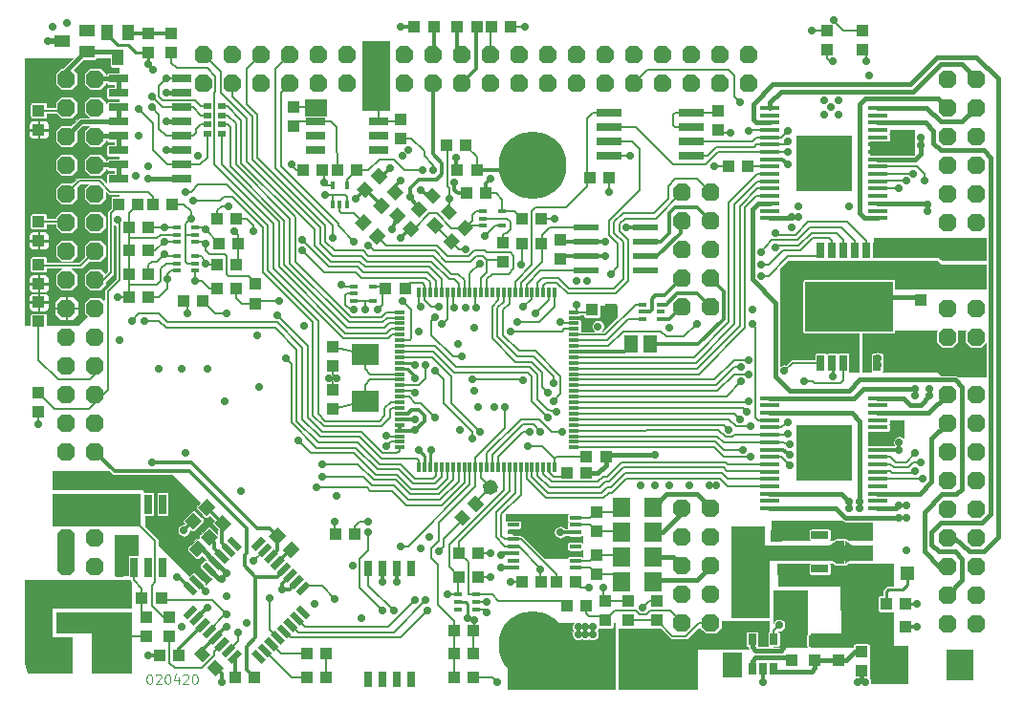
<source format=gbr>
G04 #@! TF.GenerationSoftware,KiCad,Pcbnew,(5.99.0-296-g10468236c)*
G04 #@! TF.CreationDate,2020-04-10T19:10:06+02:00*
G04 #@! TF.ProjectId,kimkong,6b696d6b-6f6e-4672-9e6b-696361645f70,rev?*
G04 #@! TF.SameCoordinates,Original*
G04 #@! TF.FileFunction,Copper,L1,Top*
G04 #@! TF.FilePolarity,Positive*
%FSLAX46Y46*%
G04 Gerber Fmt 4.6, Leading zero omitted, Abs format (unit mm)*
G04 Created by KiCad (PCBNEW (5.99.0-296-g10468236c)) date 2020-04-10 19:10:06*
%MOMM*%
%LPD*%
G04 APERTURE LIST*
%ADD10C,0.200000*%
%ADD11C,0.071120*%
%ADD12R,1.000000X2.200000*%
%ADD13R,2.400000X2.800000*%
%ADD14R,1.780000X2.160000*%
%ADD15R,1.500000X0.700000*%
%ADD16R,1.500000X1.000000*%
%ADD17R,0.800000X2.000000*%
%ADD18R,5.000000X5.000000*%
%ADD19R,1.700000X0.380000*%
%ADD20R,2.200000X0.635000*%
%ADD21R,0.690000X1.350000*%
%ADD22R,1.000000X1.100000*%
%ADD23R,1.100000X1.000000*%
%ADD24R,0.800000X0.400000*%
%ADD25R,1.000000X0.400000*%
%ADD26R,1.300000X1.500000*%
%ADD27R,1.500000X1.300000*%
%ADD28R,1.200000X1.200000*%
%ADD29R,1.200000X2.800000*%
%ADD30R,1.000000X1.400000*%
%ADD31R,1.400000X1.000000*%
%ADD32R,1.600000X1.803000*%
%ADD33R,0.690000X0.990000*%
%ADD34R,0.850000X1.200000*%
%ADD35R,2.400000X1.900000*%
%ADD36R,2.200000X0.600000*%
%ADD37R,1.750000X0.650000*%
%ADD38R,0.650000X0.500000*%
%ADD39R,0.650000X1.750000*%
%ADD40R,0.900000X0.300000*%
%ADD41R,0.300000X0.900000*%
%ADD42R,7.800000X4.400000*%
%ADD43R,0.650000X1.350000*%
%ADD44R,0.400000X0.700000*%
%ADD45R,0.700000X0.400000*%
%ADD46R,0.800000X0.350000*%
%ADD47C,0.711200*%
%ADD48C,6.000000*%
%ADD49C,0.203200*%
%ADD50C,0.304800*%
%ADD51C,0.406400*%
%ADD52C,0.254000*%
%ADD53C,0.508000*%
%ADD54C,1.524000*%
%ADD55C,0.101600*%
G04 APERTURE END LIST*
D10*
X151524846Y-131000000D02*
G75*
G03X151524846Y-131000000I-2024846J0D01*
G01*
D11*
X115545528Y-133642583D02*
X115625961Y-133642583D01*
X115706394Y-133682800D01*
X115746611Y-133723016D01*
X115786828Y-133803450D01*
X115827044Y-133964316D01*
X115827044Y-134165400D01*
X115786828Y-134326266D01*
X115746611Y-134406700D01*
X115706394Y-134446916D01*
X115625961Y-134487133D01*
X115545528Y-134487133D01*
X115465094Y-134446916D01*
X115424878Y-134406700D01*
X115384661Y-134326266D01*
X115344444Y-134165400D01*
X115344444Y-133964316D01*
X115384661Y-133803450D01*
X115424878Y-133723016D01*
X115465094Y-133682800D01*
X115545528Y-133642583D01*
X116148778Y-133723016D02*
X116188994Y-133682800D01*
X116269428Y-133642583D01*
X116470511Y-133642583D01*
X116550944Y-133682800D01*
X116591161Y-133723016D01*
X116631378Y-133803450D01*
X116631378Y-133883883D01*
X116591161Y-134004533D01*
X116108561Y-134487133D01*
X116631378Y-134487133D01*
X117154194Y-133642583D02*
X117234628Y-133642583D01*
X117315061Y-133682800D01*
X117355278Y-133723016D01*
X117395494Y-133803450D01*
X117435711Y-133964316D01*
X117435711Y-134165400D01*
X117395494Y-134326266D01*
X117355278Y-134406700D01*
X117315061Y-134446916D01*
X117234628Y-134487133D01*
X117154194Y-134487133D01*
X117073761Y-134446916D01*
X117033544Y-134406700D01*
X116993328Y-134326266D01*
X116953111Y-134165400D01*
X116953111Y-133964316D01*
X116993328Y-133803450D01*
X117033544Y-133723016D01*
X117073761Y-133682800D01*
X117154194Y-133642583D01*
X118159611Y-133924100D02*
X118159611Y-134487133D01*
X117958528Y-133602366D02*
X117757444Y-134205616D01*
X118280261Y-134205616D01*
X118561778Y-133723016D02*
X118601994Y-133682800D01*
X118682428Y-133642583D01*
X118883511Y-133642583D01*
X118963944Y-133682800D01*
X119004161Y-133723016D01*
X119044378Y-133803450D01*
X119044378Y-133883883D01*
X119004161Y-134004533D01*
X118521561Y-134487133D01*
X119044378Y-134487133D01*
X119567194Y-133642583D02*
X119647628Y-133642583D01*
X119728061Y-133682800D01*
X119768278Y-133723016D01*
X119808494Y-133803450D01*
X119848711Y-133964316D01*
X119848711Y-134165400D01*
X119808494Y-134326266D01*
X119768278Y-134406700D01*
X119728061Y-134446916D01*
X119647628Y-134487133D01*
X119567194Y-134487133D01*
X119486761Y-134446916D01*
X119446544Y-134406700D01*
X119406328Y-134326266D01*
X119366111Y-134165400D01*
X119366111Y-133964316D01*
X119406328Y-133803450D01*
X119446544Y-133723016D01*
X119486761Y-133682800D01*
X119567194Y-133642583D01*
D12*
X173153600Y-127701100D03*
X177453600Y-127701100D03*
D13*
X154056100Y-132781100D03*
X160356100Y-132781100D03*
D14*
X167183600Y-132781100D03*
X163113600Y-132781100D03*
G04 #@! TA.AperFunction,SMDPad,CuDef*
G36*
X176400000Y-123800000D02*
G01*
X175650000Y-123300000D01*
X175650000Y-122300000D01*
X176400000Y-121800000D01*
X176400000Y-123800000D01*
G37*
G04 #@! TD.AperFunction*
D15*
X174950000Y-124300000D03*
X174950000Y-121300000D03*
X178650000Y-124300000D03*
D16*
X178650000Y-122800000D03*
D15*
X178650000Y-121300000D03*
D16*
X174950000Y-122800000D03*
G04 #@! TA.AperFunction,SMDPad,CuDef*
G36*
X177200000Y-121800000D02*
G01*
X177950000Y-122300000D01*
X177950000Y-123300000D01*
X177200000Y-123800000D01*
X177200000Y-121800000D01*
G37*
G04 #@! TD.AperFunction*
D17*
X176800000Y-122800000D03*
D18*
X175303600Y-88331100D03*
D19*
X180103600Y-83456100D03*
X180103600Y-84106100D03*
X180103600Y-84756100D03*
X180103600Y-85406100D03*
X180103600Y-86056100D03*
X180103600Y-86706100D03*
X180103600Y-87356100D03*
X180103600Y-88006100D03*
X180103600Y-88656100D03*
X180103600Y-89306100D03*
X180103600Y-89956100D03*
X180103600Y-90606100D03*
X180103600Y-91256100D03*
X180103600Y-91906100D03*
X180103600Y-92556100D03*
X180103600Y-93206100D03*
X170503600Y-93206100D03*
X170503600Y-92556100D03*
X170503600Y-91906100D03*
X170503600Y-91256100D03*
X170503600Y-90606100D03*
X170503600Y-89956100D03*
X170503600Y-89306100D03*
X170503600Y-88656100D03*
X170503600Y-88006100D03*
X170503600Y-87356100D03*
X170503600Y-86706100D03*
X170503600Y-86056100D03*
X170503600Y-85406100D03*
X170503600Y-84756100D03*
X170503600Y-84106100D03*
X170503600Y-83456100D03*
D20*
X163556150Y-83886100D03*
X163556150Y-85156100D03*
X163556150Y-86426100D03*
X163556150Y-87696100D03*
X156253550Y-87696100D03*
X156253550Y-86426100D03*
X156253550Y-85156100D03*
X156253550Y-83886100D03*
D21*
X134981100Y-124219850D03*
X138791100Y-124219850D03*
X136251100Y-124219850D03*
X137521100Y-124219850D03*
X134981100Y-134049850D03*
X136251100Y-134049850D03*
X137521100Y-134049850D03*
X138791100Y-134049850D03*
D22*
X131806100Y-106326100D03*
X131806100Y-104626100D03*
X131806100Y-108436100D03*
X131806100Y-110136100D03*
D23*
X144721100Y-125002350D03*
X143021100Y-125002350D03*
D22*
X155142350Y-124741100D03*
X155142350Y-123041100D03*
X155142350Y-120931100D03*
X155142350Y-119231100D03*
D23*
X144721100Y-122938600D03*
X143021100Y-122938600D03*
D24*
X142912350Y-126574850D03*
X142912350Y-127224850D03*
X142912350Y-127874850D03*
X144512350Y-127874850D03*
X144512350Y-127224850D03*
X144512350Y-126574850D03*
D25*
X147788600Y-119763100D03*
X147788600Y-120398100D03*
X147788600Y-121033100D03*
X147788600Y-121668100D03*
X147788600Y-122304100D03*
X147788600Y-122939100D03*
X147788600Y-123574100D03*
X147788600Y-124209100D03*
X153288600Y-124209100D03*
X153288600Y-123574100D03*
X153288600Y-122939100D03*
X153288600Y-122304100D03*
X153288600Y-121668100D03*
X153288600Y-121033100D03*
X153288600Y-120398100D03*
X153288600Y-119763100D03*
D26*
X158261100Y-104364850D03*
X159961100Y-104364850D03*
D22*
X150277350Y-125478600D03*
X148577350Y-125478600D03*
X151593600Y-125478600D03*
X153293600Y-125478600D03*
D23*
X160539850Y-127168600D03*
X160539850Y-128868600D03*
D22*
X152546100Y-127542350D03*
X154246100Y-127542350D03*
G04 #@! TA.AperFunction,ComponentPad*
G36*
X108993100Y-128752601D02*
G01*
X108993100Y-129514600D01*
X108612099Y-129895600D01*
X107850100Y-129895600D01*
X107469100Y-129514599D01*
X107469100Y-128752600D01*
X107850101Y-128371600D01*
X108612100Y-128371600D01*
X108993100Y-128752601D01*
G37*
G04 #@! TD.AperFunction*
G04 #@! TA.AperFunction,ComponentPad*
G36*
X111533100Y-128752601D02*
G01*
X111533100Y-129514600D01*
X111152099Y-129895600D01*
X110390100Y-129895600D01*
X110009100Y-129514599D01*
X110009100Y-128752600D01*
X110390101Y-128371600D01*
X111152100Y-128371600D01*
X111533100Y-128752601D01*
G37*
G04 #@! TD.AperFunction*
G04 #@! TA.AperFunction,ComponentPad*
G36*
X108993100Y-126212601D02*
G01*
X108993100Y-126974600D01*
X108612099Y-127355600D01*
X107850100Y-127355600D01*
X107469100Y-126974599D01*
X107469100Y-126212600D01*
X107850101Y-125831600D01*
X108612100Y-125831600D01*
X108993100Y-126212601D01*
G37*
G04 #@! TD.AperFunction*
G04 #@! TA.AperFunction,ComponentPad*
G36*
X111533100Y-126212601D02*
G01*
X111533100Y-126974600D01*
X111152099Y-127355600D01*
X110390100Y-127355600D01*
X110009100Y-126974599D01*
X110009100Y-126212600D01*
X110390101Y-125831600D01*
X111152100Y-125831600D01*
X111533100Y-126212601D01*
G37*
G04 #@! TD.AperFunction*
G04 #@! TA.AperFunction,ComponentPad*
G36*
X108993100Y-123672601D02*
G01*
X108993100Y-124434600D01*
X108612099Y-124815600D01*
X107850100Y-124815600D01*
X107469100Y-124434599D01*
X107469100Y-123672600D01*
X107850101Y-123291600D01*
X108612100Y-123291600D01*
X108993100Y-123672601D01*
G37*
G04 #@! TD.AperFunction*
G04 #@! TA.AperFunction,ComponentPad*
G36*
X111533100Y-123672601D02*
G01*
X111533100Y-124434600D01*
X111152099Y-124815600D01*
X110390100Y-124815600D01*
X110009100Y-124434599D01*
X110009100Y-123672600D01*
X110390101Y-123291600D01*
X111152100Y-123291600D01*
X111533100Y-123672601D01*
G37*
G04 #@! TD.AperFunction*
G04 #@! TA.AperFunction,ComponentPad*
G36*
X108993100Y-121132601D02*
G01*
X108993100Y-121894600D01*
X108612099Y-122275600D01*
X107850100Y-122275600D01*
X107469100Y-121894599D01*
X107469100Y-121132600D01*
X107850101Y-120751600D01*
X108612100Y-120751600D01*
X108993100Y-121132601D01*
G37*
G04 #@! TD.AperFunction*
G04 #@! TA.AperFunction,ComponentPad*
G36*
X111533100Y-121132601D02*
G01*
X111533100Y-121894600D01*
X111152099Y-122275600D01*
X110390100Y-122275600D01*
X110009100Y-121894599D01*
X110009100Y-121132600D01*
X110390101Y-120751600D01*
X111152100Y-120751600D01*
X111533100Y-121132601D01*
G37*
G04 #@! TD.AperFunction*
G04 #@! TA.AperFunction,ComponentPad*
G36*
X108993100Y-118592601D02*
G01*
X108993100Y-119354600D01*
X108612099Y-119735600D01*
X107850100Y-119735600D01*
X107469100Y-119354599D01*
X107469100Y-118592600D01*
X107850101Y-118211600D01*
X108612100Y-118211600D01*
X108993100Y-118592601D01*
G37*
G04 #@! TD.AperFunction*
G04 #@! TA.AperFunction,ComponentPad*
G36*
X111533100Y-118592601D02*
G01*
X111533100Y-119354600D01*
X111152099Y-119735600D01*
X110390100Y-119735600D01*
X110009100Y-119354599D01*
X110009100Y-118592600D01*
X110390101Y-118211600D01*
X111152100Y-118211600D01*
X111533100Y-118592601D01*
G37*
G04 #@! TD.AperFunction*
G04 #@! TA.AperFunction,ComponentPad*
G36*
X108993100Y-116052601D02*
G01*
X108993100Y-116814600D01*
X108612099Y-117195600D01*
X107850100Y-117195600D01*
X107469100Y-116814599D01*
X107469100Y-116052600D01*
X107850101Y-115671600D01*
X108612100Y-115671600D01*
X108993100Y-116052601D01*
G37*
G04 #@! TD.AperFunction*
G04 #@! TA.AperFunction,ComponentPad*
G36*
X111533100Y-116052601D02*
G01*
X111533100Y-116814600D01*
X111152099Y-117195600D01*
X110390100Y-117195600D01*
X110009100Y-116814599D01*
X110009100Y-116052600D01*
X110390101Y-115671600D01*
X111152100Y-115671600D01*
X111533100Y-116052601D01*
G37*
G04 #@! TD.AperFunction*
G04 #@! TA.AperFunction,ComponentPad*
G36*
X108993100Y-113512601D02*
G01*
X108993100Y-114274600D01*
X108612099Y-114655600D01*
X107850100Y-114655600D01*
X107469100Y-114274599D01*
X107469100Y-113512600D01*
X107850101Y-113131600D01*
X108612100Y-113131600D01*
X108993100Y-113512601D01*
G37*
G04 #@! TD.AperFunction*
G04 #@! TA.AperFunction,ComponentPad*
G36*
X111533100Y-113512601D02*
G01*
X111533100Y-114274600D01*
X111152099Y-114655600D01*
X110390100Y-114655600D01*
X110009100Y-114274599D01*
X110009100Y-113512600D01*
X110390101Y-113131600D01*
X111152100Y-113131600D01*
X111533100Y-113512601D01*
G37*
G04 #@! TD.AperFunction*
G04 #@! TA.AperFunction,ComponentPad*
G36*
X108993100Y-110972601D02*
G01*
X108993100Y-111734600D01*
X108612099Y-112115600D01*
X107850100Y-112115600D01*
X107469100Y-111734599D01*
X107469100Y-110972600D01*
X107850101Y-110591600D01*
X108612100Y-110591600D01*
X108993100Y-110972601D01*
G37*
G04 #@! TD.AperFunction*
G04 #@! TA.AperFunction,ComponentPad*
G36*
X111533100Y-110972601D02*
G01*
X111533100Y-111734600D01*
X111152099Y-112115600D01*
X110390100Y-112115600D01*
X110009100Y-111734599D01*
X110009100Y-110972600D01*
X110390101Y-110591600D01*
X111152100Y-110591600D01*
X111533100Y-110972601D01*
G37*
G04 #@! TD.AperFunction*
G04 #@! TA.AperFunction,ComponentPad*
G36*
X108993100Y-108432601D02*
G01*
X108993100Y-109194600D01*
X108612099Y-109575600D01*
X107850100Y-109575600D01*
X107469100Y-109194599D01*
X107469100Y-108432600D01*
X107850101Y-108051600D01*
X108612100Y-108051600D01*
X108993100Y-108432601D01*
G37*
G04 #@! TD.AperFunction*
G04 #@! TA.AperFunction,ComponentPad*
G36*
X111533100Y-108432601D02*
G01*
X111533100Y-109194600D01*
X111152099Y-109575600D01*
X110390100Y-109575600D01*
X110009100Y-109194599D01*
X110009100Y-108432600D01*
X110390101Y-108051600D01*
X111152100Y-108051600D01*
X111533100Y-108432601D01*
G37*
G04 #@! TD.AperFunction*
G04 #@! TA.AperFunction,ComponentPad*
G36*
X108993100Y-105892601D02*
G01*
X108993100Y-106654600D01*
X108612099Y-107035600D01*
X107850100Y-107035600D01*
X107469100Y-106654599D01*
X107469100Y-105892600D01*
X107850101Y-105511600D01*
X108612100Y-105511600D01*
X108993100Y-105892601D01*
G37*
G04 #@! TD.AperFunction*
G04 #@! TA.AperFunction,ComponentPad*
G36*
X111533100Y-105892601D02*
G01*
X111533100Y-106654600D01*
X111152099Y-107035600D01*
X110390100Y-107035600D01*
X110009100Y-106654599D01*
X110009100Y-105892600D01*
X110390101Y-105511600D01*
X111152100Y-105511600D01*
X111533100Y-105892601D01*
G37*
G04 #@! TD.AperFunction*
G04 #@! TA.AperFunction,ComponentPad*
G36*
X108993100Y-103352601D02*
G01*
X108993100Y-104114600D01*
X108612099Y-104495600D01*
X107850100Y-104495600D01*
X107469100Y-104114599D01*
X107469100Y-103352600D01*
X107850101Y-102971600D01*
X108612100Y-102971600D01*
X108993100Y-103352601D01*
G37*
G04 #@! TD.AperFunction*
G04 #@! TA.AperFunction,ComponentPad*
G36*
X111533100Y-103352601D02*
G01*
X111533100Y-104114600D01*
X111152099Y-104495600D01*
X110390100Y-104495600D01*
X110009100Y-104114599D01*
X110009100Y-103352600D01*
X110390101Y-102971600D01*
X111152100Y-102971600D01*
X111533100Y-103352601D01*
G37*
G04 #@! TD.AperFunction*
G04 #@! TA.AperFunction,ComponentPad*
G36*
X108993100Y-100812601D02*
G01*
X108993100Y-101574600D01*
X108612099Y-101955600D01*
X107850100Y-101955600D01*
X107469100Y-101574599D01*
X107469100Y-100812600D01*
X107850101Y-100431600D01*
X108612100Y-100431600D01*
X108993100Y-100812601D01*
G37*
G04 #@! TD.AperFunction*
G04 #@! TA.AperFunction,ComponentPad*
G36*
X111533100Y-100812601D02*
G01*
X111533100Y-101574600D01*
X111152099Y-101955600D01*
X110390100Y-101955600D01*
X110009100Y-101574599D01*
X110009100Y-100812600D01*
X110390101Y-100431600D01*
X111152100Y-100431600D01*
X111533100Y-100812601D01*
G37*
G04 #@! TD.AperFunction*
G04 #@! TA.AperFunction,ComponentPad*
G36*
X108993100Y-98272601D02*
G01*
X108993100Y-99034600D01*
X108612099Y-99415600D01*
X107850100Y-99415600D01*
X107469100Y-99034599D01*
X107469100Y-98272600D01*
X107850101Y-97891600D01*
X108612100Y-97891600D01*
X108993100Y-98272601D01*
G37*
G04 #@! TD.AperFunction*
G04 #@! TA.AperFunction,ComponentPad*
G36*
X111533100Y-98272601D02*
G01*
X111533100Y-99034600D01*
X111152099Y-99415600D01*
X110390100Y-99415600D01*
X110009100Y-99034599D01*
X110009100Y-98272600D01*
X110390101Y-97891600D01*
X111152100Y-97891600D01*
X111533100Y-98272601D01*
G37*
G04 #@! TD.AperFunction*
G04 #@! TA.AperFunction,ComponentPad*
G36*
X108993100Y-95732601D02*
G01*
X108993100Y-96494600D01*
X108612099Y-96875600D01*
X107850100Y-96875600D01*
X107469100Y-96494599D01*
X107469100Y-95732600D01*
X107850101Y-95351600D01*
X108612100Y-95351600D01*
X108993100Y-95732601D01*
G37*
G04 #@! TD.AperFunction*
G04 #@! TA.AperFunction,ComponentPad*
G36*
X111533100Y-95732601D02*
G01*
X111533100Y-96494600D01*
X111152099Y-96875600D01*
X110390100Y-96875600D01*
X110009100Y-96494599D01*
X110009100Y-95732600D01*
X110390101Y-95351600D01*
X111152100Y-95351600D01*
X111533100Y-95732601D01*
G37*
G04 #@! TD.AperFunction*
G04 #@! TA.AperFunction,ComponentPad*
G36*
X108993100Y-93192601D02*
G01*
X108993100Y-93954600D01*
X108612099Y-94335600D01*
X107850100Y-94335600D01*
X107469100Y-93954599D01*
X107469100Y-93192600D01*
X107850101Y-92811600D01*
X108612100Y-92811600D01*
X108993100Y-93192601D01*
G37*
G04 #@! TD.AperFunction*
G04 #@! TA.AperFunction,ComponentPad*
G36*
X111533100Y-93192601D02*
G01*
X111533100Y-93954600D01*
X111152099Y-94335600D01*
X110390100Y-94335600D01*
X110009100Y-93954599D01*
X110009100Y-93192600D01*
X110390101Y-92811600D01*
X111152100Y-92811600D01*
X111533100Y-93192601D01*
G37*
G04 #@! TD.AperFunction*
G04 #@! TA.AperFunction,ComponentPad*
G36*
X108993100Y-90652601D02*
G01*
X108993100Y-91414600D01*
X108612099Y-91795600D01*
X107850100Y-91795600D01*
X107469100Y-91414599D01*
X107469100Y-90652600D01*
X107850101Y-90271600D01*
X108612100Y-90271600D01*
X108993100Y-90652601D01*
G37*
G04 #@! TD.AperFunction*
G04 #@! TA.AperFunction,ComponentPad*
G36*
X111533100Y-90652601D02*
G01*
X111533100Y-91414600D01*
X111152099Y-91795600D01*
X110390100Y-91795600D01*
X110009100Y-91414599D01*
X110009100Y-90652600D01*
X110390101Y-90271600D01*
X111152100Y-90271600D01*
X111533100Y-90652601D01*
G37*
G04 #@! TD.AperFunction*
G04 #@! TA.AperFunction,ComponentPad*
G36*
X108993100Y-88112601D02*
G01*
X108993100Y-88874600D01*
X108612099Y-89255600D01*
X107850100Y-89255600D01*
X107469100Y-88874599D01*
X107469100Y-88112600D01*
X107850101Y-87731600D01*
X108612100Y-87731600D01*
X108993100Y-88112601D01*
G37*
G04 #@! TD.AperFunction*
G04 #@! TA.AperFunction,ComponentPad*
G36*
X111533100Y-88112601D02*
G01*
X111533100Y-88874600D01*
X111152099Y-89255600D01*
X110390100Y-89255600D01*
X110009100Y-88874599D01*
X110009100Y-88112600D01*
X110390101Y-87731600D01*
X111152100Y-87731600D01*
X111533100Y-88112601D01*
G37*
G04 #@! TD.AperFunction*
G04 #@! TA.AperFunction,ComponentPad*
G36*
X108993100Y-85572601D02*
G01*
X108993100Y-86334600D01*
X108612099Y-86715600D01*
X107850100Y-86715600D01*
X107469100Y-86334599D01*
X107469100Y-85572600D01*
X107850101Y-85191600D01*
X108612100Y-85191600D01*
X108993100Y-85572601D01*
G37*
G04 #@! TD.AperFunction*
G04 #@! TA.AperFunction,ComponentPad*
G36*
X111533100Y-85572601D02*
G01*
X111533100Y-86334600D01*
X111152099Y-86715600D01*
X110390100Y-86715600D01*
X110009100Y-86334599D01*
X110009100Y-85572600D01*
X110390101Y-85191600D01*
X111152100Y-85191600D01*
X111533100Y-85572601D01*
G37*
G04 #@! TD.AperFunction*
G04 #@! TA.AperFunction,ComponentPad*
G36*
X108993100Y-83032601D02*
G01*
X108993100Y-83794600D01*
X108612099Y-84175600D01*
X107850100Y-84175600D01*
X107469100Y-83794599D01*
X107469100Y-83032600D01*
X107850101Y-82651600D01*
X108612100Y-82651600D01*
X108993100Y-83032601D01*
G37*
G04 #@! TD.AperFunction*
G04 #@! TA.AperFunction,ComponentPad*
G36*
X111533100Y-83032601D02*
G01*
X111533100Y-83794600D01*
X111152099Y-84175600D01*
X110390100Y-84175600D01*
X110009100Y-83794599D01*
X110009100Y-83032600D01*
X110390101Y-82651600D01*
X111152100Y-82651600D01*
X111533100Y-83032601D01*
G37*
G04 #@! TD.AperFunction*
G04 #@! TA.AperFunction,ComponentPad*
G36*
X108993100Y-80492601D02*
G01*
X108993100Y-81254600D01*
X108612099Y-81635600D01*
X107850100Y-81635600D01*
X107469100Y-81254599D01*
X107469100Y-80492600D01*
X107850101Y-80111600D01*
X108612100Y-80111600D01*
X108993100Y-80492601D01*
G37*
G04 #@! TD.AperFunction*
G04 #@! TA.AperFunction,ComponentPad*
G36*
X111533100Y-80492601D02*
G01*
X111533100Y-81254600D01*
X111152099Y-81635600D01*
X110390100Y-81635600D01*
X110009100Y-81254599D01*
X110009100Y-80492600D01*
X110390101Y-80111600D01*
X111152100Y-80111600D01*
X111533100Y-80492601D01*
G37*
G04 #@! TD.AperFunction*
G04 #@! TA.AperFunction,ComponentPad*
G36*
X168250101Y-80511600D02*
G01*
X169012100Y-80511600D01*
X169393100Y-80892601D01*
X169393100Y-81654600D01*
X169012099Y-82035600D01*
X168250100Y-82035600D01*
X167869100Y-81654599D01*
X167869100Y-80892600D01*
X168250101Y-80511600D01*
G37*
G04 #@! TD.AperFunction*
G04 #@! TA.AperFunction,ComponentPad*
G36*
X168250101Y-77971600D02*
G01*
X169012100Y-77971600D01*
X169393100Y-78352601D01*
X169393100Y-79114600D01*
X169012099Y-79495600D01*
X168250100Y-79495600D01*
X167869100Y-79114599D01*
X167869100Y-78352600D01*
X168250101Y-77971600D01*
G37*
G04 #@! TD.AperFunction*
G04 #@! TA.AperFunction,ComponentPad*
G36*
X165710101Y-80511600D02*
G01*
X166472100Y-80511600D01*
X166853100Y-80892601D01*
X166853100Y-81654600D01*
X166472099Y-82035600D01*
X165710100Y-82035600D01*
X165329100Y-81654599D01*
X165329100Y-80892600D01*
X165710101Y-80511600D01*
G37*
G04 #@! TD.AperFunction*
G04 #@! TA.AperFunction,ComponentPad*
G36*
X165710101Y-77971600D02*
G01*
X166472100Y-77971600D01*
X166853100Y-78352601D01*
X166853100Y-79114600D01*
X166472099Y-79495600D01*
X165710100Y-79495600D01*
X165329100Y-79114599D01*
X165329100Y-78352600D01*
X165710101Y-77971600D01*
G37*
G04 #@! TD.AperFunction*
G04 #@! TA.AperFunction,ComponentPad*
G36*
X163170101Y-80511600D02*
G01*
X163932100Y-80511600D01*
X164313100Y-80892601D01*
X164313100Y-81654600D01*
X163932099Y-82035600D01*
X163170100Y-82035600D01*
X162789100Y-81654599D01*
X162789100Y-80892600D01*
X163170101Y-80511600D01*
G37*
G04 #@! TD.AperFunction*
G04 #@! TA.AperFunction,ComponentPad*
G36*
X163170101Y-77971600D02*
G01*
X163932100Y-77971600D01*
X164313100Y-78352601D01*
X164313100Y-79114600D01*
X163932099Y-79495600D01*
X163170100Y-79495600D01*
X162789100Y-79114599D01*
X162789100Y-78352600D01*
X163170101Y-77971600D01*
G37*
G04 #@! TD.AperFunction*
G04 #@! TA.AperFunction,ComponentPad*
G36*
X160630101Y-80511600D02*
G01*
X161392100Y-80511600D01*
X161773100Y-80892601D01*
X161773100Y-81654600D01*
X161392099Y-82035600D01*
X160630100Y-82035600D01*
X160249100Y-81654599D01*
X160249100Y-80892600D01*
X160630101Y-80511600D01*
G37*
G04 #@! TD.AperFunction*
G04 #@! TA.AperFunction,ComponentPad*
G36*
X160630101Y-77971600D02*
G01*
X161392100Y-77971600D01*
X161773100Y-78352601D01*
X161773100Y-79114600D01*
X161392099Y-79495600D01*
X160630100Y-79495600D01*
X160249100Y-79114599D01*
X160249100Y-78352600D01*
X160630101Y-77971600D01*
G37*
G04 #@! TD.AperFunction*
G04 #@! TA.AperFunction,ComponentPad*
G36*
X158090101Y-80511600D02*
G01*
X158852100Y-80511600D01*
X159233100Y-80892601D01*
X159233100Y-81654600D01*
X158852099Y-82035600D01*
X158090100Y-82035600D01*
X157709100Y-81654599D01*
X157709100Y-80892600D01*
X158090101Y-80511600D01*
G37*
G04 #@! TD.AperFunction*
G04 #@! TA.AperFunction,ComponentPad*
G36*
X158090101Y-77971600D02*
G01*
X158852100Y-77971600D01*
X159233100Y-78352601D01*
X159233100Y-79114600D01*
X158852099Y-79495600D01*
X158090100Y-79495600D01*
X157709100Y-79114599D01*
X157709100Y-78352600D01*
X158090101Y-77971600D01*
G37*
G04 #@! TD.AperFunction*
G04 #@! TA.AperFunction,ComponentPad*
G36*
X155550101Y-80511600D02*
G01*
X156312100Y-80511600D01*
X156693100Y-80892601D01*
X156693100Y-81654600D01*
X156312099Y-82035600D01*
X155550100Y-82035600D01*
X155169100Y-81654599D01*
X155169100Y-80892600D01*
X155550101Y-80511600D01*
G37*
G04 #@! TD.AperFunction*
G04 #@! TA.AperFunction,ComponentPad*
G36*
X155550101Y-77971600D02*
G01*
X156312100Y-77971600D01*
X156693100Y-78352601D01*
X156693100Y-79114600D01*
X156312099Y-79495600D01*
X155550100Y-79495600D01*
X155169100Y-79114599D01*
X155169100Y-78352600D01*
X155550101Y-77971600D01*
G37*
G04 #@! TD.AperFunction*
G04 #@! TA.AperFunction,ComponentPad*
G36*
X153010101Y-80511600D02*
G01*
X153772100Y-80511600D01*
X154153100Y-80892601D01*
X154153100Y-81654600D01*
X153772099Y-82035600D01*
X153010100Y-82035600D01*
X152629100Y-81654599D01*
X152629100Y-80892600D01*
X153010101Y-80511600D01*
G37*
G04 #@! TD.AperFunction*
G04 #@! TA.AperFunction,ComponentPad*
G36*
X153010101Y-77971600D02*
G01*
X153772100Y-77971600D01*
X154153100Y-78352601D01*
X154153100Y-79114600D01*
X153772099Y-79495600D01*
X153010100Y-79495600D01*
X152629100Y-79114599D01*
X152629100Y-78352600D01*
X153010101Y-77971600D01*
G37*
G04 #@! TD.AperFunction*
G04 #@! TA.AperFunction,ComponentPad*
G36*
X150470101Y-80511600D02*
G01*
X151232100Y-80511600D01*
X151613100Y-80892601D01*
X151613100Y-81654600D01*
X151232099Y-82035600D01*
X150470100Y-82035600D01*
X150089100Y-81654599D01*
X150089100Y-80892600D01*
X150470101Y-80511600D01*
G37*
G04 #@! TD.AperFunction*
G04 #@! TA.AperFunction,ComponentPad*
G36*
X150470101Y-77971600D02*
G01*
X151232100Y-77971600D01*
X151613100Y-78352601D01*
X151613100Y-79114600D01*
X151232099Y-79495600D01*
X150470100Y-79495600D01*
X150089100Y-79114599D01*
X150089100Y-78352600D01*
X150470101Y-77971600D01*
G37*
G04 #@! TD.AperFunction*
G04 #@! TA.AperFunction,ComponentPad*
G36*
X147930101Y-80511600D02*
G01*
X148692100Y-80511600D01*
X149073100Y-80892601D01*
X149073100Y-81654600D01*
X148692099Y-82035600D01*
X147930100Y-82035600D01*
X147549100Y-81654599D01*
X147549100Y-80892600D01*
X147930101Y-80511600D01*
G37*
G04 #@! TD.AperFunction*
G04 #@! TA.AperFunction,ComponentPad*
G36*
X147930101Y-77971600D02*
G01*
X148692100Y-77971600D01*
X149073100Y-78352601D01*
X149073100Y-79114600D01*
X148692099Y-79495600D01*
X147930100Y-79495600D01*
X147549100Y-79114599D01*
X147549100Y-78352600D01*
X147930101Y-77971600D01*
G37*
G04 #@! TD.AperFunction*
G04 #@! TA.AperFunction,ComponentPad*
G36*
X145390101Y-80511600D02*
G01*
X146152100Y-80511600D01*
X146533100Y-80892601D01*
X146533100Y-81654600D01*
X146152099Y-82035600D01*
X145390100Y-82035600D01*
X145009100Y-81654599D01*
X145009100Y-80892600D01*
X145390101Y-80511600D01*
G37*
G04 #@! TD.AperFunction*
G04 #@! TA.AperFunction,ComponentPad*
G36*
X145390101Y-77971600D02*
G01*
X146152100Y-77971600D01*
X146533100Y-78352601D01*
X146533100Y-79114600D01*
X146152099Y-79495600D01*
X145390100Y-79495600D01*
X145009100Y-79114599D01*
X145009100Y-78352600D01*
X145390101Y-77971600D01*
G37*
G04 #@! TD.AperFunction*
G04 #@! TA.AperFunction,ComponentPad*
G36*
X142850101Y-80511600D02*
G01*
X143612100Y-80511600D01*
X143993100Y-80892601D01*
X143993100Y-81654600D01*
X143612099Y-82035600D01*
X142850100Y-82035600D01*
X142469100Y-81654599D01*
X142469100Y-80892600D01*
X142850101Y-80511600D01*
G37*
G04 #@! TD.AperFunction*
G04 #@! TA.AperFunction,ComponentPad*
G36*
X142850101Y-77971600D02*
G01*
X143612100Y-77971600D01*
X143993100Y-78352601D01*
X143993100Y-79114600D01*
X143612099Y-79495600D01*
X142850100Y-79495600D01*
X142469100Y-79114599D01*
X142469100Y-78352600D01*
X142850101Y-77971600D01*
G37*
G04 #@! TD.AperFunction*
G04 #@! TA.AperFunction,ComponentPad*
G36*
X140310101Y-80511600D02*
G01*
X141072100Y-80511600D01*
X141453100Y-80892601D01*
X141453100Y-81654600D01*
X141072099Y-82035600D01*
X140310100Y-82035600D01*
X139929100Y-81654599D01*
X139929100Y-80892600D01*
X140310101Y-80511600D01*
G37*
G04 #@! TD.AperFunction*
G04 #@! TA.AperFunction,ComponentPad*
G36*
X140310101Y-77971600D02*
G01*
X141072100Y-77971600D01*
X141453100Y-78352601D01*
X141453100Y-79114600D01*
X141072099Y-79495600D01*
X140310100Y-79495600D01*
X139929100Y-79114599D01*
X139929100Y-78352600D01*
X140310101Y-77971600D01*
G37*
G04 #@! TD.AperFunction*
G04 #@! TA.AperFunction,ComponentPad*
G36*
X137770101Y-80511600D02*
G01*
X138532100Y-80511600D01*
X138913100Y-80892601D01*
X138913100Y-81654600D01*
X138532099Y-82035600D01*
X137770100Y-82035600D01*
X137389100Y-81654599D01*
X137389100Y-80892600D01*
X137770101Y-80511600D01*
G37*
G04 #@! TD.AperFunction*
G04 #@! TA.AperFunction,ComponentPad*
G36*
X137770101Y-77971600D02*
G01*
X138532100Y-77971600D01*
X138913100Y-78352601D01*
X138913100Y-79114600D01*
X138532099Y-79495600D01*
X137770100Y-79495600D01*
X137389100Y-79114599D01*
X137389100Y-78352600D01*
X137770101Y-77971600D01*
G37*
G04 #@! TD.AperFunction*
G04 #@! TA.AperFunction,ComponentPad*
G36*
X135230101Y-80511600D02*
G01*
X135992100Y-80511600D01*
X136373100Y-80892601D01*
X136373100Y-81654600D01*
X135992099Y-82035600D01*
X135230100Y-82035600D01*
X134849100Y-81654599D01*
X134849100Y-80892600D01*
X135230101Y-80511600D01*
G37*
G04 #@! TD.AperFunction*
G04 #@! TA.AperFunction,ComponentPad*
G36*
X135230101Y-77971600D02*
G01*
X135992100Y-77971600D01*
X136373100Y-78352601D01*
X136373100Y-79114600D01*
X135992099Y-79495600D01*
X135230100Y-79495600D01*
X134849100Y-79114599D01*
X134849100Y-78352600D01*
X135230101Y-77971600D01*
G37*
G04 #@! TD.AperFunction*
G04 #@! TA.AperFunction,ComponentPad*
G36*
X132690101Y-80511600D02*
G01*
X133452100Y-80511600D01*
X133833100Y-80892601D01*
X133833100Y-81654600D01*
X133452099Y-82035600D01*
X132690100Y-82035600D01*
X132309100Y-81654599D01*
X132309100Y-80892600D01*
X132690101Y-80511600D01*
G37*
G04 #@! TD.AperFunction*
G04 #@! TA.AperFunction,ComponentPad*
G36*
X132690101Y-77971600D02*
G01*
X133452100Y-77971600D01*
X133833100Y-78352601D01*
X133833100Y-79114600D01*
X133452099Y-79495600D01*
X132690100Y-79495600D01*
X132309100Y-79114599D01*
X132309100Y-78352600D01*
X132690101Y-77971600D01*
G37*
G04 #@! TD.AperFunction*
G04 #@! TA.AperFunction,ComponentPad*
G36*
X130150101Y-80511600D02*
G01*
X130912100Y-80511600D01*
X131293100Y-80892601D01*
X131293100Y-81654600D01*
X130912099Y-82035600D01*
X130150100Y-82035600D01*
X129769100Y-81654599D01*
X129769100Y-80892600D01*
X130150101Y-80511600D01*
G37*
G04 #@! TD.AperFunction*
G04 #@! TA.AperFunction,ComponentPad*
G36*
X130150101Y-77971600D02*
G01*
X130912100Y-77971600D01*
X131293100Y-78352601D01*
X131293100Y-79114600D01*
X130912099Y-79495600D01*
X130150100Y-79495600D01*
X129769100Y-79114599D01*
X129769100Y-78352600D01*
X130150101Y-77971600D01*
G37*
G04 #@! TD.AperFunction*
G04 #@! TA.AperFunction,ComponentPad*
G36*
X127610101Y-80511600D02*
G01*
X128372100Y-80511600D01*
X128753100Y-80892601D01*
X128753100Y-81654600D01*
X128372099Y-82035600D01*
X127610100Y-82035600D01*
X127229100Y-81654599D01*
X127229100Y-80892600D01*
X127610101Y-80511600D01*
G37*
G04 #@! TD.AperFunction*
G04 #@! TA.AperFunction,ComponentPad*
G36*
X127610101Y-77971600D02*
G01*
X128372100Y-77971600D01*
X128753100Y-78352601D01*
X128753100Y-79114600D01*
X128372099Y-79495600D01*
X127610100Y-79495600D01*
X127229100Y-79114599D01*
X127229100Y-78352600D01*
X127610101Y-77971600D01*
G37*
G04 #@! TD.AperFunction*
G04 #@! TA.AperFunction,ComponentPad*
G36*
X125070101Y-80511600D02*
G01*
X125832100Y-80511600D01*
X126213100Y-80892601D01*
X126213100Y-81654600D01*
X125832099Y-82035600D01*
X125070100Y-82035600D01*
X124689100Y-81654599D01*
X124689100Y-80892600D01*
X125070101Y-80511600D01*
G37*
G04 #@! TD.AperFunction*
G04 #@! TA.AperFunction,ComponentPad*
G36*
X125070101Y-77971600D02*
G01*
X125832100Y-77971600D01*
X126213100Y-78352601D01*
X126213100Y-79114600D01*
X125832099Y-79495600D01*
X125070100Y-79495600D01*
X124689100Y-79114599D01*
X124689100Y-78352600D01*
X125070101Y-77971600D01*
G37*
G04 #@! TD.AperFunction*
G04 #@! TA.AperFunction,ComponentPad*
G36*
X122530101Y-80511600D02*
G01*
X123292100Y-80511600D01*
X123673100Y-80892601D01*
X123673100Y-81654600D01*
X123292099Y-82035600D01*
X122530100Y-82035600D01*
X122149100Y-81654599D01*
X122149100Y-80892600D01*
X122530101Y-80511600D01*
G37*
G04 #@! TD.AperFunction*
G04 #@! TA.AperFunction,ComponentPad*
G36*
X122530101Y-77971600D02*
G01*
X123292100Y-77971600D01*
X123673100Y-78352601D01*
X123673100Y-79114600D01*
X123292099Y-79495600D01*
X122530100Y-79495600D01*
X122149100Y-79114599D01*
X122149100Y-78352600D01*
X122530101Y-77971600D01*
G37*
G04 #@! TD.AperFunction*
G04 #@! TA.AperFunction,ComponentPad*
G36*
X119990101Y-80511600D02*
G01*
X120752100Y-80511600D01*
X121133100Y-80892601D01*
X121133100Y-81654600D01*
X120752099Y-82035600D01*
X119990100Y-82035600D01*
X119609100Y-81654599D01*
X119609100Y-80892600D01*
X119990101Y-80511600D01*
G37*
G04 #@! TD.AperFunction*
G04 #@! TA.AperFunction,ComponentPad*
G36*
X119990101Y-77971600D02*
G01*
X120752100Y-77971600D01*
X121133100Y-78352601D01*
X121133100Y-79114600D01*
X120752099Y-79495600D01*
X119990100Y-79495600D01*
X119609100Y-79114599D01*
X119609100Y-78352600D01*
X119990101Y-77971600D01*
G37*
G04 #@! TD.AperFunction*
G04 #@! TA.AperFunction,ComponentPad*
G36*
X186993100Y-128752601D02*
G01*
X186993100Y-129514600D01*
X186612099Y-129895600D01*
X185850100Y-129895600D01*
X185469100Y-129514599D01*
X185469100Y-128752600D01*
X185850101Y-128371600D01*
X186612100Y-128371600D01*
X186993100Y-128752601D01*
G37*
G04 #@! TD.AperFunction*
G04 #@! TA.AperFunction,ComponentPad*
G36*
X189533100Y-128752601D02*
G01*
X189533100Y-129514600D01*
X189152099Y-129895600D01*
X188390100Y-129895600D01*
X188009100Y-129514599D01*
X188009100Y-128752600D01*
X188390101Y-128371600D01*
X189152100Y-128371600D01*
X189533100Y-128752601D01*
G37*
G04 #@! TD.AperFunction*
G04 #@! TA.AperFunction,ComponentPad*
G36*
X186993100Y-126212601D02*
G01*
X186993100Y-126974600D01*
X186612099Y-127355600D01*
X185850100Y-127355600D01*
X185469100Y-126974599D01*
X185469100Y-126212600D01*
X185850101Y-125831600D01*
X186612100Y-125831600D01*
X186993100Y-126212601D01*
G37*
G04 #@! TD.AperFunction*
G04 #@! TA.AperFunction,ComponentPad*
G36*
X189533100Y-126212601D02*
G01*
X189533100Y-126974600D01*
X189152099Y-127355600D01*
X188390100Y-127355600D01*
X188009100Y-126974599D01*
X188009100Y-126212600D01*
X188390101Y-125831600D01*
X189152100Y-125831600D01*
X189533100Y-126212601D01*
G37*
G04 #@! TD.AperFunction*
G04 #@! TA.AperFunction,ComponentPad*
G36*
X186993100Y-123672601D02*
G01*
X186993100Y-124434600D01*
X186612099Y-124815600D01*
X185850100Y-124815600D01*
X185469100Y-124434599D01*
X185469100Y-123672600D01*
X185850101Y-123291600D01*
X186612100Y-123291600D01*
X186993100Y-123672601D01*
G37*
G04 #@! TD.AperFunction*
G04 #@! TA.AperFunction,ComponentPad*
G36*
X189533100Y-123672601D02*
G01*
X189533100Y-124434600D01*
X189152099Y-124815600D01*
X188390100Y-124815600D01*
X188009100Y-124434599D01*
X188009100Y-123672600D01*
X188390101Y-123291600D01*
X189152100Y-123291600D01*
X189533100Y-123672601D01*
G37*
G04 #@! TD.AperFunction*
G04 #@! TA.AperFunction,ComponentPad*
G36*
X186993100Y-121132601D02*
G01*
X186993100Y-121894600D01*
X186612099Y-122275600D01*
X185850100Y-122275600D01*
X185469100Y-121894599D01*
X185469100Y-121132600D01*
X185850101Y-120751600D01*
X186612100Y-120751600D01*
X186993100Y-121132601D01*
G37*
G04 #@! TD.AperFunction*
G04 #@! TA.AperFunction,ComponentPad*
G36*
X189533100Y-121132601D02*
G01*
X189533100Y-121894600D01*
X189152099Y-122275600D01*
X188390100Y-122275600D01*
X188009100Y-121894599D01*
X188009100Y-121132600D01*
X188390101Y-120751600D01*
X189152100Y-120751600D01*
X189533100Y-121132601D01*
G37*
G04 #@! TD.AperFunction*
G04 #@! TA.AperFunction,ComponentPad*
G36*
X186993100Y-118592601D02*
G01*
X186993100Y-119354600D01*
X186612099Y-119735600D01*
X185850100Y-119735600D01*
X185469100Y-119354599D01*
X185469100Y-118592600D01*
X185850101Y-118211600D01*
X186612100Y-118211600D01*
X186993100Y-118592601D01*
G37*
G04 #@! TD.AperFunction*
G04 #@! TA.AperFunction,ComponentPad*
G36*
X189533100Y-118592601D02*
G01*
X189533100Y-119354600D01*
X189152099Y-119735600D01*
X188390100Y-119735600D01*
X188009100Y-119354599D01*
X188009100Y-118592600D01*
X188390101Y-118211600D01*
X189152100Y-118211600D01*
X189533100Y-118592601D01*
G37*
G04 #@! TD.AperFunction*
G04 #@! TA.AperFunction,ComponentPad*
G36*
X186993100Y-116052601D02*
G01*
X186993100Y-116814600D01*
X186612099Y-117195600D01*
X185850100Y-117195600D01*
X185469100Y-116814599D01*
X185469100Y-116052600D01*
X185850101Y-115671600D01*
X186612100Y-115671600D01*
X186993100Y-116052601D01*
G37*
G04 #@! TD.AperFunction*
G04 #@! TA.AperFunction,ComponentPad*
G36*
X189533100Y-116052601D02*
G01*
X189533100Y-116814600D01*
X189152099Y-117195600D01*
X188390100Y-117195600D01*
X188009100Y-116814599D01*
X188009100Y-116052600D01*
X188390101Y-115671600D01*
X189152100Y-115671600D01*
X189533100Y-116052601D01*
G37*
G04 #@! TD.AperFunction*
G04 #@! TA.AperFunction,ComponentPad*
G36*
X186993100Y-113512601D02*
G01*
X186993100Y-114274600D01*
X186612099Y-114655600D01*
X185850100Y-114655600D01*
X185469100Y-114274599D01*
X185469100Y-113512600D01*
X185850101Y-113131600D01*
X186612100Y-113131600D01*
X186993100Y-113512601D01*
G37*
G04 #@! TD.AperFunction*
G04 #@! TA.AperFunction,ComponentPad*
G36*
X189533100Y-113512601D02*
G01*
X189533100Y-114274600D01*
X189152099Y-114655600D01*
X188390100Y-114655600D01*
X188009100Y-114274599D01*
X188009100Y-113512600D01*
X188390101Y-113131600D01*
X189152100Y-113131600D01*
X189533100Y-113512601D01*
G37*
G04 #@! TD.AperFunction*
G04 #@! TA.AperFunction,ComponentPad*
G36*
X186993100Y-110972601D02*
G01*
X186993100Y-111734600D01*
X186612099Y-112115600D01*
X185850100Y-112115600D01*
X185469100Y-111734599D01*
X185469100Y-110972600D01*
X185850101Y-110591600D01*
X186612100Y-110591600D01*
X186993100Y-110972601D01*
G37*
G04 #@! TD.AperFunction*
G04 #@! TA.AperFunction,ComponentPad*
G36*
X189533100Y-110972601D02*
G01*
X189533100Y-111734600D01*
X189152099Y-112115600D01*
X188390100Y-112115600D01*
X188009100Y-111734599D01*
X188009100Y-110972600D01*
X188390101Y-110591600D01*
X189152100Y-110591600D01*
X189533100Y-110972601D01*
G37*
G04 #@! TD.AperFunction*
G04 #@! TA.AperFunction,ComponentPad*
G36*
X186993100Y-108432601D02*
G01*
X186993100Y-109194600D01*
X186612099Y-109575600D01*
X185850100Y-109575600D01*
X185469100Y-109194599D01*
X185469100Y-108432600D01*
X185850101Y-108051600D01*
X186612100Y-108051600D01*
X186993100Y-108432601D01*
G37*
G04 #@! TD.AperFunction*
G04 #@! TA.AperFunction,ComponentPad*
G36*
X189533100Y-108432601D02*
G01*
X189533100Y-109194600D01*
X189152099Y-109575600D01*
X188390100Y-109575600D01*
X188009100Y-109194599D01*
X188009100Y-108432600D01*
X188390101Y-108051600D01*
X189152100Y-108051600D01*
X189533100Y-108432601D01*
G37*
G04 #@! TD.AperFunction*
G04 #@! TA.AperFunction,ComponentPad*
G36*
X186993100Y-105892601D02*
G01*
X186993100Y-106654600D01*
X186612099Y-107035600D01*
X185850100Y-107035600D01*
X185469100Y-106654599D01*
X185469100Y-105892600D01*
X185850101Y-105511600D01*
X186612100Y-105511600D01*
X186993100Y-105892601D01*
G37*
G04 #@! TD.AperFunction*
G04 #@! TA.AperFunction,ComponentPad*
G36*
X189533100Y-105892601D02*
G01*
X189533100Y-106654600D01*
X189152099Y-107035600D01*
X188390100Y-107035600D01*
X188009100Y-106654599D01*
X188009100Y-105892600D01*
X188390101Y-105511600D01*
X189152100Y-105511600D01*
X189533100Y-105892601D01*
G37*
G04 #@! TD.AperFunction*
G04 #@! TA.AperFunction,ComponentPad*
G36*
X186993100Y-103352601D02*
G01*
X186993100Y-104114600D01*
X186612099Y-104495600D01*
X185850100Y-104495600D01*
X185469100Y-104114599D01*
X185469100Y-103352600D01*
X185850101Y-102971600D01*
X186612100Y-102971600D01*
X186993100Y-103352601D01*
G37*
G04 #@! TD.AperFunction*
G04 #@! TA.AperFunction,ComponentPad*
G36*
X189533100Y-103352601D02*
G01*
X189533100Y-104114600D01*
X189152099Y-104495600D01*
X188390100Y-104495600D01*
X188009100Y-104114599D01*
X188009100Y-103352600D01*
X188390101Y-102971600D01*
X189152100Y-102971600D01*
X189533100Y-103352601D01*
G37*
G04 #@! TD.AperFunction*
G04 #@! TA.AperFunction,ComponentPad*
G36*
X186993100Y-100812601D02*
G01*
X186993100Y-101574600D01*
X186612099Y-101955600D01*
X185850100Y-101955600D01*
X185469100Y-101574599D01*
X185469100Y-100812600D01*
X185850101Y-100431600D01*
X186612100Y-100431600D01*
X186993100Y-100812601D01*
G37*
G04 #@! TD.AperFunction*
G04 #@! TA.AperFunction,ComponentPad*
G36*
X189533100Y-100812601D02*
G01*
X189533100Y-101574600D01*
X189152099Y-101955600D01*
X188390100Y-101955600D01*
X188009100Y-101574599D01*
X188009100Y-100812600D01*
X188390101Y-100431600D01*
X189152100Y-100431600D01*
X189533100Y-100812601D01*
G37*
G04 #@! TD.AperFunction*
G04 #@! TA.AperFunction,ComponentPad*
G36*
X186993100Y-98272601D02*
G01*
X186993100Y-99034600D01*
X186612099Y-99415600D01*
X185850100Y-99415600D01*
X185469100Y-99034599D01*
X185469100Y-98272600D01*
X185850101Y-97891600D01*
X186612100Y-97891600D01*
X186993100Y-98272601D01*
G37*
G04 #@! TD.AperFunction*
G04 #@! TA.AperFunction,ComponentPad*
G36*
X189533100Y-98272601D02*
G01*
X189533100Y-99034600D01*
X189152099Y-99415600D01*
X188390100Y-99415600D01*
X188009100Y-99034599D01*
X188009100Y-98272600D01*
X188390101Y-97891600D01*
X189152100Y-97891600D01*
X189533100Y-98272601D01*
G37*
G04 #@! TD.AperFunction*
G04 #@! TA.AperFunction,ComponentPad*
G36*
X186993100Y-95732601D02*
G01*
X186993100Y-96494600D01*
X186612099Y-96875600D01*
X185850100Y-96875600D01*
X185469100Y-96494599D01*
X185469100Y-95732600D01*
X185850101Y-95351600D01*
X186612100Y-95351600D01*
X186993100Y-95732601D01*
G37*
G04 #@! TD.AperFunction*
G04 #@! TA.AperFunction,ComponentPad*
G36*
X189533100Y-95732601D02*
G01*
X189533100Y-96494600D01*
X189152099Y-96875600D01*
X188390100Y-96875600D01*
X188009100Y-96494599D01*
X188009100Y-95732600D01*
X188390101Y-95351600D01*
X189152100Y-95351600D01*
X189533100Y-95732601D01*
G37*
G04 #@! TD.AperFunction*
G04 #@! TA.AperFunction,ComponentPad*
G36*
X186993100Y-93192601D02*
G01*
X186993100Y-93954600D01*
X186612099Y-94335600D01*
X185850100Y-94335600D01*
X185469100Y-93954599D01*
X185469100Y-93192600D01*
X185850101Y-92811600D01*
X186612100Y-92811600D01*
X186993100Y-93192601D01*
G37*
G04 #@! TD.AperFunction*
G04 #@! TA.AperFunction,ComponentPad*
G36*
X189533100Y-93192601D02*
G01*
X189533100Y-93954600D01*
X189152099Y-94335600D01*
X188390100Y-94335600D01*
X188009100Y-93954599D01*
X188009100Y-93192600D01*
X188390101Y-92811600D01*
X189152100Y-92811600D01*
X189533100Y-93192601D01*
G37*
G04 #@! TD.AperFunction*
G04 #@! TA.AperFunction,ComponentPad*
G36*
X186993100Y-90652601D02*
G01*
X186993100Y-91414600D01*
X186612099Y-91795600D01*
X185850100Y-91795600D01*
X185469100Y-91414599D01*
X185469100Y-90652600D01*
X185850101Y-90271600D01*
X186612100Y-90271600D01*
X186993100Y-90652601D01*
G37*
G04 #@! TD.AperFunction*
G04 #@! TA.AperFunction,ComponentPad*
G36*
X189533100Y-90652601D02*
G01*
X189533100Y-91414600D01*
X189152099Y-91795600D01*
X188390100Y-91795600D01*
X188009100Y-91414599D01*
X188009100Y-90652600D01*
X188390101Y-90271600D01*
X189152100Y-90271600D01*
X189533100Y-90652601D01*
G37*
G04 #@! TD.AperFunction*
G04 #@! TA.AperFunction,ComponentPad*
G36*
X186993100Y-88112601D02*
G01*
X186993100Y-88874600D01*
X186612099Y-89255600D01*
X185850100Y-89255600D01*
X185469100Y-88874599D01*
X185469100Y-88112600D01*
X185850101Y-87731600D01*
X186612100Y-87731600D01*
X186993100Y-88112601D01*
G37*
G04 #@! TD.AperFunction*
G04 #@! TA.AperFunction,ComponentPad*
G36*
X189533100Y-88112601D02*
G01*
X189533100Y-88874600D01*
X189152099Y-89255600D01*
X188390100Y-89255600D01*
X188009100Y-88874599D01*
X188009100Y-88112600D01*
X188390101Y-87731600D01*
X189152100Y-87731600D01*
X189533100Y-88112601D01*
G37*
G04 #@! TD.AperFunction*
G04 #@! TA.AperFunction,ComponentPad*
G36*
X186993100Y-85572601D02*
G01*
X186993100Y-86334600D01*
X186612099Y-86715600D01*
X185850100Y-86715600D01*
X185469100Y-86334599D01*
X185469100Y-85572600D01*
X185850101Y-85191600D01*
X186612100Y-85191600D01*
X186993100Y-85572601D01*
G37*
G04 #@! TD.AperFunction*
G04 #@! TA.AperFunction,ComponentPad*
G36*
X189533100Y-85572601D02*
G01*
X189533100Y-86334600D01*
X189152099Y-86715600D01*
X188390100Y-86715600D01*
X188009100Y-86334599D01*
X188009100Y-85572600D01*
X188390101Y-85191600D01*
X189152100Y-85191600D01*
X189533100Y-85572601D01*
G37*
G04 #@! TD.AperFunction*
G04 #@! TA.AperFunction,ComponentPad*
G36*
X186993100Y-83032601D02*
G01*
X186993100Y-83794600D01*
X186612099Y-84175600D01*
X185850100Y-84175600D01*
X185469100Y-83794599D01*
X185469100Y-83032600D01*
X185850101Y-82651600D01*
X186612100Y-82651600D01*
X186993100Y-83032601D01*
G37*
G04 #@! TD.AperFunction*
G04 #@! TA.AperFunction,ComponentPad*
G36*
X189533100Y-83032601D02*
G01*
X189533100Y-83794600D01*
X189152099Y-84175600D01*
X188390100Y-84175600D01*
X188009100Y-83794599D01*
X188009100Y-83032600D01*
X188390101Y-82651600D01*
X189152100Y-82651600D01*
X189533100Y-83032601D01*
G37*
G04 #@! TD.AperFunction*
G04 #@! TA.AperFunction,ComponentPad*
G36*
X186993100Y-80492601D02*
G01*
X186993100Y-81254600D01*
X186612099Y-81635600D01*
X185850100Y-81635600D01*
X185469100Y-81254599D01*
X185469100Y-80492600D01*
X185850101Y-80111600D01*
X186612100Y-80111600D01*
X186993100Y-80492601D01*
G37*
G04 #@! TD.AperFunction*
G04 #@! TA.AperFunction,ComponentPad*
G36*
X189533100Y-80492601D02*
G01*
X189533100Y-81254600D01*
X189152099Y-81635600D01*
X188390100Y-81635600D01*
X188009100Y-81254599D01*
X188009100Y-80492600D01*
X188390101Y-80111600D01*
X189152100Y-80111600D01*
X189533100Y-80492601D01*
G37*
G04 #@! TD.AperFunction*
G04 #@! TA.AperFunction,ComponentPad*
G36*
X163493100Y-100702601D02*
G01*
X163493100Y-101464600D01*
X163112099Y-101845600D01*
X162350100Y-101845600D01*
X161969100Y-101464599D01*
X161969100Y-100702600D01*
X162350101Y-100321600D01*
X163112100Y-100321600D01*
X163493100Y-100702601D01*
G37*
G04 #@! TD.AperFunction*
G04 #@! TA.AperFunction,ComponentPad*
G36*
X166033100Y-100702601D02*
G01*
X166033100Y-101464600D01*
X165652099Y-101845600D01*
X164890100Y-101845600D01*
X164509100Y-101464599D01*
X164509100Y-100702600D01*
X164890101Y-100321600D01*
X165652100Y-100321600D01*
X166033100Y-100702601D01*
G37*
G04 #@! TD.AperFunction*
G04 #@! TA.AperFunction,ComponentPad*
G36*
X163493100Y-98162601D02*
G01*
X163493100Y-98924600D01*
X163112099Y-99305600D01*
X162350100Y-99305600D01*
X161969100Y-98924599D01*
X161969100Y-98162600D01*
X162350101Y-97781600D01*
X163112100Y-97781600D01*
X163493100Y-98162601D01*
G37*
G04 #@! TD.AperFunction*
G04 #@! TA.AperFunction,ComponentPad*
G36*
X166033100Y-98162601D02*
G01*
X166033100Y-98924600D01*
X165652099Y-99305600D01*
X164890100Y-99305600D01*
X164509100Y-98924599D01*
X164509100Y-98162600D01*
X164890101Y-97781600D01*
X165652100Y-97781600D01*
X166033100Y-98162601D01*
G37*
G04 #@! TD.AperFunction*
G04 #@! TA.AperFunction,ComponentPad*
G36*
X163493100Y-95622601D02*
G01*
X163493100Y-96384600D01*
X163112099Y-96765600D01*
X162350100Y-96765600D01*
X161969100Y-96384599D01*
X161969100Y-95622600D01*
X162350101Y-95241600D01*
X163112100Y-95241600D01*
X163493100Y-95622601D01*
G37*
G04 #@! TD.AperFunction*
G04 #@! TA.AperFunction,ComponentPad*
G36*
X166033100Y-95622601D02*
G01*
X166033100Y-96384600D01*
X165652099Y-96765600D01*
X164890100Y-96765600D01*
X164509100Y-96384599D01*
X164509100Y-95622600D01*
X164890101Y-95241600D01*
X165652100Y-95241600D01*
X166033100Y-95622601D01*
G37*
G04 #@! TD.AperFunction*
G04 #@! TA.AperFunction,ComponentPad*
G36*
X163493100Y-93082601D02*
G01*
X163493100Y-93844600D01*
X163112099Y-94225600D01*
X162350100Y-94225600D01*
X161969100Y-93844599D01*
X161969100Y-93082600D01*
X162350101Y-92701600D01*
X163112100Y-92701600D01*
X163493100Y-93082601D01*
G37*
G04 #@! TD.AperFunction*
G04 #@! TA.AperFunction,ComponentPad*
G36*
X166033100Y-93082601D02*
G01*
X166033100Y-93844600D01*
X165652099Y-94225600D01*
X164890100Y-94225600D01*
X164509100Y-93844599D01*
X164509100Y-93082600D01*
X164890101Y-92701600D01*
X165652100Y-92701600D01*
X166033100Y-93082601D01*
G37*
G04 #@! TD.AperFunction*
G04 #@! TA.AperFunction,ComponentPad*
G36*
X163493100Y-90542601D02*
G01*
X163493100Y-91304600D01*
X163112099Y-91685600D01*
X162350100Y-91685600D01*
X161969100Y-91304599D01*
X161969100Y-90542600D01*
X162350101Y-90161600D01*
X163112100Y-90161600D01*
X163493100Y-90542601D01*
G37*
G04 #@! TD.AperFunction*
G04 #@! TA.AperFunction,ComponentPad*
G36*
X166033100Y-90542601D02*
G01*
X166033100Y-91304600D01*
X165652099Y-91685600D01*
X164890100Y-91685600D01*
X164509100Y-91304599D01*
X164509100Y-90542600D01*
X164890101Y-90161600D01*
X165652100Y-90161600D01*
X166033100Y-90542601D01*
G37*
G04 #@! TD.AperFunction*
G04 #@! TA.AperFunction,ComponentPad*
G36*
X163493100Y-128702601D02*
G01*
X163493100Y-129464600D01*
X163112099Y-129845600D01*
X162350100Y-129845600D01*
X161969100Y-129464599D01*
X161969100Y-128702600D01*
X162350101Y-128321600D01*
X163112100Y-128321600D01*
X163493100Y-128702601D01*
G37*
G04 #@! TD.AperFunction*
G04 #@! TA.AperFunction,ComponentPad*
G36*
X166033100Y-128702601D02*
G01*
X166033100Y-129464600D01*
X165652099Y-129845600D01*
X164890100Y-129845600D01*
X164509100Y-129464599D01*
X164509100Y-128702600D01*
X164890101Y-128321600D01*
X165652100Y-128321600D01*
X166033100Y-128702601D01*
G37*
G04 #@! TD.AperFunction*
G04 #@! TA.AperFunction,ComponentPad*
G36*
X163493100Y-126162601D02*
G01*
X163493100Y-126924600D01*
X163112099Y-127305600D01*
X162350100Y-127305600D01*
X161969100Y-126924599D01*
X161969100Y-126162600D01*
X162350101Y-125781600D01*
X163112100Y-125781600D01*
X163493100Y-126162601D01*
G37*
G04 #@! TD.AperFunction*
G04 #@! TA.AperFunction,ComponentPad*
G36*
X166033100Y-126162601D02*
G01*
X166033100Y-126924600D01*
X165652099Y-127305600D01*
X164890100Y-127305600D01*
X164509100Y-126924599D01*
X164509100Y-126162600D01*
X164890101Y-125781600D01*
X165652100Y-125781600D01*
X166033100Y-126162601D01*
G37*
G04 #@! TD.AperFunction*
G04 #@! TA.AperFunction,ComponentPad*
G36*
X163493100Y-123622601D02*
G01*
X163493100Y-124384600D01*
X163112099Y-124765600D01*
X162350100Y-124765600D01*
X161969100Y-124384599D01*
X161969100Y-123622600D01*
X162350101Y-123241600D01*
X163112100Y-123241600D01*
X163493100Y-123622601D01*
G37*
G04 #@! TD.AperFunction*
G04 #@! TA.AperFunction,ComponentPad*
G36*
X166033100Y-123622601D02*
G01*
X166033100Y-124384600D01*
X165652099Y-124765600D01*
X164890100Y-124765600D01*
X164509100Y-124384599D01*
X164509100Y-123622600D01*
X164890101Y-123241600D01*
X165652100Y-123241600D01*
X166033100Y-123622601D01*
G37*
G04 #@! TD.AperFunction*
G04 #@! TA.AperFunction,ComponentPad*
G36*
X163493100Y-121082601D02*
G01*
X163493100Y-121844600D01*
X163112099Y-122225600D01*
X162350100Y-122225600D01*
X161969100Y-121844599D01*
X161969100Y-121082600D01*
X162350101Y-120701600D01*
X163112100Y-120701600D01*
X163493100Y-121082601D01*
G37*
G04 #@! TD.AperFunction*
G04 #@! TA.AperFunction,ComponentPad*
G36*
X166033100Y-121082601D02*
G01*
X166033100Y-121844600D01*
X165652099Y-122225600D01*
X164890100Y-122225600D01*
X164509100Y-121844599D01*
X164509100Y-121082600D01*
X164890101Y-120701600D01*
X165652100Y-120701600D01*
X166033100Y-121082601D01*
G37*
G04 #@! TD.AperFunction*
G04 #@! TA.AperFunction,ComponentPad*
G36*
X163493100Y-118542601D02*
G01*
X163493100Y-119304600D01*
X163112099Y-119685600D01*
X162350100Y-119685600D01*
X161969100Y-119304599D01*
X161969100Y-118542600D01*
X162350101Y-118161600D01*
X163112100Y-118161600D01*
X163493100Y-118542601D01*
G37*
G04 #@! TD.AperFunction*
G04 #@! TA.AperFunction,ComponentPad*
G36*
X166033100Y-118542601D02*
G01*
X166033100Y-119304600D01*
X165652099Y-119685600D01*
X164890100Y-119685600D01*
X164509100Y-119304599D01*
X164509100Y-118542600D01*
X164890101Y-118161600D01*
X165652100Y-118161600D01*
X166033100Y-118542601D01*
G37*
G04 #@! TD.AperFunction*
D18*
X175303600Y-114048600D03*
D19*
X180103600Y-109173600D03*
X180103600Y-109823600D03*
X180103600Y-110473600D03*
X180103600Y-111123600D03*
X180103600Y-111773600D03*
X180103600Y-112423600D03*
X180103600Y-113073600D03*
X180103600Y-113723600D03*
X180103600Y-114373600D03*
X180103600Y-115023600D03*
X180103600Y-115673600D03*
X180103600Y-116323600D03*
X180103600Y-116973600D03*
X180103600Y-117623600D03*
X180103600Y-118273600D03*
X180103600Y-118923600D03*
X170503600Y-118923600D03*
X170503600Y-118273600D03*
X170503600Y-117623600D03*
X170503600Y-116973600D03*
X170503600Y-116323600D03*
X170503600Y-115673600D03*
X170503600Y-115023600D03*
X170503600Y-114373600D03*
X170503600Y-113723600D03*
X170503600Y-113073600D03*
X170503600Y-112423600D03*
X170503600Y-111773600D03*
X170503600Y-111123600D03*
X170503600Y-110473600D03*
X170503600Y-109823600D03*
X170503600Y-109173600D03*
D27*
X113232350Y-128809850D03*
X113232350Y-126909850D03*
D22*
X182503600Y-127383600D03*
X180803600Y-127383600D03*
D28*
X182703600Y-124684850D03*
X180603600Y-124684850D03*
D29*
X111231100Y-131987350D03*
X107931100Y-131987350D03*
D13*
X187343600Y-132781100D03*
X181043600Y-132781100D03*
D23*
X117518600Y-76844850D03*
X117518600Y-78544850D03*
X115454850Y-76844850D03*
X115454850Y-78544850D03*
D30*
X112756100Y-78953600D03*
X111806100Y-76753600D03*
X113706100Y-76753600D03*
D31*
X107846100Y-77536100D03*
X110046100Y-76586100D03*
X110046100Y-78486100D03*
D32*
X160215600Y-118811100D03*
X157371600Y-118811100D03*
X160215600Y-121033600D03*
X157371600Y-121033600D03*
X160215600Y-123256100D03*
X157371600Y-123256100D03*
X160215600Y-125478600D03*
X157371600Y-125478600D03*
D22*
X116622350Y-126907350D03*
X114922350Y-126907350D03*
D23*
X117359850Y-130297350D03*
X117359850Y-128597350D03*
X115296100Y-128597350D03*
X115296100Y-130297350D03*
G04 #@! TA.AperFunction,SMDPad,CuDef*
G36*
X119901246Y-121753847D02*
G01*
X120608353Y-122460954D01*
X119830536Y-123238771D01*
X119123429Y-122531664D01*
X119901246Y-121753847D01*
G37*
G04 #@! TD.AperFunction*
G04 #@! TA.AperFunction,SMDPad,CuDef*
G36*
X118699164Y-122955929D02*
G01*
X119406271Y-123663036D01*
X118628454Y-124440853D01*
X117921347Y-123733746D01*
X118699164Y-122955929D01*
G37*
G04 #@! TD.AperFunction*
G04 #@! TA.AperFunction,SMDPad,CuDef*
G36*
X119508847Y-131827204D02*
G01*
X120215954Y-131120097D01*
X120993771Y-131897914D01*
X120286664Y-132605021D01*
X119508847Y-131827204D01*
G37*
G04 #@! TD.AperFunction*
G04 #@! TA.AperFunction,SMDPad,CuDef*
G36*
X120710929Y-133029286D02*
G01*
X121418036Y-132322179D01*
X122195853Y-133099996D01*
X121488746Y-133807103D01*
X120710929Y-133029286D01*
G37*
G04 #@! TD.AperFunction*
D22*
X123177350Y-133892350D03*
X124877350Y-133892350D03*
X118209850Y-131987350D03*
X116509850Y-131987350D03*
X131227350Y-133892350D03*
X129527350Y-133892350D03*
D23*
X129527350Y-131828600D03*
X131227350Y-131828600D03*
G04 #@! TA.AperFunction,SMDPad,CuDef*
G36*
X120850954Y-120733429D02*
G01*
X121628771Y-121511246D01*
X120921664Y-122218353D01*
X120143847Y-121440536D01*
X120850954Y-120733429D01*
G37*
G04 #@! TD.AperFunction*
G04 #@! TA.AperFunction,SMDPad,CuDef*
G36*
X122053036Y-119531347D02*
G01*
X122830853Y-120309164D01*
X122123746Y-121016271D01*
X121345929Y-120238454D01*
X122053036Y-119531347D01*
G37*
G04 #@! TD.AperFunction*
G04 #@! TA.AperFunction,SMDPad,CuDef*
G36*
X119422204Y-120789603D02*
G01*
X118715097Y-120082496D01*
X119492914Y-119304679D01*
X120200021Y-120011786D01*
X119422204Y-120789603D01*
G37*
G04 #@! TD.AperFunction*
G04 #@! TA.AperFunction,SMDPad,CuDef*
G36*
X120624286Y-119587521D02*
G01*
X119917179Y-118880414D01*
X120694996Y-118102597D01*
X121402103Y-118809704D01*
X120624286Y-119587521D01*
G37*
G04 #@! TD.AperFunction*
G04 #@! TA.AperFunction,SMDPad,CuDef*
G36*
X127378429Y-122622496D02*
G01*
X128156246Y-121844679D01*
X128863353Y-122551786D01*
X128085536Y-123329603D01*
X127378429Y-122622496D01*
G37*
G04 #@! TD.AperFunction*
G04 #@! TA.AperFunction,SMDPad,CuDef*
G36*
X126176347Y-121420414D02*
G01*
X126954164Y-120642597D01*
X127661271Y-121349704D01*
X126883454Y-122127521D01*
X126176347Y-121420414D01*
G37*
G04 #@! TD.AperFunction*
G04 #@! TA.AperFunction,SMDPad,CuDef*
G36*
X118919427Y-128768106D02*
G01*
X118524296Y-128372975D01*
X119422321Y-127474950D01*
X119817452Y-127870081D01*
X118919427Y-128768106D01*
G37*
G04 #@! TD.AperFunction*
G04 #@! TA.AperFunction,SMDPad,CuDef*
G36*
X119485113Y-129333791D02*
G01*
X119089982Y-128938660D01*
X119988007Y-128040635D01*
X120383138Y-128435766D01*
X119485113Y-129333791D01*
G37*
G04 #@! TD.AperFunction*
G04 #@! TA.AperFunction,SMDPad,CuDef*
G36*
X120050798Y-129899476D02*
G01*
X119655667Y-129504345D01*
X120553692Y-128606320D01*
X120948823Y-129001451D01*
X120050798Y-129899476D01*
G37*
G04 #@! TD.AperFunction*
G04 #@! TA.AperFunction,SMDPad,CuDef*
G36*
X120616484Y-130465162D02*
G01*
X120221353Y-130070031D01*
X121119378Y-129172006D01*
X121514509Y-129567137D01*
X120616484Y-130465162D01*
G37*
G04 #@! TD.AperFunction*
G04 #@! TA.AperFunction,SMDPad,CuDef*
G36*
X121182169Y-131030847D02*
G01*
X120787038Y-130635716D01*
X121685063Y-129737691D01*
X122080194Y-130132822D01*
X121182169Y-131030847D01*
G37*
G04 #@! TD.AperFunction*
G04 #@! TA.AperFunction,SMDPad,CuDef*
G36*
X121747855Y-131596533D02*
G01*
X121352724Y-131201402D01*
X122250749Y-130303377D01*
X122645880Y-130698508D01*
X121747855Y-131596533D01*
G37*
G04 #@! TD.AperFunction*
G04 #@! TA.AperFunction,SMDPad,CuDef*
G36*
X122313540Y-132162218D02*
G01*
X121918409Y-131767087D01*
X122816434Y-130869062D01*
X123211565Y-131264193D01*
X122313540Y-132162218D01*
G37*
G04 #@! TD.AperFunction*
G04 #@! TA.AperFunction,SMDPad,CuDef*
G36*
X122879225Y-132727904D02*
G01*
X122484094Y-132332773D01*
X123382119Y-131434748D01*
X123777250Y-131829879D01*
X122879225Y-132727904D01*
G37*
G04 #@! TD.AperFunction*
G04 #@! TA.AperFunction,SMDPad,CuDef*
G36*
X125492975Y-132727904D02*
G01*
X124594950Y-131829879D01*
X124990081Y-131434748D01*
X125888106Y-132332773D01*
X125492975Y-132727904D01*
G37*
G04 #@! TD.AperFunction*
G04 #@! TA.AperFunction,SMDPad,CuDef*
G36*
X126058660Y-132162218D02*
G01*
X125160635Y-131264193D01*
X125555766Y-130869062D01*
X126453791Y-131767087D01*
X126058660Y-132162218D01*
G37*
G04 #@! TD.AperFunction*
G04 #@! TA.AperFunction,SMDPad,CuDef*
G36*
X126624345Y-131596533D02*
G01*
X125726320Y-130698508D01*
X126121451Y-130303377D01*
X127019476Y-131201402D01*
X126624345Y-131596533D01*
G37*
G04 #@! TD.AperFunction*
G04 #@! TA.AperFunction,SMDPad,CuDef*
G36*
X127190031Y-131030847D02*
G01*
X126292006Y-130132822D01*
X126687137Y-129737691D01*
X127585162Y-130635716D01*
X127190031Y-131030847D01*
G37*
G04 #@! TD.AperFunction*
G04 #@! TA.AperFunction,SMDPad,CuDef*
G36*
X127755716Y-130465162D02*
G01*
X126857691Y-129567137D01*
X127252822Y-129172006D01*
X128150847Y-130070031D01*
X127755716Y-130465162D01*
G37*
G04 #@! TD.AperFunction*
G04 #@! TA.AperFunction,SMDPad,CuDef*
G36*
X128321402Y-129899476D02*
G01*
X127423377Y-129001451D01*
X127818508Y-128606320D01*
X128716533Y-129504345D01*
X128321402Y-129899476D01*
G37*
G04 #@! TD.AperFunction*
G04 #@! TA.AperFunction,SMDPad,CuDef*
G36*
X128887087Y-129333791D02*
G01*
X127989062Y-128435766D01*
X128384193Y-128040635D01*
X129282218Y-128938660D01*
X128887087Y-129333791D01*
G37*
G04 #@! TD.AperFunction*
G04 #@! TA.AperFunction,SMDPad,CuDef*
G36*
X129452773Y-128768106D02*
G01*
X128554748Y-127870081D01*
X128949879Y-127474950D01*
X129847904Y-128372975D01*
X129452773Y-128768106D01*
G37*
G04 #@! TD.AperFunction*
G04 #@! TA.AperFunction,SMDPad,CuDef*
G36*
X128949879Y-126657250D02*
G01*
X128554748Y-126262119D01*
X129452773Y-125364094D01*
X129847904Y-125759225D01*
X128949879Y-126657250D01*
G37*
G04 #@! TD.AperFunction*
G04 #@! TA.AperFunction,SMDPad,CuDef*
G36*
X128384193Y-126091565D02*
G01*
X127989062Y-125696434D01*
X128887087Y-124798409D01*
X129282218Y-125193540D01*
X128384193Y-126091565D01*
G37*
G04 #@! TD.AperFunction*
G04 #@! TA.AperFunction,SMDPad,CuDef*
G36*
X127818508Y-125525880D02*
G01*
X127423377Y-125130749D01*
X128321402Y-124232724D01*
X128716533Y-124627855D01*
X127818508Y-125525880D01*
G37*
G04 #@! TD.AperFunction*
G04 #@! TA.AperFunction,SMDPad,CuDef*
G36*
X127252822Y-124960194D02*
G01*
X126857691Y-124565063D01*
X127755716Y-123667038D01*
X128150847Y-124062169D01*
X127252822Y-124960194D01*
G37*
G04 #@! TD.AperFunction*
G04 #@! TA.AperFunction,SMDPad,CuDef*
G36*
X126687137Y-124394509D02*
G01*
X126292006Y-123999378D01*
X127190031Y-123101353D01*
X127585162Y-123496484D01*
X126687137Y-124394509D01*
G37*
G04 #@! TD.AperFunction*
G04 #@! TA.AperFunction,SMDPad,CuDef*
G36*
X126121451Y-123828823D02*
G01*
X125726320Y-123433692D01*
X126624345Y-122535667D01*
X127019476Y-122930798D01*
X126121451Y-123828823D01*
G37*
G04 #@! TD.AperFunction*
G04 #@! TA.AperFunction,SMDPad,CuDef*
G36*
X125555766Y-123263138D02*
G01*
X125160635Y-122868007D01*
X126058660Y-121969982D01*
X126453791Y-122365113D01*
X125555766Y-123263138D01*
G37*
G04 #@! TD.AperFunction*
G04 #@! TA.AperFunction,SMDPad,CuDef*
G36*
X124990081Y-122697452D02*
G01*
X124594950Y-122302321D01*
X125492975Y-121404296D01*
X125888106Y-121799427D01*
X124990081Y-122697452D01*
G37*
G04 #@! TD.AperFunction*
G04 #@! TA.AperFunction,SMDPad,CuDef*
G36*
X123382119Y-122697452D02*
G01*
X122484094Y-121799427D01*
X122879225Y-121404296D01*
X123777250Y-122302321D01*
X123382119Y-122697452D01*
G37*
G04 #@! TD.AperFunction*
G04 #@! TA.AperFunction,SMDPad,CuDef*
G36*
X122816434Y-123263138D02*
G01*
X121918409Y-122365113D01*
X122313540Y-121969982D01*
X123211565Y-122868007D01*
X122816434Y-123263138D01*
G37*
G04 #@! TD.AperFunction*
G04 #@! TA.AperFunction,SMDPad,CuDef*
G36*
X122250749Y-123828823D02*
G01*
X121352724Y-122930798D01*
X121747855Y-122535667D01*
X122645880Y-123433692D01*
X122250749Y-123828823D01*
G37*
G04 #@! TD.AperFunction*
G04 #@! TA.AperFunction,SMDPad,CuDef*
G36*
X121685063Y-124394509D02*
G01*
X120787038Y-123496484D01*
X121182169Y-123101353D01*
X122080194Y-123999378D01*
X121685063Y-124394509D01*
G37*
G04 #@! TD.AperFunction*
G04 #@! TA.AperFunction,SMDPad,CuDef*
G36*
X121119378Y-124960194D02*
G01*
X120221353Y-124062169D01*
X120616484Y-123667038D01*
X121514509Y-124565063D01*
X121119378Y-124960194D01*
G37*
G04 #@! TD.AperFunction*
G04 #@! TA.AperFunction,SMDPad,CuDef*
G36*
X120553692Y-125525880D02*
G01*
X119655667Y-124627855D01*
X120050798Y-124232724D01*
X120948823Y-125130749D01*
X120553692Y-125525880D01*
G37*
G04 #@! TD.AperFunction*
G04 #@! TA.AperFunction,SMDPad,CuDef*
G36*
X119988007Y-126091565D02*
G01*
X119089982Y-125193540D01*
X119485113Y-124798409D01*
X120383138Y-125696434D01*
X119988007Y-126091565D01*
G37*
G04 #@! TD.AperFunction*
G04 #@! TA.AperFunction,SMDPad,CuDef*
G36*
X119422321Y-126657250D02*
G01*
X118524296Y-125759225D01*
X118919427Y-125364094D01*
X119817452Y-126262119D01*
X119422321Y-126657250D01*
G37*
G04 #@! TD.AperFunction*
D33*
X168956100Y-133128600D03*
X169906100Y-133128600D03*
X170856100Y-133128600D03*
X170856100Y-130528600D03*
X169906100Y-130528600D03*
X168956100Y-130528600D03*
D22*
X172446100Y-130661100D03*
X172446100Y-132361100D03*
D23*
X178637350Y-133313600D03*
X178637350Y-131613600D03*
X174509850Y-130661100D03*
X174509850Y-132361100D03*
D22*
X176573600Y-132361100D03*
X176573600Y-130661100D03*
D23*
X169373600Y-121351100D03*
X171073600Y-121351100D03*
X170008600Y-124367350D03*
X171708600Y-124367350D03*
X182503600Y-129447350D03*
X180803600Y-129447350D03*
D34*
X171882350Y-127701100D03*
X168882350Y-127701100D03*
D35*
X134663600Y-105331100D03*
X134663600Y-109431100D03*
D22*
X183876100Y-100452350D03*
X183876100Y-98752350D03*
X166833600Y-88648600D03*
X168533600Y-88648600D03*
D24*
X159263600Y-100857350D03*
X159263600Y-101507350D03*
X159263600Y-102157350D03*
X160863600Y-102157350D03*
X160863600Y-101507350D03*
X160863600Y-100857350D03*
D22*
X150277350Y-95474850D03*
X148577350Y-95474850D03*
X151967350Y-96801100D03*
X151967350Y-95101100D03*
D36*
X154288600Y-95316100D03*
X159488600Y-95316100D03*
X154288600Y-94046100D03*
X154288600Y-96586100D03*
X154288600Y-97856100D03*
X159488600Y-94046100D03*
X159488600Y-96586100D03*
X159488600Y-97856100D03*
D23*
X154246100Y-115794850D03*
X152546100Y-115794850D03*
X154768600Y-101348600D03*
X156468600Y-101348600D03*
X154292350Y-114366100D03*
X155992350Y-114366100D03*
D37*
X118413600Y-88489850D03*
X112813600Y-88489850D03*
X118413600Y-89759850D03*
X118413600Y-87219850D03*
X118413600Y-85949850D03*
X112813600Y-89759850D03*
X112813600Y-87219850D03*
X112813600Y-85949850D03*
X118413600Y-83409850D03*
X112813600Y-83409850D03*
X118413600Y-84679850D03*
X118413600Y-82139850D03*
X118413600Y-80869850D03*
X112813600Y-84679850D03*
X112813600Y-82139850D03*
X112813600Y-80869850D03*
D38*
X121953600Y-85721100D03*
X121953600Y-84921100D03*
X121953600Y-84121100D03*
X121953600Y-83321100D03*
X120703600Y-83321100D03*
X120703600Y-84121100D03*
X120703600Y-84921100D03*
X120703600Y-85721100D03*
D39*
X114184850Y-124151100D03*
X114184850Y-118551100D03*
X112914850Y-124151100D03*
X115454850Y-124151100D03*
X116724850Y-124151100D03*
X112914850Y-118551100D03*
X115454850Y-118551100D03*
X116724850Y-118551100D03*
D22*
X124979850Y-100769850D03*
X124979850Y-99069850D03*
D23*
X113811100Y-96109850D03*
X115511100Y-96109850D03*
D22*
X115874850Y-91982350D03*
X117574850Y-91982350D03*
X142544850Y-133892350D03*
X144244850Y-133892350D03*
X144244850Y-129764850D03*
X142544850Y-129764850D03*
D23*
X123289850Y-99443600D03*
X121589850Y-99443600D03*
X113811100Y-98173600D03*
X115511100Y-98173600D03*
X113811100Y-94046100D03*
X115511100Y-94046100D03*
X123448600Y-95474850D03*
X121748600Y-95474850D03*
X113811100Y-100237350D03*
X115511100Y-100237350D03*
X123289850Y-97379850D03*
X121589850Y-97379850D03*
X144244850Y-131828600D03*
X142544850Y-131828600D03*
X146887350Y-97118600D03*
X146887350Y-95418600D03*
D24*
X117988600Y-96571100D03*
X117988600Y-97221100D03*
X117988600Y-97871100D03*
X119588600Y-97871100D03*
X119588600Y-97221100D03*
X119588600Y-96571100D03*
X117988600Y-94031100D03*
X117988600Y-94681100D03*
X117988600Y-95331100D03*
X119588600Y-95331100D03*
X119588600Y-94681100D03*
X119588600Y-94031100D03*
D40*
X137738600Y-101539850D03*
X137738600Y-102039850D03*
X137738600Y-102539850D03*
X137738600Y-103039850D03*
X137738600Y-103539850D03*
X137738600Y-104039850D03*
X137738600Y-104539850D03*
X137738600Y-105039850D03*
X137738600Y-105539850D03*
X137738600Y-106039850D03*
X137738600Y-106539850D03*
X137738600Y-107039850D03*
X137738600Y-107539850D03*
X137738600Y-108039850D03*
X137738600Y-108539850D03*
X137738600Y-109039850D03*
X137738600Y-109539850D03*
X137738600Y-110039850D03*
X137738600Y-110539850D03*
X137738600Y-111039850D03*
X137738600Y-111539850D03*
X137738600Y-112039850D03*
X137738600Y-112539850D03*
X137738600Y-113039850D03*
X137738600Y-113539850D03*
D41*
X139458600Y-115259850D03*
X139958600Y-115259850D03*
X140458600Y-115259850D03*
X140958600Y-115259850D03*
X141458600Y-115259850D03*
X141958600Y-115259850D03*
X142458600Y-115259850D03*
X142958600Y-115259850D03*
X143458600Y-115259850D03*
X143958600Y-115259850D03*
X144458600Y-115259850D03*
X144958600Y-115259850D03*
X145458600Y-115259850D03*
X145958600Y-115259850D03*
X146458600Y-115259850D03*
X146958600Y-115259850D03*
X147458600Y-115259850D03*
X147958600Y-115259850D03*
X148458600Y-115259850D03*
X148958600Y-115259850D03*
X149458600Y-115259850D03*
X149958600Y-115259850D03*
X150458600Y-115259850D03*
X150958600Y-115259850D03*
X151458600Y-115259850D03*
D40*
X153178600Y-113539850D03*
X153178600Y-113039850D03*
X153178600Y-112539850D03*
X153178600Y-112039850D03*
X153178600Y-111539850D03*
X153178600Y-111039850D03*
X153178600Y-110539850D03*
X153178600Y-110039850D03*
X153178600Y-109539850D03*
X153178600Y-109039850D03*
X153178600Y-108539850D03*
X153178600Y-108039850D03*
X153178600Y-107539850D03*
X153178600Y-107039850D03*
X153178600Y-106539850D03*
X153178600Y-106039850D03*
X153178600Y-105539850D03*
X153178600Y-105039850D03*
X153178600Y-104539850D03*
X153178600Y-104039850D03*
X153178600Y-103539850D03*
X153178600Y-103039850D03*
X153178600Y-102539850D03*
X153178600Y-102039850D03*
X153178600Y-101539850D03*
D41*
X151458600Y-99819850D03*
X150958600Y-99819850D03*
X150458600Y-99819850D03*
X149958600Y-99819850D03*
X149458600Y-99819850D03*
X148958600Y-99819850D03*
X148458600Y-99819850D03*
X147958600Y-99819850D03*
X147458600Y-99819850D03*
X146958600Y-99819850D03*
X146458600Y-99819850D03*
X145958600Y-99819850D03*
X145458600Y-99819850D03*
X144958600Y-99819850D03*
X144458600Y-99819850D03*
X143958600Y-99819850D03*
X143458600Y-99819850D03*
X142958600Y-99819850D03*
X142458600Y-99819850D03*
X141958600Y-99819850D03*
X141458600Y-99819850D03*
X140958600Y-99819850D03*
X140458600Y-99819850D03*
X139958600Y-99819850D03*
X139458600Y-99819850D03*
G04 #@! TA.AperFunction,SMDPad,CuDef*
G36*
X136812597Y-92933454D02*
G01*
X137519704Y-92226347D01*
X138297521Y-93004164D01*
X137590414Y-93711271D01*
X136812597Y-92933454D01*
G37*
G04 #@! TD.AperFunction*
G04 #@! TA.AperFunction,SMDPad,CuDef*
G36*
X138014679Y-94135536D02*
G01*
X138721786Y-93428429D01*
X139499603Y-94206246D01*
X138792496Y-94913353D01*
X138014679Y-94135536D01*
G37*
G04 #@! TD.AperFunction*
D23*
X142862350Y-88966100D03*
X144562350Y-88966100D03*
G04 #@! TA.AperFunction,SMDPad,CuDef*
G36*
X140697496Y-91965021D02*
G01*
X139919679Y-91187204D01*
X140626786Y-90480097D01*
X141404603Y-91257914D01*
X140697496Y-91965021D01*
G37*
G04 #@! TD.AperFunction*
G04 #@! TA.AperFunction,SMDPad,CuDef*
G36*
X139495414Y-93167103D02*
G01*
X138717597Y-92389286D01*
X139424704Y-91682179D01*
X140202521Y-92459996D01*
X139495414Y-93167103D01*
G37*
G04 #@! TD.AperFunction*
D22*
X144562350Y-76266100D03*
X142862350Y-76266100D03*
G04 #@! TA.AperFunction,SMDPad,CuDef*
G36*
X134662204Y-89935929D02*
G01*
X135440021Y-90713746D01*
X134732914Y-91420853D01*
X133955097Y-90643036D01*
X134662204Y-89935929D01*
G37*
G04 #@! TD.AperFunction*
G04 #@! TA.AperFunction,SMDPad,CuDef*
G36*
X135864286Y-88733847D02*
G01*
X136642103Y-89511664D01*
X135934996Y-90218771D01*
X135157179Y-89440954D01*
X135864286Y-88733847D01*
G37*
G04 #@! TD.AperFunction*
G04 #@! TA.AperFunction,SMDPad,CuDef*
G36*
X136090954Y-91364679D02*
G01*
X136868771Y-92142496D01*
X136161664Y-92849603D01*
X135383847Y-92071786D01*
X136090954Y-91364679D01*
G37*
G04 #@! TD.AperFunction*
G04 #@! TA.AperFunction,SMDPad,CuDef*
G36*
X137293036Y-90162597D02*
G01*
X138070853Y-90940414D01*
X137363746Y-91647521D01*
X136585929Y-90869704D01*
X137293036Y-90162597D01*
G37*
G04 #@! TD.AperFunction*
X143656100Y-91029850D03*
X145356100Y-91029850D03*
X133926100Y-88966100D03*
X132226100Y-88966100D03*
D23*
X137838600Y-86164850D03*
X137838600Y-84464850D03*
X128313600Y-85053600D03*
X128313600Y-83353600D03*
D37*
X130276100Y-84679850D03*
X135876100Y-84679850D03*
X130276100Y-83409850D03*
X130276100Y-85949850D03*
X130276100Y-87219850D03*
X135876100Y-83409850D03*
X135876100Y-85949850D03*
X135876100Y-87219850D03*
G04 #@! TA.AperFunction,SMDPad,CuDef*
G36*
X142126246Y-93393771D02*
G01*
X141348429Y-92615954D01*
X142055536Y-91908847D01*
X142833353Y-92686664D01*
X142126246Y-93393771D01*
G37*
G04 #@! TD.AperFunction*
G04 #@! TA.AperFunction,SMDPad,CuDef*
G36*
X140924164Y-94595853D02*
G01*
X140146347Y-93818036D01*
X140853454Y-93110929D01*
X141631271Y-93888746D01*
X140924164Y-94595853D01*
G37*
G04 #@! TD.AperFunction*
G04 #@! TA.AperFunction,SMDPad,CuDef*
G36*
X143554996Y-93337597D02*
G01*
X144262103Y-94044704D01*
X143484286Y-94822521D01*
X142777179Y-94115414D01*
X143554996Y-93337597D01*
G37*
G04 #@! TD.AperFunction*
G04 #@! TA.AperFunction,SMDPad,CuDef*
G36*
X142352914Y-94539679D02*
G01*
X143060021Y-95246786D01*
X142282204Y-96024603D01*
X141575097Y-95317496D01*
X142352914Y-94539679D01*
G37*
G04 #@! TD.AperFunction*
D22*
X175560000Y-76556600D03*
X175560000Y-78256600D03*
X178735000Y-76556600D03*
X178735000Y-78256600D03*
D23*
X139052350Y-76266100D03*
X140752350Y-76266100D03*
D42*
X177526100Y-101031100D03*
D43*
X175026100Y-106031100D03*
X176026100Y-106031100D03*
X177026100Y-106031100D03*
X178026100Y-106031100D03*
X179026100Y-106031100D03*
X180026100Y-106031100D03*
X180026100Y-96031100D03*
X179026100Y-96031100D03*
X178026100Y-96031100D03*
X177026100Y-96031100D03*
X176026100Y-96031100D03*
X175026100Y-96031100D03*
D44*
X131791100Y-92038600D03*
X132441100Y-92038600D03*
X133091100Y-92038600D03*
X133091100Y-90338600D03*
X131791100Y-90338600D03*
D23*
X130909850Y-88966100D03*
X129209850Y-88966100D03*
X155936100Y-128868600D03*
X155936100Y-127168600D03*
X157999850Y-128868600D03*
X157999850Y-127168600D03*
D22*
X112858600Y-91982350D03*
X114558600Y-91982350D03*
G04 #@! TA.AperFunction,SMDPad,CuDef*
G36*
X135281271Y-93568454D02*
G01*
X134503454Y-94346271D01*
X133796347Y-93639164D01*
X134574164Y-92861347D01*
X135281271Y-93568454D01*
G37*
G04 #@! TD.AperFunction*
G04 #@! TA.AperFunction,SMDPad,CuDef*
G36*
X136483353Y-94770536D02*
G01*
X135705536Y-95548353D01*
X134998429Y-94841246D01*
X135776246Y-94063429D01*
X136483353Y-94770536D01*
G37*
G04 #@! TD.AperFunction*
D45*
X145084850Y-92602350D03*
X145084850Y-93252350D03*
X145084850Y-93902350D03*
X146784850Y-93902350D03*
X146784850Y-92602350D03*
D23*
X148577350Y-93252350D03*
X150277350Y-93252350D03*
D46*
X135354850Y-100569850D03*
X135354850Y-99269850D03*
X133654850Y-99269850D03*
X133654850Y-99919850D03*
X133654850Y-100569850D03*
D23*
X105771100Y-102357350D03*
X105771100Y-100657350D03*
X105771100Y-83671100D03*
X105771100Y-85371100D03*
X105771100Y-97323600D03*
X105771100Y-99023600D03*
X105771100Y-93513600D03*
X105771100Y-95213600D03*
X105700000Y-108650000D03*
X105700000Y-110350000D03*
D22*
X141909850Y-86743600D03*
X143609850Y-86743600D03*
X145878600Y-76266100D03*
X147578600Y-76266100D03*
G04 #@! TA.AperFunction,SMDPad,CuDef*
G36*
X145937749Y-116435270D02*
G01*
X146089241Y-116495250D01*
X146221057Y-116591019D01*
X146324914Y-116716562D01*
X146394288Y-116863988D01*
X146426101Y-117064849D01*
X146426101Y-117064851D01*
X146405680Y-117226499D01*
X146345700Y-117377991D01*
X146249931Y-117509807D01*
X146124388Y-117613664D01*
X145976962Y-117683038D01*
X145776101Y-117714851D01*
X145776099Y-117714851D01*
X145614451Y-117694430D01*
X145462959Y-117634450D01*
X145331143Y-117538681D01*
X145227286Y-117413138D01*
X145157912Y-117265712D01*
X145126099Y-117064851D01*
X145126099Y-117064849D01*
X145146520Y-116903201D01*
X145206500Y-116751709D01*
X145302269Y-116619893D01*
X145427812Y-116516036D01*
X145575238Y-116446662D01*
X145776099Y-116414849D01*
X145776101Y-116414849D01*
X145937749Y-116435270D01*
G37*
G04 #@! TD.AperFunction*
D23*
X123289850Y-93252350D03*
X121589850Y-93252350D03*
X120273600Y-100554850D03*
X118573600Y-100554850D03*
X132067350Y-121192350D03*
X133767350Y-121192350D03*
X136512350Y-99443600D03*
X138212350Y-99443600D03*
D22*
X165937350Y-83671100D03*
X165937350Y-85371100D03*
X156309850Y-89601100D03*
X154609850Y-89601100D03*
G04 #@! TA.AperFunction,SMDPad,CuDef*
G36*
X144507496Y-119270021D02*
G01*
X143729679Y-118492204D01*
X144436786Y-117785097D01*
X145214603Y-118562914D01*
X144507496Y-119270021D01*
G37*
G04 #@! TD.AperFunction*
G04 #@! TA.AperFunction,SMDPad,CuDef*
G36*
X143305414Y-120472103D02*
G01*
X142527597Y-119694286D01*
X143234704Y-118987179D01*
X144012521Y-119764996D01*
X143305414Y-120472103D01*
G37*
G04 #@! TD.AperFunction*
D47*
X155301100Y-102809610D03*
X148658990Y-107562790D03*
X177400000Y-122800000D03*
X176200000Y-122800000D03*
X176800000Y-123400000D03*
X176800000Y-122800000D03*
X176800000Y-122200000D03*
X176061400Y-79288000D03*
X174261400Y-76588000D03*
X168794850Y-114366100D03*
X130377350Y-117064850D03*
X130853600Y-115001100D03*
X130853600Y-116112350D03*
X134663600Y-101348600D03*
X115137350Y-102301100D03*
X137838600Y-122303600D03*
X140854850Y-110873600D03*
X128789850Y-112937350D03*
X127678600Y-105634850D03*
X144823600Y-112143600D03*
X126884850Y-101824850D03*
X136568600Y-112461100D03*
X114026100Y-102301100D03*
X119423600Y-91664850D03*
X136568600Y-113413600D03*
X149268600Y-112143600D03*
X171811100Y-106746100D03*
X139108600Y-108651100D03*
X150856100Y-108651100D03*
X169747350Y-96268600D03*
X151649850Y-110397350D03*
X169747350Y-98332350D03*
X179052500Y-79311600D03*
X179272350Y-80552350D03*
X177526100Y-92141100D03*
X167842350Y-82933600D03*
X132599850Y-99126100D03*
X144188600Y-107539850D03*
X143553600Y-95951100D03*
X142124850Y-91506100D03*
X138632350Y-91347350D03*
X140696100Y-88966100D03*
X139743600Y-88966100D03*
X137838600Y-89918600D03*
X136886100Y-88807350D03*
X142601100Y-90077350D03*
X133869850Y-91506100D03*
X139584850Y-90712350D03*
X164032350Y-102618600D03*
X129107350Y-95157350D03*
X144506100Y-101189850D03*
X148633600Y-101031100D03*
X144823600Y-97221100D03*
X140061100Y-127066100D03*
X139108600Y-127066100D03*
X145299850Y-94839850D03*
X140219850Y-128018600D03*
X171017350Y-94522350D03*
X172128600Y-86426100D03*
X172128600Y-112302350D03*
X173557350Y-107698600D03*
X172128600Y-87378600D03*
X172287350Y-113254850D03*
X168159850Y-113731100D03*
X171017350Y-95792350D03*
X172128600Y-111349850D03*
X172128600Y-85473600D03*
X134981100Y-121033600D03*
X136251100Y-128018600D03*
X145458600Y-128177350D03*
X120534850Y-97221100D03*
X117201100Y-98649850D03*
X120534850Y-94204850D03*
X116883600Y-94046100D03*
X116883600Y-96427350D03*
X119582350Y-98808600D03*
X120534850Y-95474850D03*
X116883600Y-95316100D03*
X114661100Y-83568600D03*
X117042350Y-80869850D03*
X115772350Y-82457350D03*
X115772350Y-83409850D03*
X133711100Y-95316100D03*
X148157350Y-102459850D03*
X131806100Y-94998600D03*
X147522350Y-103253600D03*
X134981100Y-95633600D03*
X151991100Y-102381100D03*
X140061100Y-106269850D03*
X142601100Y-101189850D03*
X156412350Y-98173600D03*
X149744850Y-101666100D03*
X151332350Y-107857350D03*
X168636100Y-85473600D03*
X172287350Y-115159850D03*
X150856100Y-110873600D03*
X169747350Y-97379850D03*
X171334850Y-129288600D03*
X132021100Y-126963600D03*
X144188600Y-112778600D03*
X141489850Y-102618600D03*
X140854850Y-106746100D03*
X137997350Y-100554850D03*
X126249850Y-126907350D03*
X124821100Y-123573600D03*
X122439850Y-128336100D03*
X123392350Y-129923600D03*
X115772350Y-114842350D03*
X120693600Y-127701100D03*
X120534850Y-126272350D03*
X117994850Y-125002350D03*
X137203600Y-128018600D03*
X173557350Y-121509850D03*
X173557350Y-120874850D03*
X156253600Y-90871100D03*
X163873600Y-83886100D03*
X163238600Y-83886100D03*
X172287350Y-120874850D03*
X146093600Y-109921100D03*
X149109850Y-113413600D03*
X153396100Y-100872350D03*
X142918600Y-104364850D03*
X172446100Y-94046100D03*
X176097350Y-107222350D03*
X139584850Y-101031100D03*
X139108600Y-107381100D03*
X140537350Y-113731100D03*
X139108600Y-111984850D03*
X148474850Y-97379850D03*
X155936100Y-96586100D03*
X173081100Y-92141100D03*
X172287350Y-114207350D03*
X172128600Y-88489850D03*
X172922350Y-121509850D03*
X172922350Y-120874850D03*
X172287350Y-121509850D03*
X168953600Y-102618600D03*
X151332350Y-109444850D03*
X166889850Y-111984850D03*
X158476100Y-133733600D03*
X157841100Y-133733600D03*
X158476100Y-133098600D03*
X157841100Y-133098600D03*
X158476100Y-132463600D03*
X157841100Y-132463600D03*
X158476100Y-131828600D03*
X157841100Y-131828600D03*
X181971100Y-113731100D03*
X181971100Y-113096100D03*
X183876100Y-86743600D03*
X183876100Y-86108600D03*
X178478600Y-118334850D03*
X178478600Y-118969850D03*
X177526100Y-118334850D03*
X177526100Y-118969850D03*
X184511100Y-91982350D03*
X184511100Y-92617350D03*
X173081100Y-93093600D03*
X172446100Y-93093600D03*
X183399850Y-108968600D03*
X183399850Y-108333600D03*
X182606100Y-119763600D03*
X181971100Y-119763600D03*
X184669850Y-108968600D03*
X184669850Y-108333600D03*
X182606100Y-118652350D03*
X181971100Y-118652350D03*
X118788600Y-90871100D03*
X159111100Y-116906100D03*
X161651100Y-102936100D03*
X168794850Y-111667350D03*
X183399850Y-114048600D03*
X167842350Y-111032350D03*
X183876100Y-114842350D03*
X168477350Y-110397350D03*
X183399850Y-115636100D03*
X168636100Y-109444850D03*
X184034850Y-116271100D03*
X168001100Y-107698600D03*
X184193600Y-89918600D03*
X168636100Y-107063600D03*
X183241100Y-89283600D03*
X168001100Y-106428600D03*
X182606100Y-89918600D03*
X168636100Y-105793600D03*
X181971100Y-90553600D03*
X129107350Y-96109850D03*
X159269850Y-127701100D03*
X141966100Y-126589850D03*
X152126100Y-112143600D03*
X150221100Y-112143600D03*
X150221100Y-124367350D03*
X147046100Y-109921100D03*
X146411100Y-134368600D03*
X154824850Y-129447350D03*
X108311100Y-75948600D03*
X107041100Y-76266100D03*
X106564850Y-77536100D03*
X153554850Y-129447350D03*
X153554850Y-130082350D03*
X154189850Y-129447350D03*
X154189850Y-130082350D03*
X154824850Y-130082350D03*
X140378600Y-121509850D03*
X131964850Y-120081100D03*
X118788600Y-114048600D03*
X118471100Y-106587350D03*
X122439850Y-101666100D03*
X119264850Y-93252350D03*
X124821100Y-94363600D03*
X114343600Y-89442350D03*
X140854850Y-101983600D03*
X135774850Y-101348600D03*
X143236100Y-105476100D03*
X155777350Y-125954850D03*
X161651100Y-116906100D03*
X131012350Y-90077350D03*
X122439850Y-126748600D03*
X137521100Y-125478600D03*
X145776100Y-89759850D03*
X142759850Y-87854850D03*
X137044850Y-94204850D03*
X127361100Y-126113600D03*
X122439850Y-129447350D03*
X133552350Y-124049850D03*
X147522350Y-125478600D03*
X154507350Y-125954850D03*
X145458600Y-127224850D03*
X179113600Y-128018600D03*
X179113600Y-127383600D03*
X179113600Y-126748600D03*
X178478600Y-126748600D03*
X178478600Y-128018600D03*
X178478600Y-127383600D03*
X178478600Y-128653600D03*
X179113600Y-128653600D03*
X151967350Y-121033600D03*
X141172350Y-122779850D03*
X182606100Y-122621100D03*
X167048600Y-85632350D03*
X158158600Y-87696100D03*
X167524850Y-120874850D03*
X168159850Y-122144850D03*
X167524850Y-122144850D03*
X167524850Y-121509850D03*
X125297350Y-108174850D03*
X123074850Y-94363600D03*
X106723600Y-92299850D03*
X168159850Y-122779850D03*
X123709850Y-117382350D03*
X132123600Y-117858600D03*
X139584850Y-122462350D03*
X125138600Y-103571100D03*
X134346100Y-128653600D03*
X134981100Y-120081100D03*
X120693600Y-106587350D03*
X144347350Y-108492350D03*
X106723600Y-79599850D03*
X129266100Y-102777350D03*
X112914850Y-104047350D03*
X122281100Y-109444850D03*
X118947350Y-101666100D03*
X112756100Y-100237350D03*
X127043600Y-100554850D03*
X119899850Y-87696100D03*
X115454850Y-88648600D03*
X122598600Y-92141100D03*
X144664850Y-109921100D03*
X139426100Y-103253600D03*
X148792350Y-76266100D03*
X133711100Y-101348600D03*
X144347350Y-102936100D03*
X151491100Y-93252350D03*
X139108600Y-111032350D03*
X160381100Y-114207350D03*
X153396100Y-98808600D03*
X154348600Y-102777350D03*
X131488600Y-107381100D03*
X149427350Y-121192350D03*
X174986100Y-89601100D03*
X175621100Y-89601100D03*
X176256100Y-88966100D03*
X174986100Y-88331100D03*
X174351100Y-88966100D03*
X175621100Y-88331100D03*
X118471100Y-129447350D03*
X176256100Y-87696100D03*
X175621100Y-87696100D03*
X174986100Y-87696100D03*
X174351100Y-87696100D03*
X176256100Y-87061100D03*
X174351100Y-115318600D03*
X174351100Y-114683600D03*
X174351100Y-114048600D03*
X174351100Y-113413600D03*
X174351100Y-112778600D03*
X174986100Y-115318600D03*
X175621100Y-115318600D03*
X176256100Y-115318600D03*
X176256100Y-114683600D03*
X176256100Y-114048600D03*
X176256100Y-113413600D03*
X175621100Y-113413600D03*
X174986100Y-113413600D03*
X174986100Y-112778600D03*
X183558600Y-127383600D03*
X132123600Y-107381100D03*
X143077350Y-111984850D03*
X160381100Y-116906100D03*
X128154850Y-88489850D03*
X131171100Y-91188600D03*
X124186100Y-129129850D03*
X168953600Y-101348600D03*
X180066100Y-106269850D03*
X180066100Y-105634850D03*
X179113600Y-102618600D03*
X179113600Y-101824850D03*
X179113600Y-101031100D03*
X179113600Y-100237350D03*
X179113600Y-99443600D03*
X175938600Y-102618600D03*
X175938600Y-101824850D03*
X175938600Y-101031100D03*
X175938600Y-100237350D03*
X175938600Y-99443600D03*
X178319850Y-102618600D03*
X177526100Y-102618600D03*
X176732350Y-102618600D03*
X176732350Y-101824850D03*
X178319850Y-101824850D03*
X178319850Y-101031100D03*
X178319850Y-100237350D03*
X178319850Y-99443600D03*
X176732350Y-99443600D03*
X176732350Y-101031100D03*
X177526100Y-100237350D03*
X177526100Y-99443600D03*
X137838600Y-76266100D03*
X165619850Y-88648600D03*
X175303600Y-84044850D03*
X176573600Y-82774850D03*
X176573600Y-84044850D03*
X175303600Y-82774850D03*
X175938600Y-83409850D03*
X136251100Y-125478600D03*
X114661100Y-85949850D03*
X137838600Y-94998600D03*
X138473600Y-87219850D03*
X137997350Y-87696100D03*
X130853600Y-83727350D03*
X130218600Y-83727350D03*
X130853600Y-83092350D03*
X130218600Y-83092350D03*
X114184850Y-122303600D03*
X113549850Y-122303600D03*
X130218600Y-127383600D03*
X118629850Y-120874850D03*
X121963600Y-134368600D03*
X115454850Y-131987350D03*
X121963600Y-125161100D03*
X122439850Y-124684850D03*
X139426100Y-113731100D03*
X144347350Y-128812350D03*
X143553600Y-101189850D03*
X139108600Y-106269850D03*
X145776100Y-122938600D03*
X115931100Y-80076100D03*
X116407350Y-106587350D03*
X141172350Y-101031100D03*
X113549850Y-121668600D03*
X114184850Y-121668600D03*
X115454850Y-89759850D03*
X151967350Y-122938600D03*
X165143600Y-116906100D03*
X165778600Y-116906100D03*
X163397350Y-116906100D03*
X150856100Y-122144850D03*
X115454850Y-79599850D03*
X188003600Y-133416100D03*
X169906100Y-134368600D03*
X178319850Y-134368600D03*
X178954850Y-134368600D03*
X186733600Y-132146100D03*
X187368600Y-132781100D03*
X186733600Y-132781100D03*
X146729100Y-124209100D03*
X181971100Y-111508600D03*
X181971100Y-112143600D03*
X168159850Y-121509850D03*
X183558600Y-129447350D03*
X182923600Y-86426100D03*
X182923600Y-85791100D03*
X176732350Y-100237350D03*
X177526100Y-101031100D03*
X177526100Y-101824850D03*
X117042350Y-87219850D03*
X168159850Y-123414850D03*
X188003600Y-132146100D03*
X188003600Y-132781100D03*
X187368600Y-133416100D03*
X167524850Y-122779850D03*
X166889850Y-132463600D03*
X167524850Y-132463600D03*
X186733600Y-133416100D03*
X187368600Y-132146100D03*
X167524850Y-133098600D03*
X168159850Y-120874850D03*
X167524850Y-123414850D03*
X166889850Y-133098600D03*
X117042350Y-84679850D03*
X117042350Y-82139850D03*
X143712350Y-128653600D03*
X145776100Y-125002350D03*
X154348600Y-98808600D03*
X146728600Y-123097350D03*
X151967350Y-121986100D03*
X174986100Y-88966100D03*
X175621100Y-88966100D03*
X176256100Y-88331100D03*
X176256100Y-89601100D03*
X175621100Y-87061100D03*
X174986100Y-87061100D03*
X174351100Y-88331100D03*
X174351100Y-89601100D03*
X174351100Y-87061100D03*
X175621100Y-114683600D03*
X174986100Y-114683600D03*
X174986100Y-114048600D03*
X175621100Y-112778600D03*
X176256100Y-112778600D03*
X175621100Y-114048600D03*
X157841100Y-94046100D03*
X155936100Y-95316100D03*
D48*
X149501100Y-88503600D03*
X149501100Y-131003600D03*
D47*
X176150000Y-75690000D03*
X112776826Y-93392658D03*
X105700000Y-111500000D03*
D49*
X147788600Y-121668100D02*
X148468100Y-121668100D01*
X148468100Y-121668100D02*
X151593600Y-124793600D01*
X151593600Y-124793600D02*
X151593600Y-125478600D01*
X147788600Y-122304100D02*
X148304100Y-122304100D01*
X148304100Y-122304100D02*
X150221100Y-124221100D01*
X150221100Y-124221100D02*
X150221100Y-124367350D01*
X154348600Y-102777350D02*
X154925950Y-102200000D01*
X154925950Y-102200000D02*
X156320400Y-102200000D01*
X156320400Y-102200000D02*
X156468600Y-102051800D01*
X156468600Y-102051800D02*
X156468600Y-101348600D01*
X153178600Y-102039850D02*
X153831800Y-102039850D01*
X153831800Y-102039850D02*
X153993001Y-102201051D01*
X153993001Y-102421751D02*
X154348600Y-102777350D01*
X153993001Y-102201051D02*
X153993001Y-102421751D01*
X148636050Y-107539850D02*
X148658990Y-107562790D01*
X144188600Y-107539850D02*
X148636050Y-107539850D01*
X142544850Y-129764850D02*
X142544850Y-128914850D01*
X141172350Y-121827350D02*
X141172350Y-120239850D01*
X142544850Y-128914850D02*
X141100000Y-127470000D01*
X140500000Y-123300000D02*
X140500000Y-122499700D01*
X141100000Y-127470000D02*
X141100000Y-123900000D01*
X141100000Y-123900000D02*
X140500000Y-123300000D01*
X140500000Y-122499700D02*
X141172350Y-121827350D01*
X141172350Y-120239850D02*
X144458600Y-116953600D01*
X144458600Y-116953600D02*
X144458600Y-115259850D01*
X174261400Y-76588000D02*
X175528600Y-76588000D01*
X175528600Y-76588000D02*
X175560000Y-76556600D01*
X175560000Y-78256600D02*
X175560000Y-79009800D01*
X175560000Y-79009800D02*
X175838200Y-79288000D01*
X175838200Y-79288000D02*
X176061400Y-79288000D01*
X168794850Y-114366100D02*
X166413600Y-114366100D01*
X165587350Y-113539850D02*
X166413600Y-114366100D01*
X153178600Y-113539850D02*
X165587350Y-113539850D01*
X143458600Y-115259850D02*
X143458600Y-116683600D01*
X141489850Y-118652350D02*
X143458600Y-116683600D01*
X138314850Y-118652350D02*
X141489850Y-118652350D01*
X137044850Y-117382350D02*
X138314850Y-118652350D01*
X135139850Y-117382350D02*
X137044850Y-117382350D01*
X134822350Y-117064850D02*
X135139850Y-117382350D01*
X130377350Y-117064850D02*
X134822350Y-117064850D01*
X142458600Y-116413600D02*
X141172350Y-117699850D01*
X142458600Y-115259850D02*
X142458600Y-116413600D01*
X138632350Y-117699850D02*
X141172350Y-117699850D01*
X137362350Y-116429850D02*
X138632350Y-117699850D01*
X135457350Y-116429850D02*
X137362350Y-116429850D01*
X134028600Y-115001100D02*
X135457350Y-116429850D01*
X130853600Y-115001100D02*
X134028600Y-115001100D01*
X142958600Y-116548600D02*
X141331100Y-118176100D01*
X142958600Y-115259850D02*
X142958600Y-116548600D01*
X138473600Y-118176100D02*
X141331100Y-118176100D01*
X137203600Y-116906100D02*
X138473600Y-118176100D01*
X135298600Y-116906100D02*
X137203600Y-116906100D01*
X134504850Y-116112350D02*
X135298600Y-116906100D01*
X130853600Y-116112350D02*
X134504850Y-116112350D01*
X144472140Y-118368810D02*
X145776100Y-117064850D01*
X144472140Y-118527560D02*
X144472140Y-118368810D01*
X144958600Y-116247350D02*
X145776100Y-117064850D01*
X144958600Y-115259850D02*
X144958600Y-116247350D01*
X134663600Y-101348600D02*
X134663600Y-100569850D01*
X134663600Y-100569850D02*
X135354850Y-100569850D01*
X133654850Y-100569850D02*
X134663600Y-100569850D01*
X140958600Y-115259850D02*
X140958600Y-116008600D01*
X140696100Y-116271100D02*
X140958600Y-116008600D01*
X139108600Y-116271100D02*
X140696100Y-116271100D01*
X137838600Y-115001100D02*
X139108600Y-116271100D01*
X135933600Y-115001100D02*
X137838600Y-115001100D01*
X134028600Y-113096100D02*
X135933600Y-115001100D01*
X130536100Y-113096100D02*
X134028600Y-113096100D01*
X128631100Y-111191100D02*
X130536100Y-113096100D01*
X128631100Y-104841100D02*
X128631100Y-111191100D01*
X126726100Y-102936100D02*
X128631100Y-104841100D01*
X117042350Y-102936100D02*
X126726100Y-102936100D01*
X116407350Y-102301100D02*
X117042350Y-102936100D01*
X115137350Y-102301100D02*
X116407350Y-102301100D01*
X143958600Y-116818600D02*
X138473600Y-122303600D01*
X143958600Y-115259850D02*
X143958600Y-116818600D01*
X137838600Y-122303600D02*
X138473600Y-122303600D01*
X147204850Y-93252350D02*
X145084850Y-93252350D01*
X147522350Y-93569850D02*
X147204850Y-93252350D01*
X147522350Y-94204850D02*
X147522350Y-93569850D01*
X147204850Y-94522350D02*
X147522350Y-94204850D01*
X147046100Y-94522350D02*
X147204850Y-94522350D01*
X146887350Y-94681100D02*
X147046100Y-94522350D01*
X146887350Y-95418600D02*
X146887350Y-94681100D01*
X139584850Y-109603600D02*
X140854850Y-110873600D01*
X139108600Y-109603600D02*
X139584850Y-109603600D01*
X138544850Y-109039850D02*
X139108600Y-109603600D01*
X137738600Y-109039850D02*
X138544850Y-109039850D01*
X129901100Y-114048600D02*
X128789850Y-112937350D01*
X133711100Y-114048600D02*
X129901100Y-114048600D01*
X135616100Y-115953600D02*
X133711100Y-114048600D01*
X137521100Y-115953600D02*
X135616100Y-115953600D01*
X138791100Y-117223600D02*
X137521100Y-115953600D01*
X141013600Y-117223600D02*
X138791100Y-117223600D01*
X141958600Y-116278600D02*
X141013600Y-117223600D01*
X141958600Y-115259850D02*
X141958600Y-116278600D01*
X141458600Y-115259850D02*
X141458600Y-116143600D01*
X140854850Y-116747350D02*
X141458600Y-116143600D01*
X138949850Y-116747350D02*
X140854850Y-116747350D01*
X137679850Y-115477350D02*
X138949850Y-116747350D01*
X135774850Y-115477350D02*
X137679850Y-115477350D01*
X133869850Y-113572350D02*
X135774850Y-115477350D01*
X130377350Y-113572350D02*
X133869850Y-113572350D01*
X128154850Y-111349850D02*
X130377350Y-113572350D01*
X128154850Y-106111100D02*
X128154850Y-111349850D01*
X127678600Y-105634850D02*
X128154850Y-106111100D01*
X140601100Y-105539850D02*
X142283600Y-107222350D01*
X142283600Y-109603600D02*
X144823600Y-112143600D01*
X142283600Y-107222350D02*
X142283600Y-109603600D01*
X137738600Y-105539850D02*
X140601100Y-105539850D01*
X130853600Y-112143600D02*
X129583600Y-110873600D01*
X134346100Y-112143600D02*
X130853600Y-112143600D01*
X136251100Y-114048600D02*
X134346100Y-112143600D01*
X137521100Y-114048600D02*
X136251100Y-114048600D01*
X137738600Y-113831100D02*
X137521100Y-114048600D01*
X137738600Y-113539850D02*
X137738600Y-113831100D01*
X129583600Y-104523600D02*
X129583600Y-110873600D01*
X126884850Y-101824850D02*
X129583600Y-104523600D01*
X136647350Y-112539850D02*
X136568600Y-112461100D01*
X137738600Y-112539850D02*
X136647350Y-112539850D01*
X139458600Y-115259850D02*
X139458600Y-114716100D01*
X139267350Y-114524850D02*
X139458600Y-114716100D01*
X136092350Y-114524850D02*
X139267350Y-114524850D01*
X134187350Y-112619850D02*
X136092350Y-114524850D01*
X130694850Y-112619850D02*
X134187350Y-112619850D01*
X129107350Y-111032350D02*
X130694850Y-112619850D01*
X129107350Y-104682350D02*
X129107350Y-111032350D01*
X126884850Y-102459850D02*
X129107350Y-104682350D01*
X117201100Y-102459850D02*
X126884850Y-102459850D01*
X116407350Y-101666100D02*
X117201100Y-102459850D01*
X114661100Y-101666100D02*
X116407350Y-101666100D01*
X114026100Y-102301100D02*
X114661100Y-101666100D01*
X137738600Y-110039850D02*
X137084850Y-110039850D01*
X136886100Y-110238600D02*
X137084850Y-110039850D01*
X136886100Y-110873600D02*
X136886100Y-110238600D01*
X136092350Y-111667350D02*
X136886100Y-110873600D01*
X131012350Y-111667350D02*
X136092350Y-111667350D01*
X130059850Y-110714850D02*
X131012350Y-111667350D01*
X130059850Y-102459850D02*
X130059850Y-110714850D01*
X125614850Y-98014850D02*
X130059850Y-102459850D01*
X125614850Y-94046100D02*
X125614850Y-98014850D01*
X122916100Y-91347350D02*
X125614850Y-94046100D01*
X122122350Y-91347350D02*
X122916100Y-91347350D01*
X121804850Y-91664850D02*
X122122350Y-91347350D01*
X119423600Y-91664850D02*
X121804850Y-91664850D01*
X136942350Y-113039850D02*
X136568600Y-113413600D01*
X137738600Y-113039850D02*
X136942350Y-113039850D01*
X146458600Y-115259850D02*
X146458600Y-114318600D01*
X148633600Y-112143600D02*
X146458600Y-114318600D01*
X149268600Y-112143600D02*
X148633600Y-112143600D01*
X172526100Y-106031100D02*
X171811100Y-106746100D01*
X175026100Y-106031100D02*
X172526100Y-106031100D01*
X132441100Y-92038600D02*
X132441100Y-92617350D01*
X132599850Y-92776100D02*
X132441100Y-92617350D01*
X133711100Y-92776100D02*
X132599850Y-92776100D01*
X134538806Y-93603807D02*
X133711100Y-92776100D01*
X134538806Y-93603810D02*
X134538806Y-93603807D01*
X138997350Y-108539850D02*
X139108600Y-108651100D01*
X137738600Y-108539850D02*
X138997350Y-108539850D01*
X143871100Y-96586100D02*
X141966100Y-96586100D01*
X144347350Y-96109850D02*
X143871100Y-96586100D01*
X145299850Y-96109850D02*
X144347350Y-96109850D01*
X145458600Y-96268600D02*
X145299850Y-96109850D01*
X147522350Y-96268600D02*
X145458600Y-96268600D01*
X147839850Y-96586100D02*
X147522350Y-96268600D01*
X147839850Y-97697350D02*
X147839850Y-96586100D01*
X147363600Y-98173600D02*
X147839850Y-97697350D01*
X145934850Y-98173600D02*
X147363600Y-98173600D01*
X145458600Y-98649850D02*
X145934850Y-98173600D01*
X145458600Y-99819850D02*
X145458600Y-98649850D01*
X136568596Y-95633600D02*
X135740890Y-94805894D01*
X141013600Y-95633600D02*
X136568596Y-95633600D01*
X141966100Y-96586100D02*
X141013600Y-95633600D01*
X150379850Y-108174850D02*
X150856100Y-108651100D01*
X150379850Y-106904850D02*
X150379850Y-108174850D01*
X149427350Y-105952350D02*
X150379850Y-106904850D01*
X147998600Y-105952350D02*
X149427350Y-105952350D01*
X145934850Y-103888600D02*
X147998600Y-105952350D01*
X145934850Y-101031100D02*
X145934850Y-103888600D01*
X146458600Y-100507350D02*
X145934850Y-101031100D01*
X146458600Y-99819850D02*
X146458600Y-100507350D01*
X170699850Y-95157350D02*
X169747350Y-96268600D01*
X172922350Y-95157350D02*
X170699850Y-95157350D01*
X174033600Y-94046100D02*
X172922350Y-95157350D01*
X176891100Y-94046100D02*
X174033600Y-94046100D01*
X178026100Y-95181100D02*
X176891100Y-94046100D01*
X178026100Y-96031100D02*
X178026100Y-95181100D01*
X150856100Y-110238600D02*
X151649850Y-110397350D01*
X149903600Y-109286100D02*
X150856100Y-110238600D01*
X149903600Y-107063600D02*
X149903600Y-109286100D01*
X149268600Y-106428600D02*
X149903600Y-107063600D01*
X142759850Y-106428600D02*
X149268600Y-106428600D01*
X140871100Y-104539850D02*
X142759850Y-106428600D01*
X137738600Y-104539850D02*
X140871100Y-104539850D01*
X175026100Y-96586100D02*
X175026100Y-96031100D01*
X172128600Y-96586100D02*
X175026100Y-96586100D01*
X170382350Y-98332350D02*
X172128600Y-96586100D01*
X169747350Y-98332350D02*
X170382350Y-98332350D01*
X179052500Y-78574100D02*
X178735000Y-78256600D01*
X179052500Y-79311600D02*
X179052500Y-78574100D01*
X159668600Y-80076100D02*
X158471100Y-81273600D01*
X166889850Y-80076100D02*
X159668600Y-80076100D01*
X167366100Y-80552350D02*
X166889850Y-80076100D01*
X167366100Y-82457350D02*
X167366100Y-80552350D01*
X167842350Y-82933600D02*
X167366100Y-82457350D01*
X132743600Y-99269850D02*
X132599850Y-99126100D01*
X133654850Y-99269850D02*
X132743600Y-99269850D01*
X142986512Y-95951100D02*
X142317556Y-95282144D01*
X143553600Y-95951100D02*
X142986512Y-95951100D01*
X140888806Y-93853394D02*
X142317556Y-95282144D01*
X135876100Y-83409850D02*
X135876100Y-84679850D01*
X137623600Y-84679850D02*
X137838600Y-84464850D01*
X135876100Y-84679850D02*
X137623600Y-84679850D01*
X132123600Y-85859019D02*
X132226100Y-88966100D01*
X132123600Y-85156100D02*
X132123600Y-85859019D01*
X131647350Y-84679850D02*
X132123600Y-85156100D01*
X130276100Y-84679850D02*
X131647350Y-84679850D01*
X128369850Y-84679850D02*
X128313600Y-85053600D01*
X130276100Y-84679850D02*
X128369850Y-84679850D01*
X145771100Y-76691100D02*
X145878600Y-76266100D01*
X145771100Y-78733600D02*
X145771100Y-76691100D01*
X141966100Y-86799850D02*
X141909850Y-86743600D01*
X141966100Y-90394850D02*
X141966100Y-86799850D01*
X142124850Y-90553600D02*
X141966100Y-90394850D01*
X142124850Y-91506100D02*
X142124850Y-90553600D01*
X142124850Y-92617350D02*
X142090890Y-92651310D01*
X142124850Y-91506100D02*
X142124850Y-92617350D01*
D50*
X139709643Y-92742144D02*
X138632350Y-91347350D01*
X139460056Y-92424644D02*
X139709643Y-92742144D01*
X141008600Y-89764850D02*
X139421100Y-89764850D01*
X141489850Y-89283600D02*
X141008600Y-89764850D01*
X141489850Y-88331100D02*
X141489850Y-89283600D01*
X140696100Y-87537350D02*
X141489850Y-88331100D01*
X140691100Y-81273600D02*
X140696100Y-87537350D01*
X138632350Y-90553600D02*
X138632350Y-91347350D01*
X139421100Y-89764850D02*
X138632350Y-90553600D01*
D49*
X133091100Y-89801100D02*
X133926100Y-88966100D01*
X133091100Y-90338600D02*
X133091100Y-89801100D01*
X134981100Y-88966100D02*
X135933600Y-88013600D01*
X133926100Y-88966100D02*
X134981100Y-88966100D01*
X138156100Y-88966100D02*
X139743600Y-88966100D01*
X137203600Y-88013600D02*
X138156100Y-88966100D01*
X135933600Y-88013600D02*
X137203600Y-88013600D01*
D50*
X137328390Y-90428810D02*
X137838600Y-89918600D01*
X137328390Y-90905060D02*
X137328390Y-90428810D01*
X142862350Y-78047350D02*
X143231100Y-78733600D01*
X142862350Y-76266100D02*
X142862350Y-78047350D01*
X140752350Y-78672350D02*
X140691100Y-78733600D01*
X140752350Y-76266100D02*
X140752350Y-78672350D01*
X136217140Y-89476310D02*
X136886100Y-88807350D01*
X135899640Y-89476310D02*
X136217140Y-89476310D01*
X142918600Y-91029850D02*
X143656100Y-91029850D01*
X142601100Y-90712350D02*
X142918600Y-91029850D01*
X142601100Y-90077350D02*
X142601100Y-90712350D01*
X143656100Y-91029850D02*
X143553600Y-91029850D01*
X136126306Y-92107144D02*
X134697556Y-90678394D01*
X133869850Y-91506100D02*
X134697556Y-90678394D01*
X140730059Y-91540060D02*
X139584850Y-90712350D01*
X140662140Y-91222560D02*
X140730059Y-91540060D01*
D49*
X153178600Y-104539850D02*
X156237350Y-104539850D01*
X162921100Y-103729850D02*
X164032350Y-102618600D01*
X161333600Y-103729850D02*
X162921100Y-103729850D01*
X160857350Y-103253600D02*
X161333600Y-103729850D01*
X157523600Y-103253600D02*
X160857350Y-103253600D01*
X156237350Y-104539850D02*
X157523600Y-103253600D01*
X124186100Y-79998600D02*
X125451100Y-78733600D01*
X124186100Y-83092350D02*
X124186100Y-79998600D01*
X125138600Y-84044850D02*
X124186100Y-83092350D01*
X125138600Y-87854850D02*
X125138600Y-84044850D01*
X131171100Y-93887350D02*
X125138600Y-87854850D01*
X131171100Y-95316100D02*
X131171100Y-93887350D01*
X131964850Y-96109850D02*
X131171100Y-95316100D01*
X134504850Y-96109850D02*
X131964850Y-96109850D01*
X134981100Y-96586100D02*
X134504850Y-96109850D01*
X140696100Y-96586100D02*
X134981100Y-96586100D01*
X142283600Y-98173600D02*
X140696100Y-96586100D01*
X142918600Y-98173600D02*
X142283600Y-98173600D01*
X143458600Y-98713600D02*
X142918600Y-98173600D01*
X143458600Y-99819850D02*
X143458600Y-98713600D01*
X122911100Y-81273600D02*
X122911100Y-82452350D01*
X124662350Y-84203600D02*
X122911100Y-82452350D01*
X124662350Y-88013600D02*
X124662350Y-84203600D01*
X130694850Y-94046100D02*
X124662350Y-88013600D01*
X130694850Y-95474850D02*
X130694850Y-94046100D01*
X131806100Y-96586100D02*
X130694850Y-95474850D01*
X134346100Y-96586100D02*
X131806100Y-96586100D01*
X134822350Y-97062350D02*
X134346100Y-96586100D01*
X140537350Y-97062350D02*
X134822350Y-97062350D01*
X142124850Y-98649850D02*
X140537350Y-97062350D01*
X142601100Y-98649850D02*
X142124850Y-98649850D01*
X142958600Y-99007350D02*
X142601100Y-98649850D01*
X142958600Y-99819850D02*
X142958600Y-99007350D01*
X140958600Y-98753600D02*
X140219850Y-98014850D01*
X140958600Y-99819850D02*
X140958600Y-98753600D01*
X131488600Y-97538600D02*
X129107350Y-95157350D01*
X134028600Y-97538600D02*
X131488600Y-97538600D01*
X134504850Y-98014850D02*
X134028600Y-97538600D01*
X140219850Y-98014850D02*
X134504850Y-98014850D01*
X121884225Y-80246725D02*
X120371100Y-78733600D01*
X121884225Y-82060475D02*
X121884225Y-80246725D01*
X124186100Y-84362350D02*
X121884225Y-82060475D01*
X124186100Y-88172350D02*
X124186100Y-84362350D01*
X130218600Y-94204850D02*
X124186100Y-88172350D01*
X130218600Y-95633600D02*
X130218600Y-94204850D01*
X131647350Y-97062350D02*
X130218600Y-95633600D01*
X134187350Y-97062350D02*
X131647350Y-97062350D01*
X134663600Y-97538600D02*
X134187350Y-97062350D01*
X140378600Y-97538600D02*
X134663600Y-97538600D01*
X141458600Y-98618600D02*
X140378600Y-97538600D01*
X141458600Y-99819850D02*
X141458600Y-98618600D01*
X136251100Y-102459850D02*
X133234850Y-102459850D01*
X136671100Y-102039850D02*
X136251100Y-102459850D01*
X137738600Y-102039850D02*
X136671100Y-102039850D01*
X127996100Y-97221100D02*
X133234850Y-102459850D01*
X127996100Y-93252350D02*
X127996100Y-97221100D01*
X123233600Y-88489850D02*
X127996100Y-93252350D01*
X123233600Y-84838600D02*
X123233600Y-88489850D01*
X122516100Y-84121100D02*
X123233600Y-84838600D01*
X121953600Y-84121100D02*
X122516100Y-84121100D01*
X150958600Y-115738600D02*
X151332350Y-116112350D01*
X150958600Y-115259850D02*
X150958600Y-115738600D01*
X152284850Y-116112350D02*
X151332350Y-116112350D01*
X152546100Y-115851100D02*
X152284850Y-116112350D01*
X152546100Y-115794850D02*
X152546100Y-115851100D01*
X144458600Y-101142350D02*
X144506100Y-101189850D01*
X144458600Y-99819850D02*
X144458600Y-101142350D01*
X149458600Y-100427350D02*
X148633600Y-101031100D01*
X149458600Y-99819850D02*
X149458600Y-100427350D01*
X154609850Y-89601100D02*
X154348600Y-89601100D01*
X154824850Y-83886100D02*
X156253550Y-83886100D01*
X154348600Y-84362350D02*
X154824850Y-83886100D01*
X154348600Y-89601100D02*
X154348600Y-84362350D01*
X154348600Y-90394850D02*
X154348600Y-89601100D01*
X152443600Y-92299850D02*
X154348600Y-90394850D01*
X149744850Y-92299850D02*
X152443600Y-92299850D01*
X149427350Y-92617350D02*
X149744850Y-92299850D01*
X149427350Y-97379850D02*
X149427350Y-92617350D01*
X147958600Y-98848600D02*
X149427350Y-97379850D01*
X147958600Y-99819850D02*
X147958600Y-98848600D01*
X143958600Y-98086100D02*
X144823600Y-97221100D01*
X143958600Y-99819850D02*
X143958600Y-98086100D01*
X137203600Y-129923600D02*
X128740653Y-129923600D01*
X128740653Y-129923600D02*
X128069953Y-129252900D01*
X140061100Y-127066100D02*
X137203600Y-129923600D01*
X136727350Y-129447350D02*
X129395771Y-129447350D01*
X129395771Y-129447350D02*
X128635637Y-128687216D01*
X139108600Y-127066100D02*
X136727350Y-129447350D01*
X146237350Y-93902350D02*
X145299850Y-94839850D01*
X146784850Y-93902350D02*
X146237350Y-93902350D01*
X128085534Y-130399850D02*
X127504268Y-129818585D01*
X137838600Y-130399850D02*
X128085534Y-130399850D01*
X137838600Y-130399850D02*
X140219850Y-128018600D01*
X164984850Y-87696100D02*
X163556150Y-87696100D01*
X165778600Y-86902350D02*
X164984850Y-87696100D01*
X169112350Y-86902350D02*
X165778600Y-86902350D01*
X169308600Y-86706100D02*
X169112350Y-86902350D01*
X170503600Y-86706100D02*
X169308600Y-86706100D01*
X167207350Y-112619850D02*
X167403600Y-112423600D01*
X166572350Y-112619850D02*
X167207350Y-112619850D01*
X170503600Y-112423600D02*
X167403600Y-112423600D01*
X171176100Y-94681100D02*
X171017350Y-94522350D01*
X172763600Y-94681100D02*
X171176100Y-94681100D01*
X173874850Y-93569850D02*
X172763600Y-94681100D01*
X177367350Y-93569850D02*
X173874850Y-93569850D01*
X179026100Y-95228600D02*
X177367350Y-93569850D01*
X179026100Y-96031100D02*
X179026100Y-95228600D01*
X165937350Y-111984850D02*
X166572350Y-112619850D01*
X153178600Y-112039850D02*
X165937350Y-111984850D01*
X172007350Y-112423600D02*
X172128600Y-112302350D01*
X170503600Y-112423600D02*
X172007350Y-112423600D01*
X171848600Y-86706100D02*
X172128600Y-86426100D01*
X170503600Y-86706100D02*
X171848600Y-86706100D01*
X170503600Y-87356100D02*
X165959850Y-87356100D01*
X164826100Y-88489850D02*
X165959850Y-87356100D01*
X161968600Y-88489850D02*
X164826100Y-88489850D01*
X158634850Y-85156100D02*
X161968600Y-88489850D01*
X156253550Y-85156100D02*
X158634850Y-85156100D01*
X153178600Y-112539850D02*
X165857350Y-112539850D01*
X170503600Y-113073600D02*
X167547350Y-113073600D01*
X177026100Y-106031100D02*
X177026100Y-107563600D01*
X176732350Y-107857350D02*
X177026100Y-107563600D01*
X174509850Y-107857350D02*
X176732350Y-107857350D01*
X174351100Y-107698600D02*
X174509850Y-107857350D01*
X173557350Y-107698600D02*
X174351100Y-107698600D01*
X167524850Y-113096100D02*
X167547350Y-113073600D01*
X166413600Y-113096100D02*
X167524850Y-113096100D01*
X165857350Y-112539850D02*
X166413600Y-113096100D01*
X171947350Y-87356100D02*
X172128600Y-87378600D01*
X170503600Y-87356100D02*
X171947350Y-87356100D01*
X171629850Y-113073600D02*
X172287350Y-113254850D01*
X170503600Y-113073600D02*
X171629850Y-113073600D01*
X170503600Y-86056100D02*
X169323600Y-86056100D01*
X168953600Y-86426100D02*
X169323600Y-86056100D01*
X163556150Y-86426100D02*
X168953600Y-86426100D01*
X166413600Y-113731100D02*
X168159850Y-113731100D01*
X171176100Y-95633600D02*
X171017350Y-95792350D01*
X173081100Y-95633600D02*
X171176100Y-95633600D01*
X174192350Y-94522350D02*
X173081100Y-95633600D01*
X176414850Y-94522350D02*
X174192350Y-94522350D01*
X177026100Y-95133600D02*
X176414850Y-94522350D01*
X177026100Y-96031100D02*
X177026100Y-95133600D01*
X153178600Y-113039850D02*
X165722350Y-113039850D01*
X165722350Y-113039850D02*
X166413600Y-113731100D01*
X171546100Y-111773600D02*
X172128600Y-111349850D01*
X170503600Y-111773600D02*
X171546100Y-111773600D01*
X171546100Y-86056100D02*
X172128600Y-85473600D01*
X170503600Y-86056100D02*
X171546100Y-86056100D01*
X134187350Y-125954850D02*
X134187350Y-123414850D01*
X134981100Y-122621100D02*
X134981100Y-121033600D01*
X134187350Y-123414850D02*
X134981100Y-122621100D01*
X136251100Y-128018600D02*
X134187350Y-125954850D01*
X145156100Y-127874850D02*
X145458600Y-128177350D01*
X144512350Y-127874850D02*
X145156100Y-127874850D01*
X120693600Y-97379850D02*
X120534850Y-97221100D01*
X121589850Y-97379850D02*
X120693600Y-97379850D01*
X120202350Y-96571100D02*
X120534850Y-97221100D01*
X119588600Y-96571100D02*
X120202350Y-96571100D01*
X117201100Y-98173600D02*
X117503600Y-97871100D01*
X117201100Y-98649850D02*
X117201100Y-98173600D01*
X117988600Y-97871100D02*
X117503600Y-97871100D01*
X116407350Y-100237350D02*
X115511100Y-100237350D01*
X117201100Y-99443600D02*
X116407350Y-100237350D01*
X117201100Y-98649850D02*
X117201100Y-99443600D01*
X120361100Y-94031100D02*
X120534850Y-94204850D01*
X119588600Y-94031100D02*
X120361100Y-94031100D01*
X120534850Y-94204850D02*
X121748600Y-95474850D01*
X115511100Y-94046100D02*
X116883600Y-94046100D01*
X117216100Y-94031100D02*
X116883600Y-94046100D01*
X117988600Y-94031100D02*
X117216100Y-94031100D01*
X116248600Y-97062350D02*
X116883600Y-96427350D01*
X115772350Y-97062350D02*
X116248600Y-97062350D01*
X115511100Y-97323600D02*
X115772350Y-97062350D01*
X115511100Y-98173600D02*
X115511100Y-97323600D01*
X117027350Y-96571100D02*
X116883600Y-96427350D01*
X117988600Y-96571100D02*
X117027350Y-96571100D01*
X119582350Y-97877350D02*
X119588600Y-97871100D01*
X119582350Y-98808600D02*
X119582350Y-97877350D01*
X120852350Y-99443600D02*
X120217350Y-98808600D01*
X121589850Y-99443600D02*
X120852350Y-99443600D01*
X119582350Y-98808600D02*
X120217350Y-98808600D01*
X120534850Y-96109850D02*
X120534850Y-95474850D01*
X120852350Y-96427350D02*
X120534850Y-96109850D01*
X122281100Y-96427350D02*
X120852350Y-96427350D01*
X122439850Y-96586100D02*
X122281100Y-96427350D01*
X122439850Y-98173600D02*
X122439850Y-96586100D01*
X122598600Y-98332350D02*
X122439850Y-98173600D01*
X124344850Y-98332350D02*
X122598600Y-98332350D01*
X124979850Y-98967350D02*
X124344850Y-98332350D01*
X124979850Y-99069850D02*
X124979850Y-98967350D01*
X120202350Y-95331100D02*
X120534850Y-95474850D01*
X119588600Y-95331100D02*
X120202350Y-95331100D01*
X116089850Y-96109850D02*
X116883600Y-95316100D01*
X115511100Y-96109850D02*
X116089850Y-96109850D01*
X117973600Y-95316100D02*
X117988600Y-95331100D01*
X116883600Y-95316100D02*
X117973600Y-95316100D01*
X122757350Y-88648600D02*
X127519850Y-93411100D01*
X122757350Y-85156100D02*
X122757350Y-88648600D01*
X136409850Y-102936100D02*
X133076100Y-102936100D01*
X136806100Y-102539850D02*
X136409850Y-102936100D01*
X137738600Y-102539850D02*
X136806100Y-102539850D01*
X127519850Y-97379850D02*
X133076100Y-102936100D01*
X127519850Y-93411100D02*
X127519850Y-97379850D01*
X122522350Y-84921100D02*
X122757350Y-85156100D01*
X121953600Y-84921100D02*
X122522350Y-84921100D01*
X121953600Y-88479850D02*
X127043600Y-93569850D01*
X121953600Y-85721100D02*
X121953600Y-88479850D01*
X136568600Y-103412350D02*
X132917350Y-103412350D01*
X136941100Y-103039850D02*
X136568600Y-103412350D01*
X137738600Y-103039850D02*
X136941100Y-103039850D01*
X127043600Y-97538600D02*
X132917350Y-103412350D01*
X127043600Y-93569850D02*
X127043600Y-97538600D01*
X136092350Y-101983600D02*
X133393600Y-101983600D01*
X136536100Y-101539850D02*
X136092350Y-101983600D01*
X137738600Y-101539850D02*
X136536100Y-101539850D01*
X128472350Y-97062350D02*
X133393600Y-101983600D01*
X128472350Y-93093600D02*
X128472350Y-97062350D01*
X123709850Y-88331100D02*
X128472350Y-93093600D01*
X123709850Y-84521100D02*
X123709850Y-88331100D01*
X122509850Y-83321100D02*
X123709850Y-84521100D01*
X121953600Y-83321100D02*
X122509850Y-83321100D01*
X120703600Y-87844850D02*
X120058600Y-88489850D01*
X120703600Y-85721100D02*
X120703600Y-87844850D01*
X118413600Y-88489850D02*
X120058600Y-88489850D01*
X115931100Y-84838600D02*
X114661100Y-83568600D01*
X115931100Y-87219850D02*
X115931100Y-84838600D01*
X117201100Y-88489850D02*
X115931100Y-87219850D01*
X118413600Y-88489850D02*
X117201100Y-88489850D01*
X116407350Y-81504850D02*
X117042350Y-80869850D01*
X116407350Y-82457350D02*
X116407350Y-81504850D01*
X116724850Y-82774850D02*
X116407350Y-82457350D01*
X119582350Y-82774850D02*
X116724850Y-82774850D01*
X120128600Y-83321100D02*
X119582350Y-82774850D01*
X120703600Y-83321100D02*
X120128600Y-83321100D01*
X118413600Y-80869850D02*
X117042350Y-80869850D01*
X120134850Y-84121100D02*
X119423600Y-83409850D01*
X120703600Y-84121100D02*
X120134850Y-84121100D01*
X118413600Y-83409850D02*
X119423600Y-83409850D01*
X116724850Y-83409850D02*
X115772350Y-82457350D01*
X118413600Y-83409850D02*
X116724850Y-83409850D01*
X116407350Y-84044850D02*
X115772350Y-83409850D01*
X116407350Y-85314850D02*
X116407350Y-84044850D01*
X117042350Y-85949850D02*
X116407350Y-85314850D01*
X118413600Y-85949850D02*
X117042350Y-85949850D01*
X120703600Y-84921100D02*
X120134850Y-84921100D01*
X119741100Y-85314850D02*
X120134850Y-84921100D01*
X119741100Y-85632350D02*
X119741100Y-85314850D01*
X119423600Y-85949850D02*
X119741100Y-85632350D01*
X118413600Y-85949850D02*
X119423600Y-85949850D01*
X150062350Y-102459850D02*
X148157350Y-102459850D01*
X151458600Y-101063600D02*
X150062350Y-102459850D01*
X151458600Y-99819850D02*
X151458600Y-101063600D01*
X127202350Y-82062350D02*
X127991100Y-81273600D01*
X127202350Y-88648600D02*
X127202350Y-82062350D01*
X132282350Y-93728600D02*
X127202350Y-88648600D01*
X132282350Y-93887350D02*
X132282350Y-93728600D01*
X133711100Y-95316100D02*
X132282350Y-93887350D01*
X153178600Y-103039850D02*
X152339850Y-103039850D01*
X152126100Y-103253600D02*
X152339850Y-103039850D01*
X147522350Y-103253600D02*
X152126100Y-103253600D01*
X126726100Y-79998600D02*
X127991100Y-78733600D01*
X126726100Y-88807350D02*
X126726100Y-79998600D01*
X131806100Y-93887350D02*
X126726100Y-88807350D01*
X131806100Y-94998600D02*
X131806100Y-93887350D01*
X146672350Y-96903600D02*
X146887350Y-97118600D01*
X145458600Y-96903600D02*
X146672350Y-96903600D01*
X144029850Y-97062350D02*
X141807350Y-97062350D01*
X144506100Y-96586100D02*
X144029850Y-97062350D01*
X145141100Y-96586100D02*
X144506100Y-96586100D01*
X145458600Y-96903600D02*
X145141100Y-96586100D01*
X145458600Y-98014850D02*
X145458600Y-96903600D01*
X144958600Y-98514850D02*
X145458600Y-98014850D01*
X144958600Y-99819850D02*
X144958600Y-98514850D01*
X135457350Y-96109850D02*
X134981100Y-95633600D01*
X140854850Y-96109850D02*
X135457350Y-96109850D01*
X141807350Y-97062350D02*
X140854850Y-96109850D01*
X152149850Y-102539850D02*
X151991100Y-102381100D01*
X153178600Y-102539850D02*
X152149850Y-102539850D01*
X140061100Y-106269850D02*
X140061100Y-107381100D01*
X139402350Y-108039850D02*
X140061100Y-107381100D01*
X137738600Y-108039850D02*
X139402350Y-108039850D01*
X142458600Y-101014850D02*
X142601100Y-101189850D01*
X142458600Y-99819850D02*
X142458600Y-101014850D01*
X134663600Y-105331100D02*
X131806100Y-104626100D01*
X134663600Y-106587350D02*
X134663600Y-105331100D01*
X135116100Y-107039850D02*
X134663600Y-106587350D01*
X137738600Y-107039850D02*
X135116100Y-107039850D01*
X134663600Y-109431100D02*
X131806100Y-110136100D01*
X134663600Y-108016100D02*
X134663600Y-109431100D01*
X135139850Y-107539850D02*
X134663600Y-108016100D01*
X137738600Y-107539850D02*
X135139850Y-107539850D01*
X158317350Y-86426100D02*
X156253550Y-86426100D01*
X158952350Y-87061100D02*
X158317350Y-86426100D01*
X158952350Y-90712350D02*
X158952350Y-87061100D01*
X156253600Y-93411100D02*
X158952350Y-90712350D01*
X156253600Y-94681100D02*
X156253600Y-93411100D01*
X157047350Y-97538600D02*
X156412350Y-98173600D01*
X157047350Y-95474850D02*
X157047350Y-97538600D01*
X156253600Y-94681100D02*
X157047350Y-95474850D01*
X150958600Y-100452350D02*
X149744850Y-101666100D01*
X150958600Y-99819850D02*
X150958600Y-100452350D01*
X151332350Y-107222350D02*
X151332350Y-107857350D01*
X149586100Y-105476100D02*
X151332350Y-107222350D01*
X148157350Y-105476100D02*
X149586100Y-105476100D01*
X146411100Y-103729850D02*
X148157350Y-105476100D01*
X146411100Y-101189850D02*
X146411100Y-103729850D01*
X146958600Y-100642350D02*
X146411100Y-101189850D01*
X146958600Y-99819850D02*
X146958600Y-100642350D01*
X168703600Y-85406100D02*
X168636100Y-85473600D01*
X170503600Y-85406100D02*
X168703600Y-85406100D01*
X107973600Y-83671100D02*
X108231100Y-83413600D01*
X105771100Y-83671100D02*
X107973600Y-83671100D01*
X171501100Y-114373600D02*
X172287350Y-115159850D01*
X170503600Y-114373600D02*
X171501100Y-114373600D01*
X161912350Y-130241100D02*
X160539850Y-128868600D01*
X163079850Y-130241100D02*
X161912350Y-130241100D01*
X164237350Y-129083600D02*
X163079850Y-130241100D01*
X165271100Y-129083600D02*
X164237350Y-129083600D01*
X157999850Y-128868600D02*
X160539850Y-128868600D01*
X155562350Y-128494850D02*
X155936100Y-128868600D01*
X154507350Y-128494850D02*
X155562350Y-128494850D01*
X154246100Y-128233600D02*
X154507350Y-128494850D01*
X154246100Y-127542350D02*
X154246100Y-128233600D01*
X156786100Y-128018600D02*
X155936100Y-128868600D01*
X161666100Y-128018600D02*
X162731100Y-129083600D01*
X159904850Y-128018600D02*
X161666100Y-128018600D01*
X159587350Y-128336100D02*
X159904850Y-128018600D01*
X158952350Y-128336100D02*
X159587350Y-128336100D01*
X158634850Y-128018600D02*
X158952350Y-128336100D01*
X156786100Y-128018600D02*
X158634850Y-128018600D01*
X168541100Y-88656100D02*
X168533600Y-88648600D01*
X170503600Y-88656100D02*
X168541100Y-88656100D01*
X149427350Y-109444850D02*
X150856100Y-110873600D01*
X149427350Y-107222350D02*
X149427350Y-109444850D01*
X149109850Y-106904850D02*
X149427350Y-107222350D01*
X142601100Y-106904850D02*
X149109850Y-106904850D01*
X140736100Y-105039850D02*
X142601100Y-106904850D01*
X137738600Y-105039850D02*
X140736100Y-105039850D01*
X170382350Y-97379850D02*
X169747350Y-97379850D01*
X171652350Y-96109850D02*
X170382350Y-97379850D01*
X173239850Y-96109850D02*
X171652350Y-96109850D01*
X174351100Y-94998600D02*
X173239850Y-96109850D01*
X175779850Y-94998600D02*
X174351100Y-94998600D01*
X176026100Y-95244850D02*
X175779850Y-94998600D01*
X176026100Y-96031100D02*
X176026100Y-95244850D01*
X170856100Y-129767350D02*
X171334850Y-129288600D01*
X170856100Y-130528600D02*
X170856100Y-129767350D01*
D51*
X178637350Y-131613600D02*
X178058600Y-131613600D01*
X177311100Y-132361100D02*
X178058600Y-131613600D01*
X176573600Y-132361100D02*
X177311100Y-132361100D01*
X174509850Y-132361100D02*
X176573600Y-132361100D01*
X174509850Y-133098600D02*
X174509850Y-132361100D01*
X174192350Y-133416100D02*
X174509850Y-133098600D01*
X173398600Y-133416100D02*
X174192350Y-133416100D01*
X170856100Y-133413600D02*
X173398600Y-133416100D01*
X170856100Y-133128600D02*
X170856100Y-133413600D01*
X172231100Y-132146100D02*
X172446100Y-132361100D01*
X169271100Y-132146100D02*
X172231100Y-132146100D01*
X168956100Y-132461100D02*
X169271100Y-132146100D01*
X168956100Y-133128600D02*
X168956100Y-132461100D01*
X172446100Y-130661100D02*
X172026100Y-130661100D01*
X171493600Y-131511100D02*
X172026100Y-130661100D01*
X169271100Y-131511100D02*
X171493600Y-131511100D01*
X168956100Y-131196100D02*
X169271100Y-131511100D01*
X168956100Y-130528600D02*
X168956100Y-131196100D01*
D49*
X129415900Y-125796100D02*
X129201325Y-126010675D01*
X130853600Y-125796100D02*
X129415900Y-125796100D01*
X132021100Y-126963600D02*
X130853600Y-125796100D01*
X144188600Y-112143600D02*
X144188600Y-112778600D01*
X141648600Y-109603600D02*
X144188600Y-112143600D01*
X141648600Y-107539850D02*
X141648600Y-109603600D01*
X141958600Y-102149850D02*
X141489850Y-102618600D01*
X141958600Y-99819850D02*
X141958600Y-102149850D01*
X140854850Y-106746100D02*
X141648600Y-107539850D01*
X129201325Y-126010675D02*
X129210275Y-126010675D01*
X138791100Y-103888600D02*
X138791100Y-101348600D01*
X138639850Y-104039850D02*
X138791100Y-103888600D01*
X137738600Y-104039850D02*
X138639850Y-104039850D01*
X137997350Y-100554850D02*
X138791100Y-101348600D01*
X126249850Y-129695541D02*
X126938581Y-130384272D01*
X126249850Y-126907350D02*
X126249850Y-129695541D01*
X125778137Y-122616563D02*
X124821100Y-123573600D01*
X125807212Y-122616563D02*
X125778137Y-122616563D01*
X121169850Y-127066100D02*
X122439850Y-128336100D01*
X116883600Y-127066100D02*
X121169850Y-127066100D01*
X116724850Y-126907350D02*
X116883600Y-127066100D01*
X116622350Y-126907350D02*
X116724850Y-126907350D01*
X122281100Y-128336100D02*
X122439850Y-128336100D01*
X120867928Y-129749272D02*
X122281100Y-128336100D01*
X120867928Y-129818585D02*
X120867928Y-129749272D01*
X120867928Y-129818585D02*
X120798615Y-129818585D01*
X117359850Y-128597350D02*
X116827350Y-128597350D01*
X115772350Y-127542350D02*
X116827350Y-128597350D01*
X115772350Y-125796100D02*
X115772350Y-127542350D01*
X116089850Y-121827350D02*
X114343600Y-120081100D01*
X116089850Y-125478600D02*
X116089850Y-121827350D01*
X115772350Y-125796100D02*
X116089850Y-125478600D01*
X121328600Y-131620657D02*
X121999300Y-130949957D01*
X121328600Y-131987350D02*
X121328600Y-131620657D01*
X120217350Y-133098600D02*
X121328600Y-131987350D01*
X117836100Y-133098600D02*
X120217350Y-133098600D01*
X117359850Y-132622350D02*
X117836100Y-133098600D01*
X117359850Y-130297350D02*
X117359850Y-132622350D01*
X123392350Y-130688275D02*
X122564984Y-131515641D01*
X123392350Y-129923600D02*
X123392350Y-130688275D01*
D50*
X120659640Y-118845060D02*
X122088390Y-120273810D01*
X121963600Y-122015179D02*
X122564984Y-122616563D01*
X121963600Y-120874850D02*
X121963600Y-122015179D01*
X122281100Y-120557350D02*
X121963600Y-120874850D01*
X121770890Y-120205891D02*
X122281100Y-120557350D01*
X122088390Y-120273810D02*
X121770890Y-120205891D01*
X128099368Y-122587144D02*
X126938581Y-123747932D01*
X128120890Y-122587144D02*
X128099368Y-122587144D01*
X126249846Y-120716100D02*
X126918806Y-121385060D01*
X126918806Y-122636338D02*
X126372896Y-123182247D01*
X126918806Y-121385060D02*
X126918806Y-122636338D01*
X115772350Y-114842350D02*
X119264850Y-114842350D01*
X126372896Y-123182247D02*
X126323703Y-123182247D01*
X125138600Y-120716100D02*
X126249846Y-120716100D01*
X119264850Y-114842350D02*
X125138600Y-120716100D01*
X121328600Y-122511547D02*
X121999300Y-123182247D01*
X121328600Y-121986100D02*
X121328600Y-122511547D01*
X120568806Y-121226307D02*
X121328600Y-121986100D01*
X120886306Y-121475894D02*
X120568806Y-121226307D01*
X123177350Y-132193400D02*
X123130671Y-132081329D01*
X123177350Y-133892350D02*
X123177350Y-132193400D01*
X123130671Y-132081329D02*
X122916100Y-132304850D01*
D49*
X131227350Y-131828600D02*
X131227350Y-133892350D01*
X127251540Y-131828600D02*
X126372896Y-130949957D01*
X129527350Y-131828600D02*
X127251540Y-131828600D01*
X128183921Y-133892350D02*
X125807212Y-131515641D01*
X129527350Y-133892350D02*
X128183921Y-133892350D01*
D50*
X118209850Y-131345294D02*
X120302243Y-129252900D01*
X118209850Y-131987350D02*
X118209850Y-131345294D01*
X120693600Y-127730175D02*
X119736559Y-128687216D01*
X120693600Y-127701100D02*
X120693600Y-127730175D01*
D49*
X114922350Y-128223600D02*
X115296100Y-128597350D01*
X114922350Y-126907350D02*
X114922350Y-128223600D01*
X114922350Y-126907350D02*
X114922350Y-126057350D01*
X114184850Y-125319850D02*
X114922350Y-126057350D01*
X114184850Y-124151100D02*
X114184850Y-125319850D01*
D50*
X120534850Y-126243279D02*
X119736559Y-125444988D01*
X120534850Y-126272350D02*
X120534850Y-126243279D01*
X118153600Y-125002350D02*
X117994850Y-125002350D01*
X119161925Y-126010675D02*
X118153600Y-125002350D01*
X119170871Y-126010675D02*
X119161925Y-126010675D01*
X124186100Y-133201100D02*
X124877350Y-133892350D01*
X124186100Y-131193600D02*
X124186100Y-133201100D01*
X112513600Y-115636100D02*
X110771100Y-113893600D01*
X124979850Y-130399850D02*
X124186100Y-131193600D01*
X124979850Y-125002350D02*
X124979850Y-130399850D01*
X119106100Y-115636100D02*
X112513600Y-115636100D01*
X124186100Y-120716100D02*
X119106100Y-115636100D01*
X124186100Y-122938600D02*
X124186100Y-120716100D01*
X124027350Y-123097350D02*
X124186100Y-122938600D01*
X124027350Y-124049850D02*
X124027350Y-123097350D01*
X124979850Y-125002350D02*
X124027350Y-124049850D01*
X126884850Y-125002350D02*
X124979850Y-125002350D01*
X127504268Y-124382932D02*
X126884850Y-125002350D01*
X127504268Y-124313619D02*
X127504268Y-124382932D01*
D49*
X134981100Y-125796100D02*
X137203600Y-128018600D01*
X134981100Y-124208600D02*
X134981100Y-125796100D01*
X163556150Y-83886100D02*
X163873600Y-83886100D01*
X156253600Y-89657350D02*
X156309850Y-89601100D01*
X156253600Y-90871100D02*
X156253600Y-89657350D01*
X162127350Y-83886100D02*
X163556150Y-83886100D01*
X161968600Y-84044850D02*
X162127350Y-83886100D01*
X161968600Y-84997350D02*
X161968600Y-84044850D01*
X162127350Y-85156100D02*
X161968600Y-84997350D01*
X163556150Y-85156100D02*
X162127350Y-85156100D01*
X165722350Y-83886100D02*
X165937350Y-83671100D01*
X163873600Y-83886100D02*
X165722350Y-83886100D01*
D52*
X140458600Y-113809850D02*
X140537350Y-113731100D01*
X140458600Y-115259850D02*
X140458600Y-113809850D01*
D49*
X150314850Y-113413600D02*
X151458600Y-114557350D01*
X149109850Y-113413600D02*
X150314850Y-113413600D01*
X151458600Y-115259850D02*
X151458600Y-114557350D01*
X151649850Y-114366100D02*
X151458600Y-114557350D01*
D50*
X139902350Y-111191100D02*
X139108600Y-111984850D01*
X139902350Y-110714850D02*
X139902350Y-111191100D01*
X139426100Y-110238600D02*
X139902350Y-110714850D01*
X138791100Y-110238600D02*
X139426100Y-110238600D01*
X138489850Y-110539850D02*
X138791100Y-110238600D01*
X137738600Y-110539850D02*
X138489850Y-110539850D01*
X137738600Y-111539850D02*
X137738600Y-112039850D01*
X139053600Y-112039850D02*
X139108600Y-111984850D01*
X137738600Y-112039850D02*
X139053600Y-112039850D01*
D49*
X148577350Y-97164850D02*
X148474850Y-97379850D01*
X148577350Y-95474850D02*
X148577350Y-97164850D01*
X151458600Y-115259850D02*
X151458600Y-115033600D01*
X154292350Y-114366100D02*
X151649850Y-114366100D01*
X153396100Y-101539850D02*
X153396100Y-100872350D01*
X153178600Y-101539850D02*
X153396100Y-101539850D01*
X154577350Y-101539850D02*
X154768600Y-101348600D01*
X153178600Y-101539850D02*
X154577350Y-101539850D01*
D52*
X176097350Y-106277350D02*
X176026100Y-106031100D01*
X176097350Y-107222350D02*
X176097350Y-106277350D01*
D50*
X152182350Y-96586100D02*
X151967350Y-96801100D01*
X154288600Y-96586100D02*
X152182350Y-96586100D01*
D52*
X139108600Y-107222350D02*
X139108600Y-107381100D01*
X138426100Y-106539850D02*
X139108600Y-107222350D01*
X137738600Y-106539850D02*
X138426100Y-106539850D01*
D49*
X139458600Y-100904850D02*
X139584850Y-101031100D01*
X139458600Y-99819850D02*
X139458600Y-100904850D01*
D50*
X154288600Y-96586100D02*
X155936100Y-96586100D01*
X171652350Y-113731100D02*
X172287350Y-114207350D01*
X170496100Y-113731100D02*
X171652350Y-113731100D01*
X171644850Y-88006100D02*
X172128600Y-88489850D01*
X170503600Y-88006100D02*
X171644850Y-88006100D01*
X170496100Y-113731100D02*
X170503600Y-113723600D01*
D49*
X151967350Y-108809850D02*
X151332350Y-109444850D01*
X151967350Y-107222350D02*
X151967350Y-108809850D01*
X149744850Y-104999850D02*
X151967350Y-107222350D01*
X148316100Y-104999850D02*
X149744850Y-104999850D01*
X146887350Y-103571100D02*
X148316100Y-104999850D01*
X146887350Y-101348600D02*
X146887350Y-103571100D01*
X147458600Y-100777350D02*
X146887350Y-101348600D01*
X147458600Y-99819850D02*
X147458600Y-100777350D01*
X169271100Y-102936100D02*
X168953600Y-102618600D01*
X169271100Y-110873600D02*
X169271100Y-102936100D01*
X169521100Y-111123600D02*
X169271100Y-110873600D01*
X170503600Y-111123600D02*
X169521100Y-111123600D01*
X166444850Y-111539850D02*
X166889850Y-111984850D01*
X153178600Y-111539850D02*
X166444850Y-111539850D01*
D51*
X112813600Y-88489850D02*
X112813600Y-89759850D01*
X110774850Y-88489850D02*
X110771100Y-88493600D01*
X112813600Y-88489850D02*
X110774850Y-88489850D01*
X110774850Y-80869850D02*
X110771100Y-80873600D01*
X112813600Y-80869850D02*
X110774850Y-80869850D01*
X112813600Y-80869850D02*
X112813600Y-82139850D01*
D50*
X113797350Y-76844850D02*
X113706100Y-76753600D01*
X115454850Y-76844850D02*
X113797350Y-76844850D01*
X117518600Y-76844850D02*
X115454850Y-76844850D01*
D51*
X110774850Y-85949850D02*
X110771100Y-85953600D01*
X112813600Y-85949850D02*
X110774850Y-85949850D01*
X112813600Y-85949850D02*
X112813600Y-87219850D01*
X109504850Y-84679850D02*
X108231100Y-85953600D01*
X112813600Y-84679850D02*
X109504850Y-84679850D01*
X112813600Y-84679850D02*
X112813600Y-83409850D01*
D52*
X182703600Y-124684850D02*
X182703600Y-125698600D01*
X182288600Y-126113600D02*
X182703600Y-125698600D01*
X181018600Y-126113600D02*
X182288600Y-126113600D01*
X180803600Y-126328600D02*
X181018600Y-126113600D01*
X180803600Y-127383600D02*
X180803600Y-126328600D01*
D49*
X143021100Y-122938600D02*
X143021100Y-121883600D01*
X147458600Y-117446100D02*
X143021100Y-121883600D01*
X147458600Y-115259850D02*
X147458600Y-117446100D01*
X144512350Y-126574850D02*
X143871100Y-126574850D01*
X145919850Y-126574850D02*
X146467350Y-127122350D01*
X144512350Y-126574850D02*
X145919850Y-126574850D01*
X143871100Y-123629850D02*
X143021100Y-122938600D01*
X143871100Y-126574850D02*
X143871100Y-123629850D01*
X152126100Y-127122350D02*
X146467350Y-127122350D01*
X152126100Y-127122350D02*
X152546100Y-127542350D01*
X152443600Y-127439850D02*
X152546100Y-127542350D01*
X152546100Y-127542350D02*
X152443600Y-127542350D01*
D50*
X181971100Y-113731100D02*
X181971100Y-113096100D01*
X181978600Y-113723600D02*
X181971100Y-113731100D01*
X180103600Y-113723600D02*
X181978600Y-113723600D01*
D51*
X183876100Y-87537350D02*
X183876100Y-86743600D01*
X183407350Y-88006100D02*
X183876100Y-87537350D01*
X180103600Y-88006100D02*
X183407350Y-88006100D01*
X183876100Y-86108600D02*
X183876100Y-86743600D01*
X177761100Y-110473600D02*
X178478600Y-111191100D01*
X170503600Y-110473600D02*
X177761100Y-110473600D01*
X178478600Y-111191100D02*
X178478600Y-118969850D01*
X178478600Y-118334850D02*
X178478600Y-118969850D01*
X177526100Y-118334850D02*
X177526100Y-118969850D01*
X176814850Y-117623600D02*
X177526100Y-118334850D01*
X170503600Y-117623600D02*
X176814850Y-117623600D01*
X180103600Y-110473600D02*
X184571100Y-110473600D01*
X184571100Y-110473600D02*
X186231100Y-108813600D01*
X180103600Y-117623600D02*
X183793600Y-117623600D01*
X184828600Y-112756100D02*
X186231100Y-111353600D01*
X184828600Y-116588600D02*
X184828600Y-112756100D01*
X183793600Y-117623600D02*
X184828600Y-116588600D01*
X189432350Y-122779850D02*
X190702350Y-121509850D01*
X188162350Y-122779850D02*
X189432350Y-122779850D01*
X186888600Y-121513600D02*
X188162350Y-122779850D01*
X186231100Y-121513600D02*
X186888600Y-121513600D01*
X190702350Y-80869850D02*
X190702350Y-121509850D01*
X188797350Y-78964850D02*
X190702350Y-80869850D01*
X185304850Y-78964850D02*
X188797350Y-78964850D01*
X182923600Y-81346100D02*
X185304850Y-78964850D01*
X170779225Y-81346100D02*
X182923600Y-81346100D01*
X169032975Y-83092350D02*
X170779225Y-81346100D01*
X169032975Y-84441725D02*
X169032975Y-83092350D01*
X169347350Y-84756100D02*
X169032975Y-84441725D01*
X170503600Y-84756100D02*
X169347350Y-84756100D01*
X170503600Y-91906100D02*
X169506100Y-91906100D01*
X168953600Y-92458600D02*
X169506100Y-91906100D01*
X168953600Y-98649850D02*
X168953600Y-92458600D01*
X171017350Y-100713600D02*
X168953600Y-98649850D01*
X171017350Y-107222350D02*
X171017350Y-100713600D01*
X172287350Y-108492350D02*
X171017350Y-107222350D01*
X177526100Y-108492350D02*
X172287350Y-108492350D01*
X178478600Y-107539850D02*
X177526100Y-108492350D01*
X186892350Y-107539850D02*
X178478600Y-107539850D01*
X187527350Y-108174850D02*
X186892350Y-107539850D01*
X187527350Y-117223600D02*
X187527350Y-108174850D01*
X187051100Y-117699850D02*
X187527350Y-117223600D01*
X185781100Y-117699850D02*
X187051100Y-117699850D01*
X184193600Y-119287350D02*
X185781100Y-117699850D01*
X184193600Y-122779850D02*
X184193600Y-119287350D01*
X185467350Y-124053600D02*
X184193600Y-122779850D01*
X186231100Y-124053600D02*
X185467350Y-124053600D01*
X180103600Y-84756100D02*
X184269850Y-84756100D01*
X189432350Y-87219850D02*
X190067350Y-87854850D01*
X185622350Y-87219850D02*
X189432350Y-87219850D01*
X184987350Y-86584850D02*
X185622350Y-87219850D01*
X184987350Y-85473600D02*
X184987350Y-86584850D01*
X184269850Y-84756100D02*
X184987350Y-85473600D01*
X187527350Y-125297350D02*
X186231100Y-126593600D01*
X187527350Y-123414850D02*
X187527350Y-125297350D01*
X186892350Y-122779850D02*
X187527350Y-123414850D01*
X185463600Y-122779850D02*
X186892350Y-122779850D01*
X184828600Y-122144850D02*
X185463600Y-122779850D01*
X184828600Y-121033600D02*
X184828600Y-122144850D01*
X185622350Y-120239850D02*
X184828600Y-121033600D01*
X189273600Y-120239850D02*
X185622350Y-120239850D01*
X190067350Y-119446100D02*
X189273600Y-120239850D01*
X190067350Y-87854850D02*
X190067350Y-119446100D01*
X184511100Y-92617350D02*
X184511100Y-91982350D01*
X184434850Y-91906100D02*
X184511100Y-91982350D01*
X180103600Y-91906100D02*
X184434850Y-91906100D01*
X170503600Y-83456100D02*
X170503600Y-82971100D01*
X171493600Y-81981100D02*
X170503600Y-82971100D01*
X187504850Y-79599850D02*
X188771100Y-80873600D01*
X185622350Y-79599850D02*
X187504850Y-79599850D01*
X183241100Y-81981100D02*
X185622350Y-79599850D01*
X171493600Y-81981100D02*
X183241100Y-81981100D01*
X172446100Y-93093600D02*
X173081100Y-93093600D01*
X172333600Y-93206100D02*
X172446100Y-93093600D01*
X170503600Y-93206100D02*
X172333600Y-93206100D01*
X185433600Y-82616100D02*
X186231100Y-83413600D01*
X178954850Y-82616100D02*
X185433600Y-82616100D01*
X178478600Y-83092350D02*
X178954850Y-82616100D01*
X178478600Y-92776100D02*
X178478600Y-83092350D01*
X178908600Y-93206100D02*
X178478600Y-92776100D01*
X180103600Y-93206100D02*
X178908600Y-93206100D01*
X170503600Y-109173600D02*
X177956100Y-109173600D01*
X183399850Y-108333600D02*
X183399850Y-108968600D01*
X178796100Y-108333600D02*
X183399850Y-108333600D01*
X177956100Y-109173600D02*
X178796100Y-108333600D01*
X187504850Y-84679850D02*
X188771100Y-83413600D01*
X185622350Y-84679850D02*
X187504850Y-84679850D01*
X184398600Y-83456100D02*
X185622350Y-84679850D01*
X180103600Y-83456100D02*
X184398600Y-83456100D01*
X177208600Y-119763600D02*
X181971100Y-119763600D01*
X176368600Y-118923600D02*
X177208600Y-119763600D01*
X170503600Y-118923600D02*
X176368600Y-118923600D01*
X184669850Y-108968600D02*
X184669850Y-108333600D01*
X183876100Y-109762350D02*
X184669850Y-108968600D01*
X182923600Y-109762350D02*
X183876100Y-109762350D01*
X182334850Y-109173600D02*
X182923600Y-109762350D01*
X180103600Y-109173600D02*
X182334850Y-109173600D01*
X181699850Y-118923600D02*
X181971100Y-118652350D01*
X180103600Y-118923600D02*
X181699850Y-118923600D01*
D49*
X153178600Y-104039850D02*
X156102350Y-104039850D01*
X159263600Y-102157350D02*
X157984850Y-102157350D01*
X156102350Y-104039850D02*
X157984850Y-102157350D01*
X153178600Y-103539850D02*
X155967350Y-103539850D01*
X158649850Y-100857350D02*
X155967350Y-103539850D01*
X159263600Y-100857350D02*
X158649850Y-100857350D01*
D51*
X110046100Y-78486100D02*
X109901100Y-78486100D01*
X108231100Y-80156100D02*
X109901100Y-78486100D01*
X108231100Y-80873600D02*
X108231100Y-80156100D01*
X112606100Y-78486100D02*
X112756100Y-78953600D01*
X110046100Y-78486100D02*
X112606100Y-78486100D01*
D50*
X158158600Y-104523600D02*
X158261100Y-104364850D01*
X157642350Y-105039850D02*
X158158600Y-104523600D01*
X153178600Y-105039850D02*
X157642350Y-105039850D01*
D49*
X137738600Y-109539850D02*
X136949850Y-109539850D01*
X136409850Y-110079850D02*
X136949850Y-109539850D01*
X136409850Y-110714850D02*
X136409850Y-110079850D01*
X135933600Y-111191100D02*
X136409850Y-110714850D01*
X131171100Y-111191100D02*
X135933600Y-111191100D01*
X130536100Y-110556100D02*
X131171100Y-111191100D01*
X130536100Y-102301100D02*
X130536100Y-110556100D01*
X126091100Y-97856100D02*
X130536100Y-102301100D01*
X126091100Y-93887350D02*
X126091100Y-97856100D01*
X122439850Y-90236100D02*
X126091100Y-93887350D01*
X119899850Y-90236100D02*
X122439850Y-90236100D01*
X119264850Y-90871100D02*
X119899850Y-90236100D01*
X118788600Y-90871100D02*
X119264850Y-90871100D01*
D50*
X166413600Y-99686100D02*
X165271100Y-98543600D01*
X166413600Y-102142350D02*
X166413600Y-99686100D01*
X164191100Y-104364850D02*
X166413600Y-102142350D01*
X159961100Y-104364850D02*
X164191100Y-104364850D01*
X161657350Y-102157350D02*
X162731100Y-101083600D01*
X160863600Y-102157350D02*
X161657350Y-102157350D01*
X164107350Y-99919850D02*
X165271100Y-101083600D01*
X162286100Y-99919850D02*
X164107350Y-99919850D01*
X161348600Y-100857350D02*
X162286100Y-99919850D01*
X160863600Y-100857350D02*
X161348600Y-100857350D01*
X162603600Y-93591100D02*
X162731100Y-93463600D01*
X162603600Y-94522350D02*
X162603600Y-93591100D01*
X160539850Y-96586100D02*
X162603600Y-94522350D01*
X159488600Y-96586100D02*
X160539850Y-96586100D01*
X164107350Y-92299850D02*
X165271100Y-93463600D01*
X162127350Y-92299850D02*
X164107350Y-92299850D01*
X161651100Y-92776100D02*
X162127350Y-92299850D01*
X161651100Y-94522350D02*
X161651100Y-92776100D01*
X160857350Y-95316100D02*
X161651100Y-94522350D01*
X159488600Y-95316100D02*
X160857350Y-95316100D01*
D49*
X167524850Y-111667350D02*
X168794850Y-111667350D01*
X166897350Y-111039850D02*
X167524850Y-111667350D01*
X153178600Y-111039850D02*
X166897350Y-111039850D01*
X180103600Y-114373600D02*
X181184850Y-114373600D01*
X181653600Y-114842350D02*
X181184850Y-114373600D01*
X182606100Y-114842350D02*
X181653600Y-114842350D01*
X183399850Y-114048600D02*
X182606100Y-114842350D01*
X180111100Y-114366100D02*
X180103600Y-114373600D01*
X167349850Y-110539850D02*
X167842350Y-111032350D01*
X153178600Y-110539850D02*
X167349850Y-110539850D01*
X183241100Y-114842350D02*
X183876100Y-114842350D01*
X182764850Y-115318600D02*
X183241100Y-114842350D01*
X181494850Y-115318600D02*
X182764850Y-115318600D01*
X181177350Y-115001100D02*
X181494850Y-115318600D01*
X180126100Y-115001100D02*
X181177350Y-115001100D01*
X180126100Y-115001100D02*
X180103600Y-115023600D01*
X168119850Y-110039850D02*
X168477350Y-110397350D01*
X153178600Y-110039850D02*
X168119850Y-110039850D01*
X183241100Y-115794850D02*
X183399850Y-115636100D01*
X181336100Y-115794850D02*
X183241100Y-115794850D01*
X181177350Y-115636100D02*
X181336100Y-115794850D01*
X180141100Y-115636100D02*
X181177350Y-115636100D01*
X180141100Y-115636100D02*
X180103600Y-115673600D01*
X168541100Y-109539850D02*
X168636100Y-109444850D01*
X153178600Y-109539850D02*
X168541100Y-109539850D01*
X180156100Y-116271100D02*
X180103600Y-116323600D01*
X184034850Y-116271100D02*
X180156100Y-116271100D01*
X166659850Y-109039850D02*
X168001100Y-107698600D01*
X153178600Y-109039850D02*
X166659850Y-109039850D01*
X180111100Y-88648600D02*
X180103600Y-88656100D01*
X183558600Y-88648600D02*
X180111100Y-88648600D01*
X184193600Y-89283600D02*
X183558600Y-88648600D01*
X184193600Y-89918600D02*
X184193600Y-89283600D01*
X165889850Y-108539850D02*
X167366100Y-107063600D01*
X153178600Y-108539850D02*
X165889850Y-108539850D01*
X168636100Y-107063600D02*
X167366100Y-107063600D01*
X180126100Y-89283600D02*
X180103600Y-89306100D01*
X183241100Y-89283600D02*
X180126100Y-89283600D01*
X168001100Y-106428600D02*
X167366100Y-106428600D01*
X165754850Y-108039850D02*
X167366100Y-106428600D01*
X153178600Y-108039850D02*
X165754850Y-108039850D01*
X180141100Y-89918600D02*
X180103600Y-89956100D01*
X182606100Y-89918600D02*
X180141100Y-89918600D01*
X167366100Y-105793600D02*
X168636100Y-105793600D01*
X165619850Y-107539850D02*
X167366100Y-105793600D01*
X153178600Y-107539850D02*
X165619850Y-107539850D01*
X180156100Y-90553600D02*
X180103600Y-90606100D01*
X181971100Y-90553600D02*
X180156100Y-90553600D01*
X150277350Y-95531100D02*
X150379850Y-95633600D01*
X150277350Y-95474850D02*
X150277350Y-95531100D01*
X148458600Y-99819850D02*
X148458600Y-98983600D01*
X151014850Y-94046100D02*
X154288600Y-94046100D01*
X150379850Y-94681100D02*
X151014850Y-94046100D01*
X150379850Y-95633600D02*
X150379850Y-94681100D01*
X150379850Y-97062350D02*
X150379850Y-95633600D01*
X148458600Y-98983600D02*
X150379850Y-97062350D01*
X108171100Y-93513600D02*
X108231100Y-93573600D01*
X105771100Y-93513600D02*
X108171100Y-93513600D01*
D51*
X161016100Y-121033600D02*
X160215600Y-121033600D01*
X162731100Y-119318600D02*
X161016100Y-121033600D01*
X162731100Y-118923600D02*
X162731100Y-119318600D01*
X160374350Y-125319850D02*
X160215600Y-125478600D01*
X164032350Y-125319850D02*
X160374350Y-125319850D01*
X165271100Y-124081100D02*
X164032350Y-125319850D01*
X165271100Y-124003600D02*
X165271100Y-124081100D01*
X161983600Y-123256100D02*
X162731100Y-124003600D01*
X160215600Y-123256100D02*
X161983600Y-123256100D01*
D49*
X156951600Y-119231100D02*
X157371600Y-118811100D01*
X155142350Y-119231100D02*
X156951600Y-119231100D01*
X154610350Y-119763100D02*
X155142350Y-119231100D01*
X153288600Y-119763100D02*
X154610350Y-119763100D01*
X157269100Y-120931100D02*
X157371600Y-121033600D01*
X155142350Y-120931100D02*
X157269100Y-120931100D01*
X154609350Y-120398100D02*
X155142350Y-120931100D01*
X153288600Y-120398100D02*
X154609350Y-120398100D01*
D51*
X164047350Y-117699850D02*
X165271100Y-118923600D01*
X161333600Y-117699850D02*
X164047350Y-117699850D01*
X160222350Y-118811100D02*
X161333600Y-117699850D01*
X160215600Y-118811100D02*
X160222350Y-118811100D01*
D49*
X157156600Y-123041100D02*
X157371600Y-123256100D01*
X155142350Y-123041100D02*
X157156600Y-123041100D01*
X154609350Y-123574100D02*
X155142350Y-123041100D01*
X153288600Y-123574100D02*
X154609350Y-123574100D01*
X156634100Y-124741100D02*
X157371600Y-125478600D01*
X155142350Y-124741100D02*
X156634100Y-124741100D01*
X154610350Y-124209100D02*
X155142350Y-124741100D01*
X153288600Y-124209100D02*
X154610350Y-124209100D01*
X160402350Y-93252350D02*
X162731100Y-90923600D01*
X157682350Y-93252350D02*
X160402350Y-93252350D01*
X157206100Y-93728600D02*
X157682350Y-93252350D01*
X157206100Y-94363600D02*
X157206100Y-93728600D01*
X157999850Y-95157350D02*
X157206100Y-94363600D01*
X157999850Y-98808600D02*
X157999850Y-95157350D01*
X156888600Y-99919850D02*
X157999850Y-98808600D01*
X152602350Y-99919850D02*
X156888600Y-99919850D01*
X151649850Y-98967350D02*
X152602350Y-99919850D01*
X150697350Y-98967350D02*
X151649850Y-98967350D01*
X150458600Y-99206100D02*
X150697350Y-98967350D01*
X150458600Y-99819850D02*
X150458600Y-99206100D01*
X164107350Y-89759850D02*
X165271100Y-90923600D01*
X162127350Y-89759850D02*
X164107350Y-89759850D01*
X161492350Y-90394850D02*
X162127350Y-89759850D01*
X161492350Y-91506100D02*
X161492350Y-90394850D01*
X160222350Y-92776100D02*
X161492350Y-91506100D01*
X157523600Y-92776100D02*
X160222350Y-92776100D01*
X156729850Y-93569850D02*
X157523600Y-92776100D01*
X156729850Y-94522350D02*
X156729850Y-93569850D01*
X157523600Y-95316100D02*
X156729850Y-94522350D01*
X157523600Y-98649850D02*
X157523600Y-95316100D01*
X156729850Y-99443600D02*
X157523600Y-98649850D01*
X152761100Y-99443600D02*
X156729850Y-99443600D01*
X151808600Y-98491100D02*
X152761100Y-99443600D01*
X150379850Y-98491100D02*
X151808600Y-98491100D01*
X149958600Y-98912350D02*
X150379850Y-98491100D01*
X149958600Y-99819850D02*
X149958600Y-98912350D01*
X148458600Y-115259850D02*
X148458600Y-117716100D01*
X146728600Y-119446100D02*
X148458600Y-117716100D01*
X146728600Y-121351100D02*
X146728600Y-119446100D01*
X147045600Y-121668100D02*
X146728600Y-121351100D01*
X147788600Y-121668100D02*
X147045600Y-121668100D01*
X131012350Y-98014850D02*
X129107350Y-96109850D01*
X133869850Y-98014850D02*
X131012350Y-98014850D01*
X134346100Y-98491100D02*
X133869850Y-98014850D01*
X140061100Y-98491100D02*
X134346100Y-98491100D01*
X140458600Y-98888600D02*
X140061100Y-98491100D01*
X140458600Y-99819850D02*
X140458600Y-98888600D01*
X153178600Y-106039850D02*
X163944850Y-106039850D01*
X167366100Y-102618600D02*
X163944850Y-106039850D01*
X167366100Y-91982350D02*
X167366100Y-102618600D01*
X169392350Y-89956100D02*
X167366100Y-91982350D01*
X170503600Y-89956100D02*
X169392350Y-89956100D01*
X153178600Y-105539850D02*
X163809850Y-105539850D01*
X166889850Y-102459850D02*
X163809850Y-105539850D01*
X166889850Y-91823600D02*
X166889850Y-102459850D01*
X169407350Y-89306100D02*
X166889850Y-91823600D01*
X170503600Y-89306100D02*
X169407350Y-89306100D01*
X150221100Y-97856100D02*
X148958600Y-99118600D01*
X154288600Y-97856100D02*
X150221100Y-97856100D01*
X148958600Y-99819850D02*
X148958600Y-99118600D01*
X153178600Y-107039850D02*
X164214850Y-107039850D01*
X169362350Y-91256100D02*
X170503600Y-91256100D01*
X168318600Y-102936100D02*
X164214850Y-107039850D01*
X168318600Y-92299850D02*
X168318600Y-102936100D01*
X169362350Y-91256100D02*
X168318600Y-92299850D01*
X142124850Y-122144850D02*
X146958600Y-117311100D01*
X142124850Y-124106100D02*
X142124850Y-122144850D01*
X142124850Y-124106100D02*
X143021100Y-125002350D01*
X142912350Y-124952350D02*
X143021100Y-125002350D01*
X142912350Y-126574850D02*
X142912350Y-124952350D01*
X142897350Y-126589850D02*
X142912350Y-126574850D01*
X141966100Y-126589850D02*
X142897350Y-126589850D01*
X146958600Y-115259850D02*
X146958600Y-117311100D01*
X159802350Y-127168600D02*
X159269850Y-127701100D01*
X160539850Y-127168600D02*
X159802350Y-127168600D01*
X153178600Y-106539850D02*
X164079850Y-106539850D01*
X169377350Y-90606100D02*
X170503600Y-90606100D01*
X167842350Y-102777350D02*
X164079850Y-106539850D01*
X167842350Y-92141100D02*
X167842350Y-102777350D01*
X169377350Y-90606100D02*
X167842350Y-92141100D01*
X149958600Y-115259850D02*
X149958600Y-116008600D01*
X151014850Y-117064850D02*
X149958600Y-116008600D01*
X155459850Y-117064850D02*
X151014850Y-117064850D01*
X155936100Y-116588600D02*
X155459850Y-117064850D01*
X170466100Y-115636100D02*
X170503600Y-115673600D01*
X166731100Y-115636100D02*
X170466100Y-115636100D01*
X166413600Y-115318600D02*
X166731100Y-115636100D01*
X156253600Y-116588600D02*
X155936100Y-116588600D01*
X157523600Y-115318600D02*
X156253600Y-116588600D01*
X166413600Y-115318600D02*
X157523600Y-115318600D01*
X121328600Y-88489850D02*
X126567350Y-93728600D01*
X136727350Y-103888600D02*
X132758600Y-103888600D01*
X137076100Y-103539850D02*
X136727350Y-103888600D01*
X137738600Y-103539850D02*
X137076100Y-103539850D01*
X126567350Y-97697350D02*
X132758600Y-103888600D01*
X126567350Y-93728600D02*
X126567350Y-97697350D01*
X121328600Y-82060475D02*
X121328600Y-88489850D01*
X121407975Y-81981100D02*
X121328600Y-82060475D01*
X121407975Y-80631725D02*
X121407975Y-81981100D01*
X120693600Y-79917350D02*
X121407975Y-80631725D01*
X117994850Y-79917350D02*
X120693600Y-79917350D01*
X117518600Y-79441100D02*
X117994850Y-79917350D01*
X117518600Y-78544850D02*
X117518600Y-79441100D01*
X148958600Y-115259850D02*
X148958600Y-116278600D01*
X150697350Y-118017350D02*
X148958600Y-116278600D01*
X155777350Y-118017350D02*
X150697350Y-118017350D01*
X156253600Y-117541100D02*
X155777350Y-118017350D01*
X170503600Y-116973600D02*
X166798600Y-116973600D01*
X166096100Y-116271100D02*
X166798600Y-116973600D01*
X157841100Y-116271100D02*
X166096100Y-116271100D01*
X156571100Y-117541100D02*
X157841100Y-116271100D01*
X156253600Y-117541100D02*
X156571100Y-117541100D01*
X150458600Y-115873600D02*
X151173600Y-116588600D01*
X150458600Y-115259850D02*
X150458600Y-115873600D01*
X155301100Y-116588600D02*
X151173600Y-116588600D01*
X155777350Y-116112350D02*
X155301100Y-116588600D01*
X170503600Y-115023600D02*
X166753600Y-115023600D01*
X156094850Y-116112350D02*
X155777350Y-116112350D01*
X157364850Y-114842350D02*
X156094850Y-116112350D01*
X166572350Y-114842350D02*
X157364850Y-114842350D01*
X166753600Y-115023600D02*
X166572350Y-114842350D01*
X149458600Y-115259850D02*
X149458600Y-116143600D01*
X150856100Y-117541100D02*
X149458600Y-116143600D01*
X155618600Y-117541100D02*
X150856100Y-117541100D01*
X156094850Y-117064850D02*
X155618600Y-117541100D01*
X170503600Y-116323600D02*
X166783600Y-116323600D01*
X166254850Y-115794850D02*
X166783600Y-116323600D01*
X156412350Y-117064850D02*
X156094850Y-117064850D01*
X157682350Y-115794850D02*
X156412350Y-117064850D01*
X166254850Y-115794850D02*
X157682350Y-115794850D01*
X145458600Y-115259850D02*
X145458600Y-114048600D01*
X148474850Y-111032350D02*
X145458600Y-114048600D01*
X150062350Y-111032350D02*
X148474850Y-111032350D01*
X151173600Y-112143600D02*
X150062350Y-111032350D01*
X152126100Y-112143600D02*
X151173600Y-112143600D01*
X145958600Y-115259850D02*
X145958600Y-114183600D01*
X148633600Y-111508600D02*
X145958600Y-114183600D01*
X149586100Y-111508600D02*
X148633600Y-111508600D01*
X150221100Y-112143600D02*
X149586100Y-111508600D01*
X147958600Y-115259850D02*
X147958600Y-117581100D01*
X146252350Y-119287350D02*
X147958600Y-117581100D01*
X146252350Y-121509850D02*
X146252350Y-119287350D01*
X150221100Y-125376100D02*
X150277350Y-125478600D01*
X150221100Y-124367350D02*
X150221100Y-125376100D01*
X147046600Y-122304100D02*
X146252350Y-121509850D01*
X147788600Y-122304100D02*
X147046600Y-122304100D01*
X147046100Y-111826100D02*
X147046100Y-109921100D01*
X144458600Y-114413600D02*
X147046100Y-111826100D01*
X144458600Y-115259850D02*
X144458600Y-114413600D01*
X142544850Y-131828600D02*
X142544850Y-129764850D01*
X142544850Y-133892350D02*
X142544850Y-131828600D01*
X109346100Y-89918600D02*
X108231100Y-91033600D01*
X111168600Y-89918600D02*
X109346100Y-89918600D01*
X112121100Y-90871100D02*
X111168600Y-89918600D01*
X115454850Y-90871100D02*
X112121100Y-90871100D01*
X115874850Y-91291100D02*
X115454850Y-90871100D01*
X115874850Y-91982350D02*
X115874850Y-91291100D01*
X145934850Y-133892350D02*
X146411100Y-134368600D01*
X144244850Y-133892350D02*
X145934850Y-133892350D01*
D53*
X107846100Y-77536100D02*
X106564850Y-77536100D01*
D49*
X136338600Y-99269850D02*
X136512350Y-99443600D01*
X135354850Y-99269850D02*
X136338600Y-99269850D01*
X136251100Y-99704850D02*
X136512350Y-99443600D01*
X136251100Y-100872350D02*
X136251100Y-99704850D01*
X121384850Y-101666100D02*
X120273600Y-100554850D01*
X122439850Y-101666100D02*
X121384850Y-101666100D01*
X124821100Y-93887350D02*
X124821100Y-94363600D01*
X124186100Y-93252350D02*
X124821100Y-93887350D01*
X123289850Y-93252350D02*
X124186100Y-93252350D01*
X131964850Y-121089850D02*
X132067350Y-121192350D01*
X131964850Y-120081100D02*
X131964850Y-121089850D01*
D50*
X145356100Y-90179850D02*
X145776100Y-89759850D01*
X145356100Y-91029850D02*
X145356100Y-90179850D01*
D49*
X119588600Y-94681100D02*
X118788600Y-94681100D01*
X118947350Y-97221100D02*
X119588600Y-97221100D01*
X118788600Y-97062350D02*
X118947350Y-97221100D01*
X118788600Y-94681100D02*
X118788600Y-97062350D01*
X118788600Y-93728600D02*
X118788600Y-94681100D01*
X119264850Y-93252350D02*
X118788600Y-93728600D01*
X119264850Y-93252350D02*
X119264850Y-92617350D01*
X118629850Y-91982350D02*
X119264850Y-92617350D01*
X117574850Y-91982350D02*
X118629850Y-91982350D01*
X131273600Y-90338600D02*
X131012350Y-90077350D01*
X131791100Y-90338600D02*
X131273600Y-90338600D01*
X131012350Y-89068600D02*
X130909850Y-88966100D01*
X131012350Y-90077350D02*
X131012350Y-89068600D01*
X140537350Y-102301100D02*
X140854850Y-101983600D01*
X140537350Y-103571100D02*
X140537350Y-102301100D01*
X142442350Y-105476100D02*
X140537350Y-103571100D01*
X143236100Y-105476100D02*
X142442350Y-105476100D01*
X135774850Y-101348600D02*
X136251100Y-100872350D01*
X147927350Y-92602350D02*
X148577350Y-93252350D01*
X146784850Y-92602350D02*
X147927350Y-92602350D01*
X146784850Y-92602350D02*
X146784850Y-91562350D01*
X146252350Y-91029850D02*
X146784850Y-91562350D01*
X145356100Y-91029850D02*
X146252350Y-91029850D01*
X155777350Y-127009850D02*
X155936100Y-127168600D01*
X155777350Y-125954850D02*
X155777350Y-127009850D01*
X157999850Y-127168600D02*
X155936100Y-127168600D01*
D50*
X137521100Y-125478600D02*
X137521100Y-124208600D01*
X142759850Y-89022350D02*
X142862350Y-88966100D01*
X142759850Y-87854850D02*
X142759850Y-89022350D01*
X137284050Y-93648150D02*
X137044850Y-94204850D01*
X137555056Y-92968810D02*
X137284050Y-93648150D01*
X127361100Y-126113600D02*
X127967025Y-126113600D01*
X127361100Y-125588157D02*
X128069953Y-124879304D01*
X127361100Y-126113600D02*
X127361100Y-125588157D01*
X127967025Y-126113600D02*
X128635637Y-125444988D01*
X122370537Y-129447350D02*
X121433615Y-130384272D01*
X122439850Y-129447350D02*
X122370537Y-129447350D01*
X120251306Y-131566582D02*
X121433615Y-130384272D01*
X120251306Y-131862560D02*
X120251306Y-131566582D01*
D54*
X108231100Y-121513600D02*
X108231100Y-124053600D01*
D49*
X153769850Y-125954850D02*
X153293600Y-125478600D01*
X154507350Y-125954850D02*
X153769850Y-125954850D01*
X148577350Y-125478600D02*
X147522350Y-125478600D01*
X144512350Y-127224850D02*
X145458600Y-127224850D01*
D50*
X151967850Y-121033100D02*
X151967350Y-121033600D01*
X153288600Y-121033100D02*
X151967850Y-121033100D01*
D49*
X141648600Y-122303600D02*
X141172350Y-122779850D01*
X141648600Y-121668600D02*
X141648600Y-122303600D01*
X143270056Y-120047144D02*
X141648600Y-121668600D01*
X143270056Y-119729644D02*
X143270056Y-120047144D01*
X166198600Y-85632350D02*
X165937350Y-85371100D01*
X167048600Y-85632350D02*
X166198600Y-85632350D01*
X165619850Y-88648600D02*
X166833600Y-88648600D01*
X156253550Y-87696100D02*
X158158600Y-87696100D01*
X144562350Y-88966100D02*
X144562350Y-87752350D01*
X143609850Y-86799850D02*
X144562350Y-87752350D01*
X143609850Y-86743600D02*
X143609850Y-86799850D01*
X127043600Y-100554850D02*
X125194850Y-100554850D01*
X138688600Y-98967350D02*
X138212350Y-99443600D01*
X139743600Y-98967350D02*
X138688600Y-98967350D01*
X139958600Y-99182350D02*
X139743600Y-98967350D01*
X139958600Y-99819850D02*
X139958600Y-99182350D01*
X140537350Y-101031100D02*
X141172350Y-101031100D01*
X139958600Y-100452350D02*
X140537350Y-101031100D01*
X139958600Y-99819850D02*
X139958600Y-100452350D01*
X123448600Y-97221100D02*
X123289850Y-97379850D01*
X123448600Y-95474850D02*
X123448600Y-97221100D01*
X118947350Y-100928600D02*
X118573600Y-100554850D01*
X118947350Y-101666100D02*
X118947350Y-100928600D01*
X121589850Y-93252350D02*
X121589850Y-92514850D01*
X121963600Y-92141100D02*
X121589850Y-92514850D01*
X122598600Y-92141100D02*
X121963600Y-92141100D01*
X133767350Y-121192350D02*
X133767350Y-120501100D01*
X134187350Y-120081100D02*
X133767350Y-120501100D01*
X134981100Y-120081100D02*
X134187350Y-120081100D01*
X123448600Y-94737350D02*
X123074850Y-94363600D01*
X123448600Y-95474850D02*
X123448600Y-94737350D01*
X123289850Y-99443600D02*
X123289850Y-100293600D01*
X123766100Y-100769850D02*
X123289850Y-100293600D01*
X124979850Y-100769850D02*
X123766100Y-100769850D01*
X125194850Y-100554850D02*
X124979850Y-100769850D01*
D52*
X139958600Y-114263600D02*
X139426100Y-113731100D01*
X139958600Y-115259850D02*
X139958600Y-114263600D01*
D49*
X105771100Y-79917350D02*
X105771100Y-80654850D01*
X106088600Y-79599850D02*
X105771100Y-79917350D01*
X106723600Y-79599850D02*
X106088600Y-79599850D01*
X113811100Y-100237350D02*
X112756100Y-100237350D01*
X116248600Y-99126100D02*
X113811100Y-99126100D01*
X116566100Y-98808600D02*
X116248600Y-99126100D01*
X116566100Y-97697350D02*
X116566100Y-98808600D01*
X117042350Y-97221100D02*
X116566100Y-97697350D01*
X117988600Y-97221100D02*
X117042350Y-97221100D01*
X113811100Y-99126100D02*
X113811100Y-100237350D01*
X113811100Y-98173600D02*
X113811100Y-99126100D01*
X116248600Y-94998600D02*
X113811100Y-94998600D01*
X116566100Y-94681100D02*
X116248600Y-94998600D01*
X117988600Y-94681100D02*
X116566100Y-94681100D01*
X113811100Y-96109850D02*
X113811100Y-98173600D01*
X113811100Y-94998600D02*
X113811100Y-96109850D01*
X113811100Y-94046100D02*
X113811100Y-94998600D01*
X113811100Y-92729850D02*
X114558600Y-91982350D01*
X113811100Y-94046100D02*
X113811100Y-92729850D01*
X128631100Y-88966100D02*
X128154850Y-88489850D01*
X129209850Y-88966100D02*
X128631100Y-88966100D01*
X131791100Y-91203600D02*
X131806100Y-91188600D01*
X131791100Y-92038600D02*
X131791100Y-91203600D01*
X133091100Y-92038600D02*
X133091100Y-91362350D01*
X132917350Y-91188600D02*
X133091100Y-91362350D01*
X131806100Y-91188600D02*
X132917350Y-91188600D01*
X131171100Y-91188600D02*
X131806100Y-91188600D01*
X147578600Y-76266100D02*
X148792350Y-76266100D01*
X133711100Y-101348600D02*
X133393600Y-101348600D01*
X132917350Y-100872350D02*
X133393600Y-101348600D01*
X132917350Y-100078600D02*
X132917350Y-100872350D01*
X133076100Y-99919850D02*
X132917350Y-100078600D01*
X133654850Y-99919850D02*
X133076100Y-99919850D01*
X150277350Y-93252350D02*
X151491100Y-93252350D01*
X144188600Y-93411100D02*
X143519640Y-94080060D01*
X144188600Y-92934850D02*
X144188600Y-93411100D01*
X144521100Y-92602350D02*
X144188600Y-92934850D01*
X145084850Y-92602350D02*
X144521100Y-92602350D01*
X143697350Y-93902350D02*
X143519640Y-94080060D01*
X145084850Y-93902350D02*
X143697350Y-93902350D01*
D50*
X139101100Y-111039850D02*
X139108600Y-111032350D01*
X137738600Y-111039850D02*
X139101100Y-111039850D01*
D51*
X154246100Y-115794850D02*
X155301100Y-115794850D01*
X155992350Y-115103600D02*
X155301100Y-115794850D01*
X155992350Y-114366100D02*
X155992350Y-115103600D01*
X156151100Y-114207350D02*
X155992350Y-114366100D01*
X160381100Y-114207350D02*
X156151100Y-114207350D01*
D49*
X143519640Y-94080060D02*
X142317559Y-94080060D01*
X141013600Y-92776100D02*
X142317559Y-94080060D01*
X140378600Y-92776100D02*
X141013600Y-92776100D01*
X138983806Y-94170894D02*
X140378600Y-92776100D01*
X138757140Y-94170894D02*
X138983806Y-94170894D01*
X131806100Y-107698600D02*
X131488600Y-107381100D01*
X131806100Y-108436100D02*
X131806100Y-107698600D01*
X131806100Y-107063600D02*
X132123600Y-107381100D01*
X131806100Y-106326100D02*
X131806100Y-107063600D01*
D50*
X161196100Y-100078600D02*
X162731100Y-98543600D01*
X160381100Y-100078600D02*
X161196100Y-100078600D01*
X160063600Y-100396100D02*
X160381100Y-100078600D01*
X160063600Y-101348600D02*
X160063600Y-100396100D01*
X159904850Y-101507350D02*
X160063600Y-101348600D01*
X159263600Y-101507350D02*
X159904850Y-101507350D01*
D52*
X182503600Y-127383600D02*
X183558600Y-127383600D01*
D49*
X133184259Y-91931760D02*
X133076100Y-91823600D01*
X133091100Y-92038600D02*
X133184259Y-91931760D01*
D51*
X183661100Y-100237350D02*
X183876100Y-100452350D01*
X179113600Y-100237350D02*
X183661100Y-100237350D01*
D50*
X139052350Y-76266100D02*
X137838600Y-76266100D01*
X152023600Y-95316100D02*
X151967350Y-95101100D01*
X154288600Y-95316100D02*
X152023600Y-95316100D01*
D49*
X175775000Y-76771600D02*
X175560000Y-76556600D01*
X178520000Y-76771600D02*
X178735000Y-76556600D01*
D50*
X136251100Y-125478600D02*
X136251100Y-124208600D01*
X149038600Y-88966100D02*
X149501100Y-88503600D01*
X144562350Y-88966100D02*
X149038600Y-88966100D01*
X138619812Y-94217388D02*
X137838600Y-94998600D01*
X138757140Y-94170894D02*
X138619812Y-94217388D01*
D49*
X128369850Y-83409850D02*
X128313600Y-83353600D01*
X130276100Y-83409850D02*
X128369850Y-83409850D01*
D50*
X119457556Y-120047144D02*
X118629850Y-120874850D01*
D49*
X113393600Y-130241100D02*
X113232350Y-128809850D01*
X115296100Y-130297350D02*
X113393600Y-130241100D01*
D50*
X121963600Y-133574850D02*
X121963600Y-134368600D01*
X121646100Y-133257350D02*
X121963600Y-133574850D01*
X121453390Y-133064644D02*
X121646100Y-133257350D01*
X116509850Y-131987350D02*
X115454850Y-131987350D01*
D51*
X121502931Y-123747932D02*
X122439850Y-124684850D01*
X121433615Y-123747932D02*
X121502931Y-123747932D01*
X121715409Y-125161100D02*
X120867928Y-124313619D01*
X121963600Y-125161100D02*
X121715409Y-125161100D01*
X120183390Y-122497707D02*
X121433615Y-123747932D01*
X119865890Y-122496310D02*
X120183390Y-122497707D01*
D49*
X144347350Y-128812350D02*
X144244850Y-129764850D01*
X144244850Y-131828600D02*
X144244850Y-129764850D01*
D52*
X143553600Y-127224850D02*
X142912350Y-127224850D01*
X143712350Y-127383600D02*
X143553600Y-127224850D01*
X143712350Y-128653600D02*
X143712350Y-127383600D01*
X138878600Y-106039850D02*
X139108600Y-106269850D01*
X137738600Y-106039850D02*
X138878600Y-106039850D01*
D49*
X144721100Y-122938600D02*
X145776100Y-122938600D01*
D51*
X118413600Y-89759850D02*
X115454850Y-89759850D01*
X118413600Y-89759850D02*
X118312350Y-89759850D01*
X178954850Y-134368600D02*
X178637350Y-134051100D01*
X178637350Y-134051100D02*
X178319850Y-134368600D01*
X178637350Y-133313600D02*
X178637350Y-134051100D01*
X118413600Y-87219850D02*
X117042350Y-87219850D01*
X118413600Y-84679850D02*
X117042350Y-84679850D01*
X118413600Y-82139850D02*
X117042350Y-82139850D01*
D52*
X115454850Y-78544850D02*
X115454850Y-79599850D01*
X111806100Y-76753600D02*
X111806100Y-76903600D01*
X112756100Y-77853600D02*
X111806100Y-76903600D01*
X113708600Y-77853600D02*
X112756100Y-77853600D01*
X114399850Y-78544850D02*
X113708600Y-77853600D01*
X115454850Y-78544850D02*
X114399850Y-78544850D01*
X149501100Y-88489850D02*
X149501100Y-88503600D01*
D50*
X169906100Y-133128600D02*
X169906100Y-134368600D01*
X182503600Y-129447350D02*
X183558600Y-129447350D01*
D49*
X145776100Y-125002350D02*
X144721100Y-125002350D01*
D50*
X147788600Y-124209100D02*
X146729100Y-124209100D01*
X146887850Y-122939100D02*
X146728600Y-123097350D01*
X147788600Y-122939100D02*
X146887850Y-122939100D01*
X159488600Y-94046100D02*
X157841100Y-94046100D01*
X154288600Y-95316100D02*
X155936100Y-95316100D01*
D49*
X139902350Y-87276100D02*
X138791100Y-86164850D01*
X139902350Y-87702350D02*
X139902350Y-87276100D01*
X140696100Y-88496100D02*
X139902350Y-87702350D01*
X138791100Y-86164850D02*
X137838600Y-86164850D01*
X140696100Y-88966100D02*
X140696100Y-88496100D01*
D50*
X144506100Y-76322350D02*
X144562350Y-76266100D01*
X144506100Y-79993900D02*
X144506100Y-76322350D01*
X143231100Y-81268900D02*
X144506100Y-79993900D01*
X143231100Y-81273600D02*
X143231100Y-81268900D01*
D49*
X109484700Y-97400000D02*
X110771100Y-96113600D01*
X105847500Y-97400000D02*
X109484700Y-97400000D01*
X105771100Y-97323600D02*
X105847500Y-97400000D01*
X178735000Y-76556600D02*
X177016600Y-76556600D01*
X177016600Y-76556600D02*
X176505599Y-76045599D01*
X176505599Y-76045599D02*
X176150000Y-75690000D01*
X105771100Y-102357350D02*
X105771100Y-105771100D01*
X105771100Y-105771100D02*
X107500000Y-107500000D01*
X110771100Y-107035600D02*
X110771100Y-106273600D01*
X110306700Y-107500000D02*
X110771100Y-107035600D01*
X107500000Y-107500000D02*
X110306700Y-107500000D01*
X111533100Y-108813600D02*
X111900000Y-108446700D01*
X110771100Y-108813600D02*
X111533100Y-108813600D01*
X111900000Y-108446700D02*
X111900000Y-99700000D01*
X112858600Y-92032350D02*
X112155400Y-92735550D01*
X111533100Y-98653600D02*
X110771100Y-98653600D01*
X112155400Y-92735550D02*
X112155400Y-98031300D01*
X111900000Y-99700000D02*
X112900000Y-98700000D01*
X112858600Y-91982350D02*
X112858600Y-92032350D01*
X112155400Y-98031300D02*
X111533100Y-98653600D01*
X112900000Y-93515832D02*
X112776826Y-93392658D01*
X112900000Y-98700000D02*
X112900000Y-93515832D01*
X105750000Y-108650000D02*
X107200000Y-110100000D01*
X105700000Y-108650000D02*
X105750000Y-108650000D01*
X110771100Y-109575600D02*
X110771100Y-108813600D01*
X110246700Y-110100000D02*
X110771100Y-109575600D01*
X107200000Y-110100000D02*
X110246700Y-110100000D01*
X105700000Y-110350000D02*
X105700000Y-111500000D01*
G36*
X153064330Y-129164148D02*
G01*
X152997051Y-129348995D01*
X152997051Y-129545705D01*
X153064330Y-129730552D01*
X153093109Y-129764850D01*
X153064330Y-129799148D01*
X152997051Y-129983995D01*
X152997051Y-130180705D01*
X153064330Y-130365552D01*
X153190772Y-130516241D01*
X153361129Y-130614596D01*
X153554850Y-130648754D01*
X153748571Y-130614596D01*
X153872350Y-130543132D01*
X153996129Y-130614596D01*
X154189850Y-130648754D01*
X154383571Y-130614596D01*
X154507350Y-130543132D01*
X154631129Y-130614596D01*
X154824850Y-130648754D01*
X155018571Y-130614596D01*
X155188928Y-130516241D01*
X155315370Y-130365552D01*
X155382649Y-130180705D01*
X155382649Y-129983995D01*
X155315370Y-129799148D01*
X155286591Y-129764850D01*
X155315370Y-129730552D01*
X155373020Y-129572160D01*
X155381195Y-129573786D01*
X156491005Y-129573786D01*
X156564995Y-129559069D01*
X156631878Y-129514378D01*
X156676569Y-129447495D01*
X156691286Y-129373505D01*
X156691286Y-129078050D01*
X156781650Y-129078050D01*
X156781650Y-134943800D01*
X147311800Y-134943800D01*
X147311800Y-131798204D01*
X147328543Y-131850985D01*
X147460167Y-132130698D01*
X147627628Y-132390546D01*
X147827984Y-132625964D01*
X148057716Y-132832816D01*
X148312787Y-133007467D01*
X148588717Y-133146849D01*
X148880656Y-133248513D01*
X149183477Y-133310673D01*
X149491859Y-133332237D01*
X149800384Y-133312827D01*
X150103632Y-133252782D01*
X150396273Y-133153158D01*
X150673170Y-133015707D01*
X150929454Y-132842840D01*
X151160624Y-132637597D01*
X151362619Y-132403584D01*
X151531890Y-132144911D01*
X151665462Y-131866123D01*
X151760991Y-131572118D01*
X151816905Y-131267461D01*
X151827205Y-130846039D01*
X151786239Y-130539013D01*
X151705188Y-130240693D01*
X151585393Y-129955713D01*
X151428960Y-129689080D01*
X151238637Y-129445479D01*
X151017769Y-129229188D01*
X150815739Y-129078050D01*
X153136575Y-129078050D01*
X153064330Y-129164148D01*
G37*
D55*
X153064330Y-129164148D02*
X152997051Y-129348995D01*
X152997051Y-129545705D01*
X153064330Y-129730552D01*
X153093109Y-129764850D01*
X153064330Y-129799148D01*
X152997051Y-129983995D01*
X152997051Y-130180705D01*
X153064330Y-130365552D01*
X153190772Y-130516241D01*
X153361129Y-130614596D01*
X153554850Y-130648754D01*
X153748571Y-130614596D01*
X153872350Y-130543132D01*
X153996129Y-130614596D01*
X154189850Y-130648754D01*
X154383571Y-130614596D01*
X154507350Y-130543132D01*
X154631129Y-130614596D01*
X154824850Y-130648754D01*
X155018571Y-130614596D01*
X155188928Y-130516241D01*
X155315370Y-130365552D01*
X155382649Y-130180705D01*
X155382649Y-129983995D01*
X155315370Y-129799148D01*
X155286591Y-129764850D01*
X155315370Y-129730552D01*
X155373020Y-129572160D01*
X155381195Y-129573786D01*
X156491005Y-129573786D01*
X156564995Y-129559069D01*
X156631878Y-129514378D01*
X156676569Y-129447495D01*
X156691286Y-129373505D01*
X156691286Y-129078050D01*
X156781650Y-129078050D01*
X156781650Y-134943800D01*
X147311800Y-134943800D01*
X147311800Y-131798204D01*
X147328543Y-131850985D01*
X147460167Y-132130698D01*
X147627628Y-132390546D01*
X147827984Y-132625964D01*
X148057716Y-132832816D01*
X148312787Y-133007467D01*
X148588717Y-133146849D01*
X148880656Y-133248513D01*
X149183477Y-133310673D01*
X149491859Y-133332237D01*
X149800384Y-133312827D01*
X150103632Y-133252782D01*
X150396273Y-133153158D01*
X150673170Y-133015707D01*
X150929454Y-132842840D01*
X151160624Y-132637597D01*
X151362619Y-132403584D01*
X151531890Y-132144911D01*
X151665462Y-131866123D01*
X151760991Y-131572118D01*
X151816905Y-131267461D01*
X151827205Y-130846039D01*
X151786239Y-130539013D01*
X151705188Y-130240693D01*
X151585393Y-129955713D01*
X151428960Y-129689080D01*
X151238637Y-129445479D01*
X151017769Y-129229188D01*
X150815739Y-129078050D01*
X153136575Y-129078050D01*
X153064330Y-129164148D01*
G36*
X113919150Y-133467900D02*
G01*
X110481800Y-133467900D01*
X110481800Y-129975400D01*
X107306800Y-129975400D01*
X107306800Y-128125550D01*
X113919150Y-128125550D01*
X113919150Y-133467900D01*
G37*
X113919150Y-133467900D02*
X110481800Y-133467900D01*
X110481800Y-129975400D01*
X107306800Y-129975400D01*
X107306800Y-128125550D01*
X113919150Y-128125550D01*
X113919150Y-133467900D01*
G36*
X149779168Y-129295228D02*
G01*
X150028086Y-129355218D01*
X150265394Y-129451338D01*
X150485893Y-129581481D01*
X150684739Y-129742790D01*
X150857552Y-129931713D01*
X151000544Y-130144108D01*
X151110567Y-130375296D01*
X151185217Y-130620226D01*
X151222743Y-130872830D01*
X151213345Y-131220144D01*
X151162211Y-131470360D01*
X151074430Y-131710883D01*
X150952062Y-131935788D01*
X150797791Y-132140142D01*
X150615020Y-132319436D01*
X150407738Y-132469760D01*
X150180526Y-132587787D01*
X149938362Y-132670934D01*
X149686565Y-132717375D01*
X149430675Y-132726087D01*
X149176302Y-132696880D01*
X148929042Y-132630396D01*
X148694329Y-132528095D01*
X148477310Y-132392224D01*
X148282758Y-132225766D01*
X148114949Y-132032383D01*
X147977567Y-131816321D01*
X147873628Y-131582323D01*
X147805422Y-131335539D01*
X147774439Y-131081378D01*
X147781365Y-130825428D01*
X147826046Y-130573315D01*
X147907503Y-130330570D01*
X148023936Y-130102548D01*
X148172810Y-129894221D01*
X148350829Y-129710197D01*
X148554094Y-129554509D01*
X148778140Y-129430573D01*
X149018052Y-129341113D01*
X149268541Y-129288098D01*
X149524119Y-129272690D01*
X149779168Y-129295228D01*
G37*
X149779168Y-129295228D02*
X150028086Y-129355218D01*
X150265394Y-129451338D01*
X150485893Y-129581481D01*
X150684739Y-129742790D01*
X150857552Y-129931713D01*
X151000544Y-130144108D01*
X151110567Y-130375296D01*
X151185217Y-130620226D01*
X151222743Y-130872830D01*
X151213345Y-131220144D01*
X151162211Y-131470360D01*
X151074430Y-131710883D01*
X150952062Y-131935788D01*
X150797791Y-132140142D01*
X150615020Y-132319436D01*
X150407738Y-132469760D01*
X150180526Y-132587787D01*
X149938362Y-132670934D01*
X149686565Y-132717375D01*
X149430675Y-132726087D01*
X149176302Y-132696880D01*
X148929042Y-132630396D01*
X148694329Y-132528095D01*
X148477310Y-132392224D01*
X148282758Y-132225766D01*
X148114949Y-132032383D01*
X147977567Y-131816321D01*
X147873628Y-131582323D01*
X147805422Y-131335539D01*
X147774439Y-131081378D01*
X147781365Y-130825428D01*
X147826046Y-130573315D01*
X147907503Y-130330570D01*
X148023936Y-130102548D01*
X148172810Y-129894221D01*
X148350829Y-129710197D01*
X148554094Y-129554509D01*
X148778140Y-129430573D01*
X149018052Y-129341113D01*
X149268541Y-129288098D01*
X149524119Y-129272690D01*
X149779168Y-129295228D01*
G36*
X169957900Y-122251800D02*
G01*
X179550200Y-122251800D01*
X179550200Y-123466650D01*
X170434150Y-123466650D01*
X170434150Y-128546650D01*
X167155550Y-128546650D01*
X167155550Y-120505550D01*
X169957900Y-120505550D01*
X169957900Y-122251800D01*
G37*
X169957900Y-122251800D02*
X179550200Y-122251800D01*
X179550200Y-123466650D01*
X170434150Y-123466650D01*
X170434150Y-128546650D01*
X167155550Y-128546650D01*
X167155550Y-120505550D01*
X169957900Y-120505550D01*
X169957900Y-122251800D01*
G36*
X114554150Y-123078750D02*
G01*
X114514755Y-123070914D01*
X113854945Y-123070914D01*
X113780955Y-123085631D01*
X113714072Y-123130322D01*
X113669381Y-123197205D01*
X113654664Y-123271195D01*
X113654664Y-124895400D01*
X112545550Y-124895400D01*
X112545550Y-121299300D01*
X114554150Y-121299300D01*
X114554150Y-123078750D01*
G37*
X114554150Y-123078750D02*
X114514755Y-123070914D01*
X113854945Y-123070914D01*
X113780955Y-123085631D01*
X113714072Y-123130322D01*
X113669381Y-123197205D01*
X113654664Y-123271195D01*
X113654664Y-124895400D01*
X112545550Y-124895400D01*
X112545550Y-121299300D01*
X114554150Y-121299300D01*
X114554150Y-123078750D01*
G36*
X152642822Y-119417322D02*
G01*
X152598131Y-119484205D01*
X152583414Y-119558195D01*
X152583414Y-119968005D01*
X152598131Y-120041995D01*
X152623927Y-120080600D01*
X152598131Y-120119205D01*
X152583414Y-120193195D01*
X152583414Y-120603005D01*
X152598131Y-120676995D01*
X152599137Y-120678500D01*
X152397541Y-120678500D01*
X152331428Y-120599709D01*
X152161071Y-120501354D01*
X151967350Y-120467196D01*
X151773629Y-120501354D01*
X151603272Y-120599709D01*
X151476830Y-120750398D01*
X151409551Y-120935245D01*
X151409551Y-121131955D01*
X151476830Y-121316802D01*
X151603272Y-121467491D01*
X151773629Y-121565846D01*
X151967350Y-121600004D01*
X152161071Y-121565846D01*
X152331428Y-121467491D01*
X152398380Y-121387700D01*
X152656025Y-121387700D01*
X152709705Y-121423569D01*
X152783695Y-121438286D01*
X153793505Y-121438286D01*
X153867495Y-121423569D01*
X153924150Y-121385712D01*
X153924150Y-121951488D01*
X153867495Y-121913631D01*
X153793505Y-121898914D01*
X152783695Y-121898914D01*
X152709705Y-121913631D01*
X152642822Y-121958322D01*
X152598131Y-122025205D01*
X152583414Y-122099195D01*
X152583414Y-122509005D01*
X152598131Y-122582995D01*
X152642822Y-122649878D01*
X152709705Y-122694569D01*
X152783695Y-122709286D01*
X153793505Y-122709286D01*
X153867495Y-122694569D01*
X153924150Y-122656712D01*
X153924150Y-123221488D01*
X153867495Y-123183631D01*
X153793505Y-123168914D01*
X152783695Y-123168914D01*
X152709705Y-123183631D01*
X152642822Y-123228322D01*
X152598132Y-123295205D01*
X152595607Y-123307900D01*
X150537538Y-123307900D01*
X148703413Y-121473776D01*
X148675562Y-121432794D01*
X148649759Y-121422889D01*
X148561664Y-121369536D01*
X148500792Y-121365706D01*
X148497128Y-121364300D01*
X148478436Y-121364300D01*
X148461725Y-121363249D01*
X148434378Y-121322322D01*
X148367495Y-121277631D01*
X148293505Y-121262914D01*
X147837158Y-121262914D01*
X147377530Y-120803286D01*
X148293505Y-120803286D01*
X148367495Y-120788569D01*
X148434378Y-120743878D01*
X148479069Y-120676995D01*
X148493786Y-120603005D01*
X148493786Y-120193195D01*
X148479069Y-120119205D01*
X148434378Y-120052322D01*
X148367495Y-120007631D01*
X148293505Y-119992914D01*
X147283695Y-119992914D01*
X147209705Y-120007631D01*
X147153050Y-120045488D01*
X147153050Y-119451287D01*
X147210037Y-119394300D01*
X152677276Y-119394300D01*
X152642822Y-119417322D01*
G37*
X152642822Y-119417322D02*
X152598131Y-119484205D01*
X152583414Y-119558195D01*
X152583414Y-119968005D01*
X152598131Y-120041995D01*
X152623927Y-120080600D01*
X152598131Y-120119205D01*
X152583414Y-120193195D01*
X152583414Y-120603005D01*
X152598131Y-120676995D01*
X152599137Y-120678500D01*
X152397541Y-120678500D01*
X152331428Y-120599709D01*
X152161071Y-120501354D01*
X151967350Y-120467196D01*
X151773629Y-120501354D01*
X151603272Y-120599709D01*
X151476830Y-120750398D01*
X151409551Y-120935245D01*
X151409551Y-121131955D01*
X151476830Y-121316802D01*
X151603272Y-121467491D01*
X151773629Y-121565846D01*
X151967350Y-121600004D01*
X152161071Y-121565846D01*
X152331428Y-121467491D01*
X152398380Y-121387700D01*
X152656025Y-121387700D01*
X152709705Y-121423569D01*
X152783695Y-121438286D01*
X153793505Y-121438286D01*
X153867495Y-121423569D01*
X153924150Y-121385712D01*
X153924150Y-121951488D01*
X153867495Y-121913631D01*
X153793505Y-121898914D01*
X152783695Y-121898914D01*
X152709705Y-121913631D01*
X152642822Y-121958322D01*
X152598131Y-122025205D01*
X152583414Y-122099195D01*
X152583414Y-122509005D01*
X152598131Y-122582995D01*
X152642822Y-122649878D01*
X152709705Y-122694569D01*
X152783695Y-122709286D01*
X153793505Y-122709286D01*
X153867495Y-122694569D01*
X153924150Y-122656712D01*
X153924150Y-123221488D01*
X153867495Y-123183631D01*
X153793505Y-123168914D01*
X152783695Y-123168914D01*
X152709705Y-123183631D01*
X152642822Y-123228322D01*
X152598132Y-123295205D01*
X152595607Y-123307900D01*
X150537538Y-123307900D01*
X148703413Y-121473776D01*
X148675562Y-121432794D01*
X148649759Y-121422889D01*
X148561664Y-121369536D01*
X148500792Y-121365706D01*
X148497128Y-121364300D01*
X148478436Y-121364300D01*
X148461725Y-121363249D01*
X148434378Y-121322322D01*
X148367495Y-121277631D01*
X148293505Y-121262914D01*
X147837158Y-121262914D01*
X147377530Y-120803286D01*
X148293505Y-120803286D01*
X148367495Y-120788569D01*
X148434378Y-120743878D01*
X148479069Y-120676995D01*
X148493786Y-120603005D01*
X148493786Y-120193195D01*
X148479069Y-120119205D01*
X148434378Y-120052322D01*
X148367495Y-120007631D01*
X148293505Y-119992914D01*
X147283695Y-119992914D01*
X147209705Y-120007631D01*
X147153050Y-120045488D01*
X147153050Y-119451287D01*
X147210037Y-119394300D01*
X152677276Y-119394300D01*
X152642822Y-119417322D01*
G36*
X182340400Y-112668432D02*
G01*
X182335178Y-112662209D01*
X182164821Y-112563854D01*
X181971100Y-112529696D01*
X181777379Y-112563854D01*
X181607022Y-112662209D01*
X181480580Y-112812898D01*
X181413301Y-112997745D01*
X181413301Y-113194455D01*
X181476830Y-113369000D01*
X181071209Y-113369000D01*
X181032495Y-113343131D01*
X180958505Y-113328414D01*
X179248695Y-113328414D01*
X179220550Y-113334012D01*
X179220550Y-112163188D01*
X179248695Y-112168786D01*
X180958505Y-112168786D01*
X181032495Y-112154069D01*
X181099378Y-112109378D01*
X181144069Y-112042495D01*
X181158786Y-111968505D01*
X181158786Y-111578695D01*
X181144069Y-111504705D01*
X181106580Y-111448600D01*
X181144069Y-111392495D01*
X181158786Y-111318505D01*
X181158786Y-111139300D01*
X182340400Y-111139300D01*
X182340400Y-112668432D01*
G37*
X182340400Y-112668432D02*
X182335178Y-112662209D01*
X182164821Y-112563854D01*
X181971100Y-112529696D01*
X181777379Y-112563854D01*
X181607022Y-112662209D01*
X181480580Y-112812898D01*
X181413301Y-112997745D01*
X181413301Y-113194455D01*
X181476830Y-113369000D01*
X181071209Y-113369000D01*
X181032495Y-113343131D01*
X180958505Y-113328414D01*
X179248695Y-113328414D01*
X179220550Y-113334012D01*
X179220550Y-112163188D01*
X179248695Y-112168786D01*
X180958505Y-112168786D01*
X181032495Y-112154069D01*
X181099378Y-112109378D01*
X181144069Y-112042495D01*
X181158786Y-111968505D01*
X181158786Y-111578695D01*
X181144069Y-111504705D01*
X181106580Y-111448600D01*
X181144069Y-111392495D01*
X181158786Y-111318505D01*
X181158786Y-111139300D01*
X182340400Y-111139300D01*
X182340400Y-112668432D01*
G36*
X156940400Y-102005056D02*
G01*
X155709406Y-103236050D01*
X155671430Y-103236050D01*
X155791620Y-103092812D01*
X155858899Y-102907965D01*
X155858899Y-102711255D01*
X155791620Y-102526408D01*
X155665178Y-102375719D01*
X155494821Y-102277364D01*
X155301100Y-102243206D01*
X155107379Y-102277364D01*
X154937022Y-102375719D01*
X154810580Y-102526408D01*
X154743301Y-102711255D01*
X154743301Y-102907965D01*
X154810580Y-103092812D01*
X154930770Y-103236050D01*
X153825572Y-103236050D01*
X153833786Y-103194755D01*
X153833786Y-102884945D01*
X153819069Y-102810955D01*
X153804967Y-102789850D01*
X153819069Y-102768745D01*
X153833786Y-102694755D01*
X153833786Y-102384945D01*
X153819069Y-102310955D01*
X153774378Y-102244072D01*
X153707495Y-102199381D01*
X153633505Y-102184664D01*
X153026800Y-102184664D01*
X153026800Y-101895036D01*
X153633505Y-101895036D01*
X153707495Y-101880319D01*
X153762373Y-101843650D01*
X154013414Y-101843650D01*
X154013414Y-101853505D01*
X154028131Y-101927495D01*
X154072822Y-101994378D01*
X154139705Y-102039069D01*
X154213695Y-102053786D01*
X155323505Y-102053786D01*
X155397495Y-102039069D01*
X155464378Y-101994378D01*
X155509069Y-101927495D01*
X155523786Y-101853505D01*
X155523786Y-100979300D01*
X156940400Y-100979300D01*
X156940400Y-102005056D01*
G37*
X156940400Y-102005056D02*
X155709406Y-103236050D01*
X155671430Y-103236050D01*
X155791620Y-103092812D01*
X155858899Y-102907965D01*
X155858899Y-102711255D01*
X155791620Y-102526408D01*
X155665178Y-102375719D01*
X155494821Y-102277364D01*
X155301100Y-102243206D01*
X155107379Y-102277364D01*
X154937022Y-102375719D01*
X154810580Y-102526408D01*
X154743301Y-102711255D01*
X154743301Y-102907965D01*
X154810580Y-103092812D01*
X154930770Y-103236050D01*
X153825572Y-103236050D01*
X153833786Y-103194755D01*
X153833786Y-102884945D01*
X153819069Y-102810955D01*
X153804967Y-102789850D01*
X153819069Y-102768745D01*
X153833786Y-102694755D01*
X153833786Y-102384945D01*
X153819069Y-102310955D01*
X153774378Y-102244072D01*
X153707495Y-102199381D01*
X153633505Y-102184664D01*
X153026800Y-102184664D01*
X153026800Y-101895036D01*
X153633505Y-101895036D01*
X153707495Y-101880319D01*
X153762373Y-101843650D01*
X154013414Y-101843650D01*
X154013414Y-101853505D01*
X154028131Y-101927495D01*
X154072822Y-101994378D01*
X154139705Y-102039069D01*
X154213695Y-102053786D01*
X155323505Y-102053786D01*
X155397495Y-102039069D01*
X155464378Y-101994378D01*
X155509069Y-101927495D01*
X155523786Y-101853505D01*
X155523786Y-100979300D01*
X156940400Y-100979300D01*
X156940400Y-102005056D01*
G36*
X107951949Y-79861930D02*
G01*
X107901569Y-79907293D01*
X107752219Y-79907293D01*
X107264793Y-80394718D01*
X107264793Y-81352481D01*
X107752218Y-81839907D01*
X108709981Y-81839907D01*
X109197407Y-81352482D01*
X109197407Y-80394719D01*
X108881605Y-80078917D01*
X109769236Y-79191286D01*
X110751005Y-79191286D01*
X110824995Y-79176569D01*
X110891878Y-79131878D01*
X110932022Y-79071800D01*
X112050914Y-79071800D01*
X112050914Y-79658505D01*
X112065631Y-79732495D01*
X112110322Y-79799378D01*
X112177205Y-79844069D01*
X112251195Y-79858786D01*
X112807900Y-79858786D01*
X112807900Y-80339664D01*
X111933695Y-80339664D01*
X111859705Y-80354381D01*
X111792822Y-80399072D01*
X111749137Y-80464450D01*
X111737407Y-80464450D01*
X111737407Y-80394719D01*
X111249982Y-79907293D01*
X110292219Y-79907293D01*
X109804793Y-80394718D01*
X109804793Y-81352481D01*
X110292218Y-81839907D01*
X111249981Y-81839907D01*
X111737407Y-81352482D01*
X111737407Y-81275250D01*
X111749137Y-81275250D01*
X111792822Y-81340628D01*
X111859705Y-81385319D01*
X111933695Y-81400036D01*
X112408200Y-81400036D01*
X112408201Y-81609664D01*
X111933695Y-81609664D01*
X111859705Y-81624381D01*
X111792822Y-81669072D01*
X111748131Y-81735955D01*
X111733414Y-81809945D01*
X111733414Y-82469755D01*
X111748131Y-82543745D01*
X111792822Y-82610628D01*
X111859705Y-82655319D01*
X111933695Y-82670036D01*
X112807900Y-82670036D01*
X112807900Y-82879664D01*
X111933695Y-82879664D01*
X111859705Y-82894381D01*
X111792822Y-82939072D01*
X111748131Y-83005955D01*
X111737407Y-83059870D01*
X111737407Y-82934719D01*
X111249982Y-82447293D01*
X110292219Y-82447293D01*
X109804793Y-82934718D01*
X109804793Y-83892481D01*
X110186761Y-84274450D01*
X109515457Y-84274450D01*
X109437260Y-84270352D01*
X109405580Y-84286494D01*
X109336275Y-84301225D01*
X109196848Y-84402525D01*
X109180450Y-84430928D01*
X108624085Y-84987293D01*
X107752219Y-84987293D01*
X107264793Y-85474718D01*
X107264793Y-86432481D01*
X107752218Y-86919907D01*
X108709981Y-86919907D01*
X109197407Y-86432482D01*
X109197407Y-85560615D01*
X109672772Y-85085250D01*
X110194262Y-85085250D01*
X109804793Y-85474718D01*
X109804793Y-86432481D01*
X110292218Y-86919907D01*
X111249981Y-86919907D01*
X111737407Y-86432482D01*
X111737407Y-86355250D01*
X111749137Y-86355250D01*
X111792822Y-86420628D01*
X111859705Y-86465319D01*
X111933695Y-86480036D01*
X112408200Y-86480036D01*
X112408201Y-86689664D01*
X111933695Y-86689664D01*
X111859705Y-86704381D01*
X111792822Y-86749072D01*
X111748131Y-86815955D01*
X111733414Y-86889945D01*
X111733414Y-87549755D01*
X111748131Y-87623745D01*
X111792822Y-87690628D01*
X111859705Y-87735319D01*
X111933695Y-87750036D01*
X112807900Y-87750036D01*
X112807900Y-87959664D01*
X111933695Y-87959664D01*
X111859705Y-87974381D01*
X111792822Y-88019072D01*
X111749137Y-88084450D01*
X111737407Y-88084450D01*
X111737407Y-88014719D01*
X111249982Y-87527293D01*
X110292219Y-87527293D01*
X109804793Y-88014718D01*
X109804793Y-88972481D01*
X110292218Y-89459907D01*
X111249981Y-89459907D01*
X111737407Y-88972482D01*
X111737407Y-88895250D01*
X111749137Y-88895250D01*
X111792822Y-88960628D01*
X111859705Y-89005319D01*
X111933695Y-89020036D01*
X112408200Y-89020036D01*
X112408201Y-89229664D01*
X111933695Y-89229664D01*
X111859705Y-89244381D01*
X111792822Y-89289072D01*
X111748131Y-89355955D01*
X111733414Y-89429945D01*
X111733414Y-90053777D01*
X111403913Y-89724276D01*
X111376062Y-89683294D01*
X111350259Y-89673389D01*
X111262164Y-89620036D01*
X111201292Y-89616206D01*
X111197628Y-89614800D01*
X111178936Y-89614800D01*
X111113194Y-89610664D01*
X111103904Y-89614800D01*
X109375076Y-89614800D01*
X109326410Y-89605517D01*
X109301166Y-89616756D01*
X109201143Y-89641323D01*
X109155399Y-89681654D01*
X109151813Y-89683249D01*
X109138592Y-89696470D01*
X109089178Y-89740035D01*
X109085534Y-89749528D01*
X108738876Y-90096187D01*
X108709982Y-90067293D01*
X107752219Y-90067293D01*
X107264793Y-90554718D01*
X107264793Y-91512481D01*
X107752218Y-91999907D01*
X108709981Y-91999907D01*
X109197407Y-91512482D01*
X109197407Y-90554719D01*
X109168513Y-90525825D01*
X109471939Y-90222400D01*
X110137112Y-90222400D01*
X109804793Y-90554718D01*
X109804793Y-91512481D01*
X110292218Y-91999907D01*
X111249981Y-91999907D01*
X111737407Y-91512482D01*
X111737407Y-90917045D01*
X111885789Y-91065427D01*
X111913639Y-91106406D01*
X111939439Y-91116310D01*
X112027535Y-91169664D01*
X112088400Y-91173492D01*
X112092066Y-91174900D01*
X112110773Y-91174900D01*
X112176506Y-91179035D01*
X112185793Y-91174900D01*
X112807900Y-91174900D01*
X112807900Y-91227164D01*
X112353695Y-91227164D01*
X112279705Y-91241881D01*
X112212822Y-91286572D01*
X112168131Y-91353455D01*
X112153414Y-91427445D01*
X112153414Y-92307899D01*
X111961076Y-92500237D01*
X111920094Y-92528088D01*
X111910189Y-92553891D01*
X111856836Y-92641986D01*
X111853006Y-92702859D01*
X111851600Y-92706523D01*
X111851600Y-92725214D01*
X111847464Y-92790956D01*
X111851600Y-92800246D01*
X111851601Y-97905461D01*
X111659875Y-98097187D01*
X111249982Y-97687293D01*
X110292219Y-97687293D01*
X109804793Y-98174718D01*
X109804793Y-99132481D01*
X110292218Y-99619907D01*
X111249981Y-99619907D01*
X111737407Y-99132482D01*
X111737407Y-98878930D01*
X111740600Y-98875737D01*
X111790021Y-98832166D01*
X111793666Y-98822672D01*
X112349730Y-98266609D01*
X112390707Y-98238761D01*
X112400608Y-98212967D01*
X112453964Y-98124864D01*
X112457792Y-98064000D01*
X112459200Y-98060334D01*
X112459200Y-98041627D01*
X112463335Y-97975894D01*
X112459200Y-97966607D01*
X112459200Y-93853368D01*
X112583105Y-93924904D01*
X112596201Y-93927213D01*
X112596200Y-98574162D01*
X111705674Y-99464689D01*
X111664695Y-99492539D01*
X111654792Y-99518336D01*
X111601436Y-99606436D01*
X111597606Y-99667310D01*
X111596201Y-99670971D01*
X111596201Y-99689648D01*
X111592064Y-99755406D01*
X111596201Y-99764698D01*
X111596201Y-100359255D01*
X111489072Y-100466384D01*
X111249982Y-100227293D01*
X110292219Y-100227293D01*
X109804793Y-100714718D01*
X109804793Y-101672481D01*
X110043884Y-101911572D01*
X109285056Y-102670400D01*
X106526286Y-102670400D01*
X106526286Y-101852445D01*
X106511569Y-101778455D01*
X106466878Y-101711572D01*
X106399995Y-101666881D01*
X106326005Y-101652164D01*
X105216195Y-101652164D01*
X105142205Y-101666881D01*
X105075322Y-101711572D01*
X105030631Y-101778455D01*
X105015914Y-101852445D01*
X105015914Y-102670400D01*
X104560900Y-102670400D01*
X104560900Y-100734150D01*
X104913140Y-100734150D01*
X104913140Y-101162255D01*
X104935680Y-101275575D01*
X105002649Y-101375801D01*
X105102875Y-101442770D01*
X105216195Y-101465310D01*
X105694300Y-101465310D01*
X105694300Y-100734150D01*
X105847900Y-100734150D01*
X105847900Y-101465310D01*
X106326005Y-101465310D01*
X106439325Y-101442770D01*
X106539551Y-101375801D01*
X106606520Y-101275575D01*
X106607549Y-101270400D01*
X107162944Y-101270400D01*
X107162944Y-101723405D01*
X107701294Y-102261756D01*
X108154300Y-102261756D01*
X108154300Y-101270400D01*
X108307900Y-101270400D01*
X108307900Y-102261756D01*
X108760905Y-102261756D01*
X109299256Y-101723406D01*
X109299256Y-101270400D01*
X108307900Y-101270400D01*
X108154300Y-101270400D01*
X107162944Y-101270400D01*
X106607549Y-101270400D01*
X106629060Y-101162255D01*
X106629060Y-100734150D01*
X105847900Y-100734150D01*
X105694300Y-100734150D01*
X104913140Y-100734150D01*
X104560900Y-100734150D01*
X104560900Y-100663794D01*
X107162944Y-100663794D01*
X107162944Y-101116800D01*
X108154300Y-101116800D01*
X108154300Y-100125444D01*
X108307900Y-100125444D01*
X108307900Y-101116800D01*
X109299256Y-101116800D01*
X109299256Y-100663795D01*
X108760906Y-100125444D01*
X108307900Y-100125444D01*
X108154300Y-100125444D01*
X107701295Y-100125444D01*
X107162944Y-100663794D01*
X104560900Y-100663794D01*
X104560900Y-100152445D01*
X104913140Y-100152445D01*
X104913140Y-100580550D01*
X105694300Y-100580550D01*
X105694300Y-99849390D01*
X105847900Y-99849390D01*
X105847900Y-100580550D01*
X106629060Y-100580550D01*
X106629060Y-100152445D01*
X106606520Y-100039125D01*
X106539551Y-99938899D01*
X106439325Y-99871930D01*
X106326005Y-99849390D01*
X105847900Y-99849390D01*
X105694300Y-99849390D01*
X105216195Y-99849390D01*
X105102875Y-99871930D01*
X105002649Y-99938899D01*
X104935680Y-100039125D01*
X104913140Y-100152445D01*
X104560900Y-100152445D01*
X104560900Y-99100400D01*
X104913140Y-99100400D01*
X104913140Y-99528505D01*
X104935680Y-99641825D01*
X105002649Y-99742051D01*
X105102875Y-99809020D01*
X105216195Y-99831560D01*
X105694300Y-99831560D01*
X105694300Y-99100400D01*
X105847900Y-99100400D01*
X105847900Y-99831560D01*
X106326005Y-99831560D01*
X106439325Y-99809020D01*
X106539551Y-99742051D01*
X106606520Y-99641825D01*
X106629060Y-99528505D01*
X106629060Y-99100400D01*
X105847900Y-99100400D01*
X105694300Y-99100400D01*
X104913140Y-99100400D01*
X104560900Y-99100400D01*
X104560900Y-98518695D01*
X104913140Y-98518695D01*
X104913140Y-98946800D01*
X105694300Y-98946800D01*
X105694300Y-98215640D01*
X105847900Y-98215640D01*
X105847900Y-98946800D01*
X106629060Y-98946800D01*
X106629060Y-98518695D01*
X106606520Y-98405375D01*
X106539551Y-98305149D01*
X106439325Y-98238180D01*
X106326005Y-98215640D01*
X105847900Y-98215640D01*
X105694300Y-98215640D01*
X105216195Y-98215640D01*
X105102875Y-98238180D01*
X105002649Y-98305149D01*
X104935680Y-98405375D01*
X104913140Y-98518695D01*
X104560900Y-98518695D01*
X104560900Y-96818695D01*
X105015914Y-96818695D01*
X105015914Y-97828505D01*
X105030631Y-97902495D01*
X105075322Y-97969378D01*
X105142205Y-98014069D01*
X105216195Y-98028786D01*
X106326005Y-98028786D01*
X106399995Y-98014069D01*
X106466878Y-97969378D01*
X106511569Y-97902495D01*
X106526286Y-97828505D01*
X106526286Y-97703800D01*
X107735712Y-97703800D01*
X107264793Y-98174718D01*
X107264793Y-99132481D01*
X107752218Y-99619907D01*
X108709981Y-99619907D01*
X109197407Y-99132482D01*
X109197407Y-98174719D01*
X108726489Y-97703800D01*
X109455719Y-97703800D01*
X109504389Y-97713084D01*
X109529636Y-97701844D01*
X109629657Y-97677277D01*
X109675409Y-97636941D01*
X109678992Y-97635345D01*
X109692200Y-97622137D01*
X109741621Y-97578566D01*
X109745266Y-97569071D01*
X110263325Y-97051013D01*
X110292218Y-97079907D01*
X111249981Y-97079907D01*
X111737407Y-96592482D01*
X111737407Y-95634719D01*
X111249982Y-95147293D01*
X110292219Y-95147293D01*
X109804793Y-95634718D01*
X109804793Y-96592481D01*
X109833687Y-96621375D01*
X109358863Y-97096200D01*
X106526286Y-97096200D01*
X106526286Y-96818695D01*
X106511569Y-96744705D01*
X106466878Y-96677822D01*
X106399995Y-96633131D01*
X106326005Y-96618414D01*
X105216195Y-96618414D01*
X105142205Y-96633131D01*
X105075322Y-96677822D01*
X105030631Y-96744705D01*
X105015914Y-96818695D01*
X104560900Y-96818695D01*
X104560900Y-95290400D01*
X104913140Y-95290400D01*
X104913140Y-95718505D01*
X104935680Y-95831825D01*
X105002649Y-95932051D01*
X105102875Y-95999020D01*
X105216195Y-96021560D01*
X105694300Y-96021560D01*
X105694300Y-95290400D01*
X105847900Y-95290400D01*
X105847900Y-96021560D01*
X106326005Y-96021560D01*
X106439325Y-95999020D01*
X106539551Y-95932051D01*
X106606520Y-95831825D01*
X106629060Y-95718505D01*
X106629060Y-95634718D01*
X107264793Y-95634718D01*
X107264793Y-96592481D01*
X107752218Y-97079907D01*
X108709981Y-97079907D01*
X109197407Y-96592482D01*
X109197407Y-95634719D01*
X108709982Y-95147293D01*
X107752219Y-95147293D01*
X107264793Y-95634718D01*
X106629060Y-95634718D01*
X106629060Y-95290400D01*
X105847900Y-95290400D01*
X105694300Y-95290400D01*
X104913140Y-95290400D01*
X104560900Y-95290400D01*
X104560900Y-94708695D01*
X104913140Y-94708695D01*
X104913140Y-95136800D01*
X105694300Y-95136800D01*
X105694300Y-94405640D01*
X105847900Y-94405640D01*
X105847900Y-95136800D01*
X106629060Y-95136800D01*
X106629060Y-94708695D01*
X106606520Y-94595375D01*
X106539551Y-94495149D01*
X106439325Y-94428180D01*
X106326005Y-94405640D01*
X105847900Y-94405640D01*
X105694300Y-94405640D01*
X105216195Y-94405640D01*
X105102875Y-94428180D01*
X105002649Y-94495149D01*
X104935680Y-94595375D01*
X104913140Y-94708695D01*
X104560900Y-94708695D01*
X104560900Y-93008695D01*
X105015914Y-93008695D01*
X105015914Y-94018505D01*
X105030631Y-94092495D01*
X105075322Y-94159378D01*
X105142205Y-94204069D01*
X105216195Y-94218786D01*
X106326005Y-94218786D01*
X106399995Y-94204069D01*
X106466878Y-94159378D01*
X106511569Y-94092495D01*
X106526286Y-94018505D01*
X106526286Y-93817400D01*
X107264793Y-93817400D01*
X107264793Y-94052481D01*
X107752218Y-94539907D01*
X108709981Y-94539907D01*
X109197407Y-94052482D01*
X109197407Y-93094718D01*
X109804793Y-93094718D01*
X109804793Y-94052481D01*
X110292218Y-94539907D01*
X111249981Y-94539907D01*
X111737407Y-94052482D01*
X111737407Y-93094719D01*
X111249982Y-92607293D01*
X110292219Y-92607293D01*
X109804793Y-93094718D01*
X109197407Y-93094718D01*
X108709982Y-92607293D01*
X107752219Y-92607293D01*
X107264793Y-93094718D01*
X107264793Y-93209800D01*
X106526286Y-93209800D01*
X106526286Y-93008695D01*
X106511569Y-92934705D01*
X106466878Y-92867822D01*
X106399995Y-92823131D01*
X106326005Y-92808414D01*
X105216195Y-92808414D01*
X105142205Y-92823131D01*
X105075322Y-92867822D01*
X105030631Y-92934705D01*
X105015914Y-93008695D01*
X104560900Y-93008695D01*
X104560900Y-88014718D01*
X107264793Y-88014718D01*
X107264793Y-88972481D01*
X107752218Y-89459907D01*
X108709981Y-89459907D01*
X109197407Y-88972482D01*
X109197407Y-88014719D01*
X108709982Y-87527293D01*
X107752219Y-87527293D01*
X107264793Y-88014718D01*
X104560900Y-88014718D01*
X104560900Y-85447900D01*
X104913140Y-85447900D01*
X104913140Y-85876005D01*
X104935680Y-85989325D01*
X105002649Y-86089551D01*
X105102875Y-86156520D01*
X105216195Y-86179060D01*
X105694300Y-86179060D01*
X105694300Y-85447900D01*
X105847900Y-85447900D01*
X105847900Y-86179060D01*
X106326005Y-86179060D01*
X106439325Y-86156520D01*
X106539551Y-86089551D01*
X106606520Y-85989325D01*
X106629060Y-85876005D01*
X106629060Y-85447900D01*
X105847900Y-85447900D01*
X105694300Y-85447900D01*
X104913140Y-85447900D01*
X104560900Y-85447900D01*
X104560900Y-84866195D01*
X104913140Y-84866195D01*
X104913140Y-85294300D01*
X105694300Y-85294300D01*
X105694300Y-84563140D01*
X105847900Y-84563140D01*
X105847900Y-85294300D01*
X106629060Y-85294300D01*
X106629060Y-84866195D01*
X106606520Y-84752875D01*
X106539551Y-84652649D01*
X106439325Y-84585680D01*
X106326005Y-84563140D01*
X105847900Y-84563140D01*
X105694300Y-84563140D01*
X105216195Y-84563140D01*
X105102875Y-84585680D01*
X105002649Y-84652649D01*
X104935680Y-84752875D01*
X104913140Y-84866195D01*
X104560900Y-84866195D01*
X104560900Y-83166195D01*
X105015914Y-83166195D01*
X105015914Y-84176005D01*
X105030631Y-84249995D01*
X105075322Y-84316878D01*
X105142205Y-84361569D01*
X105216195Y-84376286D01*
X106326005Y-84376286D01*
X106399995Y-84361569D01*
X106466878Y-84316878D01*
X106511569Y-84249995D01*
X106526286Y-84176005D01*
X106526286Y-83974900D01*
X107347212Y-83974900D01*
X107752218Y-84379907D01*
X108709981Y-84379907D01*
X109197407Y-83892482D01*
X109197407Y-82934719D01*
X108709982Y-82447293D01*
X107752219Y-82447293D01*
X107264793Y-82934718D01*
X107264793Y-83367300D01*
X106526286Y-83367300D01*
X106526286Y-83166195D01*
X106511569Y-83092205D01*
X106466878Y-83025322D01*
X106399995Y-82980631D01*
X106326005Y-82965914D01*
X105216195Y-82965914D01*
X105142205Y-82980631D01*
X105075322Y-83025322D01*
X105030631Y-83092205D01*
X105015914Y-83166195D01*
X104560900Y-83166195D01*
X104560900Y-79071800D01*
X108742078Y-79071800D01*
X107951949Y-79861930D01*
G37*
X107951949Y-79861930D02*
X107901569Y-79907293D01*
X107752219Y-79907293D01*
X107264793Y-80394718D01*
X107264793Y-81352481D01*
X107752218Y-81839907D01*
X108709981Y-81839907D01*
X109197407Y-81352482D01*
X109197407Y-80394719D01*
X108881605Y-80078917D01*
X109769236Y-79191286D01*
X110751005Y-79191286D01*
X110824995Y-79176569D01*
X110891878Y-79131878D01*
X110932022Y-79071800D01*
X112050914Y-79071800D01*
X112050914Y-79658505D01*
X112065631Y-79732495D01*
X112110322Y-79799378D01*
X112177205Y-79844069D01*
X112251195Y-79858786D01*
X112807900Y-79858786D01*
X112807900Y-80339664D01*
X111933695Y-80339664D01*
X111859705Y-80354381D01*
X111792822Y-80399072D01*
X111749137Y-80464450D01*
X111737407Y-80464450D01*
X111737407Y-80394719D01*
X111249982Y-79907293D01*
X110292219Y-79907293D01*
X109804793Y-80394718D01*
X109804793Y-81352481D01*
X110292218Y-81839907D01*
X111249981Y-81839907D01*
X111737407Y-81352482D01*
X111737407Y-81275250D01*
X111749137Y-81275250D01*
X111792822Y-81340628D01*
X111859705Y-81385319D01*
X111933695Y-81400036D01*
X112408200Y-81400036D01*
X112408201Y-81609664D01*
X111933695Y-81609664D01*
X111859705Y-81624381D01*
X111792822Y-81669072D01*
X111748131Y-81735955D01*
X111733414Y-81809945D01*
X111733414Y-82469755D01*
X111748131Y-82543745D01*
X111792822Y-82610628D01*
X111859705Y-82655319D01*
X111933695Y-82670036D01*
X112807900Y-82670036D01*
X112807900Y-82879664D01*
X111933695Y-82879664D01*
X111859705Y-82894381D01*
X111792822Y-82939072D01*
X111748131Y-83005955D01*
X111737407Y-83059870D01*
X111737407Y-82934719D01*
X111249982Y-82447293D01*
X110292219Y-82447293D01*
X109804793Y-82934718D01*
X109804793Y-83892481D01*
X110186761Y-84274450D01*
X109515457Y-84274450D01*
X109437260Y-84270352D01*
X109405580Y-84286494D01*
X109336275Y-84301225D01*
X109196848Y-84402525D01*
X109180450Y-84430928D01*
X108624085Y-84987293D01*
X107752219Y-84987293D01*
X107264793Y-85474718D01*
X107264793Y-86432481D01*
X107752218Y-86919907D01*
X108709981Y-86919907D01*
X109197407Y-86432482D01*
X109197407Y-85560615D01*
X109672772Y-85085250D01*
X110194262Y-85085250D01*
X109804793Y-85474718D01*
X109804793Y-86432481D01*
X110292218Y-86919907D01*
X111249981Y-86919907D01*
X111737407Y-86432482D01*
X111737407Y-86355250D01*
X111749137Y-86355250D01*
X111792822Y-86420628D01*
X111859705Y-86465319D01*
X111933695Y-86480036D01*
X112408200Y-86480036D01*
X112408201Y-86689664D01*
X111933695Y-86689664D01*
X111859705Y-86704381D01*
X111792822Y-86749072D01*
X111748131Y-86815955D01*
X111733414Y-86889945D01*
X111733414Y-87549755D01*
X111748131Y-87623745D01*
X111792822Y-87690628D01*
X111859705Y-87735319D01*
X111933695Y-87750036D01*
X112807900Y-87750036D01*
X112807900Y-87959664D01*
X111933695Y-87959664D01*
X111859705Y-87974381D01*
X111792822Y-88019072D01*
X111749137Y-88084450D01*
X111737407Y-88084450D01*
X111737407Y-88014719D01*
X111249982Y-87527293D01*
X110292219Y-87527293D01*
X109804793Y-88014718D01*
X109804793Y-88972481D01*
X110292218Y-89459907D01*
X111249981Y-89459907D01*
X111737407Y-88972482D01*
X111737407Y-88895250D01*
X111749137Y-88895250D01*
X111792822Y-88960628D01*
X111859705Y-89005319D01*
X111933695Y-89020036D01*
X112408200Y-89020036D01*
X112408201Y-89229664D01*
X111933695Y-89229664D01*
X111859705Y-89244381D01*
X111792822Y-89289072D01*
X111748131Y-89355955D01*
X111733414Y-89429945D01*
X111733414Y-90053777D01*
X111403913Y-89724276D01*
X111376062Y-89683294D01*
X111350259Y-89673389D01*
X111262164Y-89620036D01*
X111201292Y-89616206D01*
X111197628Y-89614800D01*
X111178936Y-89614800D01*
X111113194Y-89610664D01*
X111103904Y-89614800D01*
X109375076Y-89614800D01*
X109326410Y-89605517D01*
X109301166Y-89616756D01*
X109201143Y-89641323D01*
X109155399Y-89681654D01*
X109151813Y-89683249D01*
X109138592Y-89696470D01*
X109089178Y-89740035D01*
X109085534Y-89749528D01*
X108738876Y-90096187D01*
X108709982Y-90067293D01*
X107752219Y-90067293D01*
X107264793Y-90554718D01*
X107264793Y-91512481D01*
X107752218Y-91999907D01*
X108709981Y-91999907D01*
X109197407Y-91512482D01*
X109197407Y-90554719D01*
X109168513Y-90525825D01*
X109471939Y-90222400D01*
X110137112Y-90222400D01*
X109804793Y-90554718D01*
X109804793Y-91512481D01*
X110292218Y-91999907D01*
X111249981Y-91999907D01*
X111737407Y-91512482D01*
X111737407Y-90917045D01*
X111885789Y-91065427D01*
X111913639Y-91106406D01*
X111939439Y-91116310D01*
X112027535Y-91169664D01*
X112088400Y-91173492D01*
X112092066Y-91174900D01*
X112110773Y-91174900D01*
X112176506Y-91179035D01*
X112185793Y-91174900D01*
X112807900Y-91174900D01*
X112807900Y-91227164D01*
X112353695Y-91227164D01*
X112279705Y-91241881D01*
X112212822Y-91286572D01*
X112168131Y-91353455D01*
X112153414Y-91427445D01*
X112153414Y-92307899D01*
X111961076Y-92500237D01*
X111920094Y-92528088D01*
X111910189Y-92553891D01*
X111856836Y-92641986D01*
X111853006Y-92702859D01*
X111851600Y-92706523D01*
X111851600Y-92725214D01*
X111847464Y-92790956D01*
X111851600Y-92800246D01*
X111851601Y-97905461D01*
X111659875Y-98097187D01*
X111249982Y-97687293D01*
X110292219Y-97687293D01*
X109804793Y-98174718D01*
X109804793Y-99132481D01*
X110292218Y-99619907D01*
X111249981Y-99619907D01*
X111737407Y-99132482D01*
X111737407Y-98878930D01*
X111740600Y-98875737D01*
X111790021Y-98832166D01*
X111793666Y-98822672D01*
X112349730Y-98266609D01*
X112390707Y-98238761D01*
X112400608Y-98212967D01*
X112453964Y-98124864D01*
X112457792Y-98064000D01*
X112459200Y-98060334D01*
X112459200Y-98041627D01*
X112463335Y-97975894D01*
X112459200Y-97966607D01*
X112459200Y-93853368D01*
X112583105Y-93924904D01*
X112596201Y-93927213D01*
X112596200Y-98574162D01*
X111705674Y-99464689D01*
X111664695Y-99492539D01*
X111654792Y-99518336D01*
X111601436Y-99606436D01*
X111597606Y-99667310D01*
X111596201Y-99670971D01*
X111596201Y-99689648D01*
X111592064Y-99755406D01*
X111596201Y-99764698D01*
X111596201Y-100359255D01*
X111489072Y-100466384D01*
X111249982Y-100227293D01*
X110292219Y-100227293D01*
X109804793Y-100714718D01*
X109804793Y-101672481D01*
X110043884Y-101911572D01*
X109285056Y-102670400D01*
X106526286Y-102670400D01*
X106526286Y-101852445D01*
X106511569Y-101778455D01*
X106466878Y-101711572D01*
X106399995Y-101666881D01*
X106326005Y-101652164D01*
X105216195Y-101652164D01*
X105142205Y-101666881D01*
X105075322Y-101711572D01*
X105030631Y-101778455D01*
X105015914Y-101852445D01*
X105015914Y-102670400D01*
X104560900Y-102670400D01*
X104560900Y-100734150D01*
X104913140Y-100734150D01*
X104913140Y-101162255D01*
X104935680Y-101275575D01*
X105002649Y-101375801D01*
X105102875Y-101442770D01*
X105216195Y-101465310D01*
X105694300Y-101465310D01*
X105694300Y-100734150D01*
X105847900Y-100734150D01*
X105847900Y-101465310D01*
X106326005Y-101465310D01*
X106439325Y-101442770D01*
X106539551Y-101375801D01*
X106606520Y-101275575D01*
X106607549Y-101270400D01*
X107162944Y-101270400D01*
X107162944Y-101723405D01*
X107701294Y-102261756D01*
X108154300Y-102261756D01*
X108154300Y-101270400D01*
X108307900Y-101270400D01*
X108307900Y-102261756D01*
X108760905Y-102261756D01*
X109299256Y-101723406D01*
X109299256Y-101270400D01*
X108307900Y-101270400D01*
X108154300Y-101270400D01*
X107162944Y-101270400D01*
X106607549Y-101270400D01*
X106629060Y-101162255D01*
X106629060Y-100734150D01*
X105847900Y-100734150D01*
X105694300Y-100734150D01*
X104913140Y-100734150D01*
X104560900Y-100734150D01*
X104560900Y-100663794D01*
X107162944Y-100663794D01*
X107162944Y-101116800D01*
X108154300Y-101116800D01*
X108154300Y-100125444D01*
X108307900Y-100125444D01*
X108307900Y-101116800D01*
X109299256Y-101116800D01*
X109299256Y-100663795D01*
X108760906Y-100125444D01*
X108307900Y-100125444D01*
X108154300Y-100125444D01*
X107701295Y-100125444D01*
X107162944Y-100663794D01*
X104560900Y-100663794D01*
X104560900Y-100152445D01*
X104913140Y-100152445D01*
X104913140Y-100580550D01*
X105694300Y-100580550D01*
X105694300Y-99849390D01*
X105847900Y-99849390D01*
X105847900Y-100580550D01*
X106629060Y-100580550D01*
X106629060Y-100152445D01*
X106606520Y-100039125D01*
X106539551Y-99938899D01*
X106439325Y-99871930D01*
X106326005Y-99849390D01*
X105847900Y-99849390D01*
X105694300Y-99849390D01*
X105216195Y-99849390D01*
X105102875Y-99871930D01*
X105002649Y-99938899D01*
X104935680Y-100039125D01*
X104913140Y-100152445D01*
X104560900Y-100152445D01*
X104560900Y-99100400D01*
X104913140Y-99100400D01*
X104913140Y-99528505D01*
X104935680Y-99641825D01*
X105002649Y-99742051D01*
X105102875Y-99809020D01*
X105216195Y-99831560D01*
X105694300Y-99831560D01*
X105694300Y-99100400D01*
X105847900Y-99100400D01*
X105847900Y-99831560D01*
X106326005Y-99831560D01*
X106439325Y-99809020D01*
X106539551Y-99742051D01*
X106606520Y-99641825D01*
X106629060Y-99528505D01*
X106629060Y-99100400D01*
X105847900Y-99100400D01*
X105694300Y-99100400D01*
X104913140Y-99100400D01*
X104560900Y-99100400D01*
X104560900Y-98518695D01*
X104913140Y-98518695D01*
X104913140Y-98946800D01*
X105694300Y-98946800D01*
X105694300Y-98215640D01*
X105847900Y-98215640D01*
X105847900Y-98946800D01*
X106629060Y-98946800D01*
X106629060Y-98518695D01*
X106606520Y-98405375D01*
X106539551Y-98305149D01*
X106439325Y-98238180D01*
X106326005Y-98215640D01*
X105847900Y-98215640D01*
X105694300Y-98215640D01*
X105216195Y-98215640D01*
X105102875Y-98238180D01*
X105002649Y-98305149D01*
... [38333 chars truncated]
</source>
